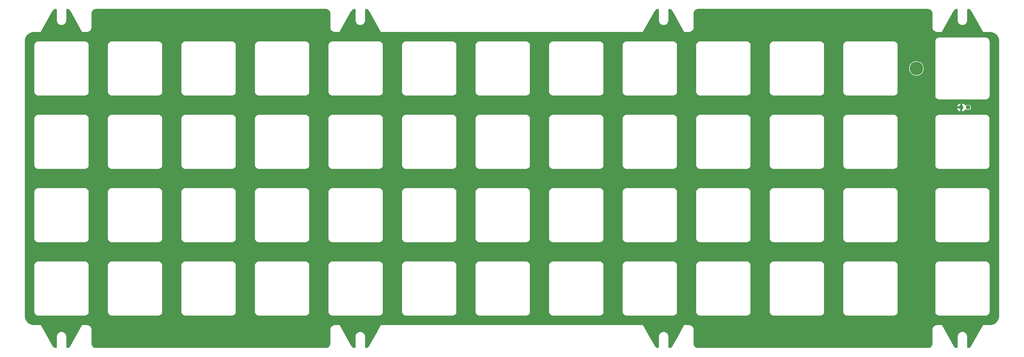
<source format=gbr>
G04 #@! TF.GenerationSoftware,KiCad,Pcbnew,(6.0.1-0)*
G04 #@! TF.CreationDate,2022-04-18T10:07:16-05:00*
G04 #@! TF.ProjectId,plate,706c6174-652e-46b6-9963-61645f706362,rev?*
G04 #@! TF.SameCoordinates,Original*
G04 #@! TF.FileFunction,Copper,L2,Bot*
G04 #@! TF.FilePolarity,Positive*
%FSLAX46Y46*%
G04 Gerber Fmt 4.6, Leading zero omitted, Abs format (unit mm)*
G04 Created by KiCad (PCBNEW (6.0.1-0)) date 2022-04-18 10:07:16*
%MOMM*%
%LPD*%
G01*
G04 APERTURE LIST*
G04 Aperture macros list*
%AMRoundRect*
0 Rectangle with rounded corners*
0 $1 Rounding radius*
0 $2 $3 $4 $5 $6 $7 $8 $9 X,Y pos of 4 corners*
0 Add a 4 corners polygon primitive as box body*
4,1,4,$2,$3,$4,$5,$6,$7,$8,$9,$2,$3,0*
0 Add four circle primitives for the rounded corners*
1,1,$1+$1,$2,$3*
1,1,$1+$1,$4,$5*
1,1,$1+$1,$6,$7*
1,1,$1+$1,$8,$9*
0 Add four rect primitives between the rounded corners*
20,1,$1+$1,$2,$3,$4,$5,0*
20,1,$1+$1,$4,$5,$6,$7,0*
20,1,$1+$1,$6,$7,$8,$9,0*
20,1,$1+$1,$8,$9,$2,$3,0*%
G04 Aperture macros list end*
G04 #@! TA.AperFunction,ComponentPad*
%ADD10C,3.500000*%
G04 #@! TD*
G04 #@! TA.AperFunction,SMDPad,CuDef*
%ADD11RoundRect,0.237500X-0.287500X-0.237500X0.287500X-0.237500X0.287500X0.237500X-0.287500X0.237500X0*%
G04 #@! TD*
G04 #@! TA.AperFunction,ViaPad*
%ADD12C,0.500000*%
G04 #@! TD*
G04 #@! TA.AperFunction,Conductor*
%ADD13C,0.250000*%
G04 #@! TD*
G04 APERTURE END LIST*
D10*
X377429670Y-50006460D03*
D11*
X389056243Y-60126781D03*
X390806243Y-60126781D03*
D12*
X387531243Y-60133041D03*
D13*
X387537503Y-60126781D02*
X387531243Y-60133041D01*
X389056243Y-60126781D02*
X387537503Y-60126781D01*
G04 #@! TA.AperFunction,Conductor*
G36*
X164925292Y-34553351D02*
G01*
X164925496Y-34553322D01*
X224428726Y-34553322D01*
X224429318Y-34553348D01*
X224434229Y-34555382D01*
X224438204Y-34553735D01*
X224439706Y-34553801D01*
X224625656Y-34570069D01*
X224647285Y-34573883D01*
X224822250Y-34620765D01*
X224842886Y-34628276D01*
X224968074Y-34686652D01*
X225007055Y-34704829D01*
X225026075Y-34715811D01*
X225174450Y-34819704D01*
X225191275Y-34833822D01*
X225319355Y-34961902D01*
X225333473Y-34978727D01*
X225437366Y-35127102D01*
X225448348Y-35146122D01*
X225524900Y-35310288D01*
X225532412Y-35330927D01*
X225579294Y-35505892D01*
X225583108Y-35527522D01*
X225599376Y-35713470D01*
X225599442Y-35714973D01*
X225597795Y-35718948D01*
X225599829Y-35723859D01*
X225599855Y-35724451D01*
X225599855Y-35740765D01*
X225599826Y-35741311D01*
X225599855Y-35741515D01*
X225599855Y-39281638D01*
X225599386Y-39286985D01*
X225597795Y-39290826D01*
X225596096Y-39290826D01*
X225611109Y-39481580D01*
X225612263Y-39486387D01*
X225612264Y-39486393D01*
X225613907Y-39493235D01*
X225655777Y-39667637D01*
X225657670Y-39672208D01*
X225657671Y-39672210D01*
X225727099Y-39839822D01*
X225729001Y-39844415D01*
X225828978Y-40007563D01*
X225953245Y-40153062D01*
X226098744Y-40277329D01*
X226261892Y-40377306D01*
X226266462Y-40379199D01*
X226266466Y-40379201D01*
X226434097Y-40448636D01*
X226438670Y-40450530D01*
X226463354Y-40456456D01*
X226619914Y-40494043D01*
X226619920Y-40494044D01*
X226624727Y-40495198D01*
X226693187Y-40500586D01*
X226798399Y-40508867D01*
X226798401Y-40508867D01*
X226815481Y-40510211D01*
X226815481Y-40508512D01*
X226820056Y-40506617D01*
X226821642Y-40506452D01*
X228004677Y-40506452D01*
X228013541Y-40507470D01*
X228018908Y-40503209D01*
X228025241Y-40500586D01*
X228028656Y-40492342D01*
X228029724Y-40490420D01*
X228030163Y-40490066D01*
X228030598Y-40489270D01*
X228032160Y-40486035D01*
X230997848Y-35147797D01*
X231002538Y-35140926D01*
X231004320Y-35139871D01*
X231004958Y-35137382D01*
X231010880Y-35128706D01*
X231176711Y-34928110D01*
X231184728Y-34919297D01*
X231373647Y-34730378D01*
X231382460Y-34722361D01*
X231551965Y-34582233D01*
X231617213Y-34554245D01*
X231632298Y-34553345D01*
X231865662Y-34553440D01*
X231871727Y-34553919D01*
X231875554Y-34555504D01*
X231878156Y-34554426D01*
X231885323Y-34554992D01*
X231912166Y-34559244D01*
X231940111Y-34563671D01*
X231977608Y-34575857D01*
X231990119Y-34582233D01*
X232018063Y-34596474D01*
X232049953Y-34619649D01*
X232082059Y-34651766D01*
X232105221Y-34683657D01*
X232125831Y-34724128D01*
X232138003Y-34761625D01*
X232146664Y-34816410D01*
X232147228Y-34823584D01*
X232146150Y-34826185D01*
X232147733Y-34830011D01*
X232148210Y-34836074D01*
X232148211Y-34847915D01*
X232148179Y-34848516D01*
X232148211Y-34848738D01*
X232148240Y-35740765D01*
X232148298Y-37491691D01*
X232147412Y-37502053D01*
X232146238Y-37504887D01*
X232143655Y-37504887D01*
X232145078Y-37521155D01*
X232145078Y-37521157D01*
X232153611Y-37618687D01*
X232162194Y-37716784D01*
X232217246Y-37922244D01*
X232219568Y-37927225D01*
X232219569Y-37927226D01*
X232304814Y-38110035D01*
X232304817Y-38110040D01*
X232307140Y-38115022D01*
X232429144Y-38289261D01*
X232579550Y-38439667D01*
X232584058Y-38442824D01*
X232584061Y-38442826D01*
X232686207Y-38514349D01*
X232753790Y-38561671D01*
X232758772Y-38563994D01*
X232758777Y-38563997D01*
X232941585Y-38649242D01*
X232946567Y-38651565D01*
X232951875Y-38652987D01*
X232951877Y-38652988D01*
X233146712Y-38705193D01*
X233152027Y-38706617D01*
X233363924Y-38725156D01*
X233575821Y-38706617D01*
X233581136Y-38705193D01*
X233775971Y-38652988D01*
X233775973Y-38652987D01*
X233781281Y-38651565D01*
X233786263Y-38649242D01*
X233969072Y-38563997D01*
X233969077Y-38563994D01*
X233974059Y-38561671D01*
X234148298Y-38439667D01*
X234298704Y-38289261D01*
X234420708Y-38115022D01*
X234423031Y-38110040D01*
X234423034Y-38110035D01*
X234508279Y-37927226D01*
X234508280Y-37927225D01*
X234510602Y-37922244D01*
X234565654Y-37716784D01*
X234584193Y-37504887D01*
X234581610Y-37504887D01*
X234580173Y-37501418D01*
X234579550Y-37495153D01*
X234579475Y-35320280D01*
X234579458Y-34836019D01*
X234579939Y-34829911D01*
X234581518Y-34826100D01*
X234580443Y-34823505D01*
X234581010Y-34816302D01*
X234589685Y-34761543D01*
X234601871Y-34724046D01*
X234622487Y-34683593D01*
X234645663Y-34651701D01*
X234677780Y-34619595D01*
X234709671Y-34596433D01*
X234750142Y-34575823D01*
X234787637Y-34563651D01*
X234842448Y-34554986D01*
X234849591Y-34554423D01*
X234852199Y-34555504D01*
X234856038Y-34553915D01*
X234862069Y-34553440D01*
X234873813Y-34553435D01*
X234874485Y-34553471D01*
X234874737Y-34553435D01*
X235095550Y-34553345D01*
X235163679Y-34573319D01*
X235175883Y-34582233D01*
X235345388Y-34722361D01*
X235354201Y-34730378D01*
X235543120Y-34919297D01*
X235551137Y-34928110D01*
X235716968Y-35128706D01*
X235722890Y-35137382D01*
X235723528Y-35139871D01*
X235725310Y-35140926D01*
X235729999Y-35147796D01*
X238699192Y-40492342D01*
X238702607Y-40500586D01*
X238708940Y-40503209D01*
X238714307Y-40507470D01*
X238723167Y-40506452D01*
X238725374Y-40506452D01*
X238725894Y-40506663D01*
X238726817Y-40506656D01*
X238730378Y-40506452D01*
X306585993Y-40506452D01*
X306594857Y-40507470D01*
X306600224Y-40503209D01*
X306606557Y-40500586D01*
X306609972Y-40492342D01*
X306611040Y-40490420D01*
X306611479Y-40490066D01*
X306611914Y-40489270D01*
X306613476Y-40486035D01*
X309579164Y-35147797D01*
X309583854Y-35140926D01*
X309585636Y-35139871D01*
X309586274Y-35137382D01*
X309592196Y-35128706D01*
X309758027Y-34928110D01*
X309766044Y-34919297D01*
X309954963Y-34730378D01*
X309963776Y-34722361D01*
X310133281Y-34582233D01*
X310198529Y-34554245D01*
X310213614Y-34553345D01*
X310446978Y-34553440D01*
X310453043Y-34553919D01*
X310456870Y-34555504D01*
X310459472Y-34554426D01*
X310466639Y-34554992D01*
X310493482Y-34559244D01*
X310521427Y-34563671D01*
X310558924Y-34575857D01*
X310571435Y-34582233D01*
X310599379Y-34596474D01*
X310631269Y-34619649D01*
X310663375Y-34651766D01*
X310686537Y-34683657D01*
X310707147Y-34724128D01*
X310719319Y-34761625D01*
X310727980Y-34816410D01*
X310728544Y-34823584D01*
X310727466Y-34826185D01*
X310729049Y-34830011D01*
X310729526Y-34836074D01*
X310729527Y-34847915D01*
X310729495Y-34848516D01*
X310729527Y-34848738D01*
X310729556Y-35740765D01*
X310729614Y-37491691D01*
X310728728Y-37502053D01*
X310727554Y-37504887D01*
X310724971Y-37504887D01*
X310726394Y-37521155D01*
X310726394Y-37521157D01*
X310734927Y-37618687D01*
X310743510Y-37716784D01*
X310798562Y-37922244D01*
X310800884Y-37927225D01*
X310800885Y-37927226D01*
X310886130Y-38110035D01*
X310886133Y-38110040D01*
X310888456Y-38115022D01*
X311010460Y-38289261D01*
X311160866Y-38439667D01*
X311165374Y-38442824D01*
X311165377Y-38442826D01*
X311267523Y-38514349D01*
X311335106Y-38561671D01*
X311340088Y-38563994D01*
X311340093Y-38563997D01*
X311522901Y-38649242D01*
X311527883Y-38651565D01*
X311533191Y-38652987D01*
X311533193Y-38652988D01*
X311728028Y-38705193D01*
X311733343Y-38706617D01*
X311945240Y-38725156D01*
X312157137Y-38706617D01*
X312162452Y-38705193D01*
X312357287Y-38652988D01*
X312357289Y-38652987D01*
X312362597Y-38651565D01*
X312367579Y-38649242D01*
X312550388Y-38563997D01*
X312550393Y-38563994D01*
X312555375Y-38561671D01*
X312729614Y-38439667D01*
X312880020Y-38289261D01*
X313002024Y-38115022D01*
X313004347Y-38110040D01*
X313004350Y-38110035D01*
X313089595Y-37927226D01*
X313089596Y-37927225D01*
X313091918Y-37922244D01*
X313146970Y-37716784D01*
X313165509Y-37504887D01*
X313162926Y-37504887D01*
X313161489Y-37501418D01*
X313160866Y-37495153D01*
X313160791Y-35320280D01*
X313160774Y-34836019D01*
X313161255Y-34829911D01*
X313162834Y-34826100D01*
X313161759Y-34823505D01*
X313162326Y-34816302D01*
X313171001Y-34761543D01*
X313183187Y-34724046D01*
X313203803Y-34683593D01*
X313226979Y-34651701D01*
X313259096Y-34619595D01*
X313290987Y-34596433D01*
X313331458Y-34575823D01*
X313368953Y-34563651D01*
X313423764Y-34554986D01*
X313430907Y-34554423D01*
X313433515Y-34555504D01*
X313437354Y-34553915D01*
X313443385Y-34553440D01*
X313455129Y-34553435D01*
X313455801Y-34553471D01*
X313456053Y-34553435D01*
X313676866Y-34553345D01*
X313744995Y-34573319D01*
X313757199Y-34582233D01*
X313926704Y-34722361D01*
X313935517Y-34730378D01*
X314124436Y-34919297D01*
X314132453Y-34928110D01*
X314298284Y-35128706D01*
X314304206Y-35137382D01*
X314304844Y-35139871D01*
X314306626Y-35140926D01*
X314311315Y-35147796D01*
X317280508Y-40492342D01*
X317283923Y-40500586D01*
X317290256Y-40503209D01*
X317295623Y-40507470D01*
X317304484Y-40506452D01*
X317306689Y-40506452D01*
X317307212Y-40506664D01*
X317308119Y-40506657D01*
X317311700Y-40506452D01*
X318051980Y-40506440D01*
X318484495Y-40506433D01*
X318489842Y-40506902D01*
X318493683Y-40508493D01*
X318493683Y-40510192D01*
X318684437Y-40495179D01*
X318689244Y-40494025D01*
X318689250Y-40494024D01*
X318806055Y-40465981D01*
X318870494Y-40450511D01*
X318875067Y-40448617D01*
X319042698Y-40379182D01*
X319042702Y-40379180D01*
X319047272Y-40377287D01*
X319210420Y-40277310D01*
X319355919Y-40153043D01*
X319480186Y-40007544D01*
X319580163Y-39844396D01*
X319653387Y-39667618D01*
X319668857Y-39603179D01*
X319696900Y-39486374D01*
X319696901Y-39486368D01*
X319698055Y-39481561D01*
X319704274Y-39402543D01*
X319711724Y-39307889D01*
X319711724Y-39307887D01*
X319713068Y-39290807D01*
X319711369Y-39290807D01*
X319709474Y-39286232D01*
X319709309Y-39284646D01*
X319709309Y-35724451D01*
X319709335Y-35723859D01*
X319711369Y-35718948D01*
X319709722Y-35714973D01*
X319709788Y-35713470D01*
X319726056Y-35527522D01*
X319729870Y-35505892D01*
X319776752Y-35330927D01*
X319784264Y-35310288D01*
X319860816Y-35146122D01*
X319871798Y-35127102D01*
X319975691Y-34978727D01*
X319989809Y-34961902D01*
X320117889Y-34833822D01*
X320134714Y-34819704D01*
X320283089Y-34715811D01*
X320302109Y-34704829D01*
X320341090Y-34686652D01*
X320466278Y-34628276D01*
X320486914Y-34620765D01*
X320661879Y-34573883D01*
X320683508Y-34570069D01*
X320869458Y-34553801D01*
X320870960Y-34553735D01*
X320874935Y-34555382D01*
X320879846Y-34553348D01*
X320880438Y-34553322D01*
X320896752Y-34553322D01*
X320897298Y-34553351D01*
X320897502Y-34553322D01*
X380400732Y-34553322D01*
X380401324Y-34553348D01*
X380406235Y-34555382D01*
X380410210Y-34553735D01*
X380411712Y-34553801D01*
X380597662Y-34570069D01*
X380619291Y-34573883D01*
X380794256Y-34620765D01*
X380814892Y-34628276D01*
X380940080Y-34686652D01*
X380979061Y-34704829D01*
X380998081Y-34715811D01*
X381146456Y-34819704D01*
X381163281Y-34833822D01*
X381291361Y-34961902D01*
X381305479Y-34978727D01*
X381409372Y-35127102D01*
X381420354Y-35146122D01*
X381496906Y-35310288D01*
X381504418Y-35330927D01*
X381551300Y-35505892D01*
X381555114Y-35527522D01*
X381571382Y-35713470D01*
X381571448Y-35714973D01*
X381569801Y-35718948D01*
X381571835Y-35723859D01*
X381571861Y-35724451D01*
X381571861Y-35740765D01*
X381571832Y-35741311D01*
X381571861Y-35741515D01*
X381571861Y-39281619D01*
X381571392Y-39286966D01*
X381569801Y-39290807D01*
X381568102Y-39290807D01*
X381569361Y-39306807D01*
X381569361Y-39306809D01*
X381576861Y-39402095D01*
X381583115Y-39481561D01*
X381584269Y-39486368D01*
X381584270Y-39486374D01*
X381612313Y-39603179D01*
X381627783Y-39667618D01*
X381701007Y-39844396D01*
X381800984Y-40007544D01*
X381925251Y-40153043D01*
X382070750Y-40277310D01*
X382233898Y-40377287D01*
X382238468Y-40379180D01*
X382238472Y-40379182D01*
X382406103Y-40448617D01*
X382410676Y-40450511D01*
X382475115Y-40465981D01*
X382591920Y-40494024D01*
X382591926Y-40494025D01*
X382596733Y-40495179D01*
X382674468Y-40501297D01*
X382770406Y-40508848D01*
X382770408Y-40508848D01*
X382787487Y-40510192D01*
X382787487Y-40508493D01*
X382792062Y-40506598D01*
X382793650Y-40506433D01*
X382878430Y-40506434D01*
X383961480Y-40506452D01*
X383976682Y-40506452D01*
X383985547Y-40507470D01*
X383990914Y-40503209D01*
X383997247Y-40500586D01*
X384000662Y-40492342D01*
X384001730Y-40490420D01*
X384002169Y-40490066D01*
X384002604Y-40489270D01*
X384004166Y-40486035D01*
X386969854Y-35147797D01*
X386974544Y-35140926D01*
X386976326Y-35139871D01*
X386976964Y-35137382D01*
X386982886Y-35128706D01*
X387148717Y-34928110D01*
X387156734Y-34919297D01*
X387345653Y-34730378D01*
X387354466Y-34722361D01*
X387523971Y-34582233D01*
X387589219Y-34554245D01*
X387604304Y-34553345D01*
X387837668Y-34553440D01*
X387843733Y-34553919D01*
X387847560Y-34555504D01*
X387850162Y-34554426D01*
X387857329Y-34554992D01*
X387884172Y-34559244D01*
X387912117Y-34563671D01*
X387949614Y-34575857D01*
X387962125Y-34582233D01*
X387990069Y-34596474D01*
X388021959Y-34619649D01*
X388054065Y-34651766D01*
X388077227Y-34683657D01*
X388097837Y-34724128D01*
X388110009Y-34761625D01*
X388118670Y-34816410D01*
X388119234Y-34823584D01*
X388118156Y-34826185D01*
X388119739Y-34830011D01*
X388120216Y-34836074D01*
X388120217Y-34847915D01*
X388120185Y-34848516D01*
X388120217Y-34848738D01*
X388120246Y-35740765D01*
X388120304Y-37491691D01*
X388119418Y-37502053D01*
X388118244Y-37504887D01*
X388115661Y-37504887D01*
X388117084Y-37521155D01*
X388117084Y-37521157D01*
X388125617Y-37618687D01*
X388134200Y-37716784D01*
X388189252Y-37922244D01*
X388191574Y-37927225D01*
X388191575Y-37927226D01*
X388276820Y-38110035D01*
X388276823Y-38110040D01*
X388279146Y-38115022D01*
X388401150Y-38289261D01*
X388551556Y-38439667D01*
X388556064Y-38442824D01*
X388556067Y-38442826D01*
X388658213Y-38514349D01*
X388725796Y-38561671D01*
X388730778Y-38563994D01*
X388730783Y-38563997D01*
X388913591Y-38649242D01*
X388918573Y-38651565D01*
X388923881Y-38652987D01*
X388923883Y-38652988D01*
X389118718Y-38705193D01*
X389124033Y-38706617D01*
X389335930Y-38725156D01*
X389547827Y-38706617D01*
X389553142Y-38705193D01*
X389747977Y-38652988D01*
X389747979Y-38652987D01*
X389753287Y-38651565D01*
X389758269Y-38649242D01*
X389941078Y-38563997D01*
X389941083Y-38563994D01*
X389946065Y-38561671D01*
X390120304Y-38439667D01*
X390270710Y-38289261D01*
X390392714Y-38115022D01*
X390395037Y-38110040D01*
X390395040Y-38110035D01*
X390480285Y-37927226D01*
X390480286Y-37927225D01*
X390482608Y-37922244D01*
X390537660Y-37716784D01*
X390556199Y-37504887D01*
X390553616Y-37504887D01*
X390552179Y-37501418D01*
X390551556Y-37495153D01*
X390551481Y-35320280D01*
X390551464Y-34836019D01*
X390551945Y-34829911D01*
X390553524Y-34826100D01*
X390552449Y-34823505D01*
X390553016Y-34816302D01*
X390561691Y-34761543D01*
X390573877Y-34724046D01*
X390594493Y-34683593D01*
X390617669Y-34651701D01*
X390649786Y-34619595D01*
X390681677Y-34596433D01*
X390722148Y-34575823D01*
X390759643Y-34563651D01*
X390814454Y-34554986D01*
X390821597Y-34554423D01*
X390824205Y-34555504D01*
X390828044Y-34553915D01*
X390834075Y-34553440D01*
X390845819Y-34553435D01*
X390846491Y-34553471D01*
X390846743Y-34553435D01*
X391067556Y-34553345D01*
X391135685Y-34573319D01*
X391147889Y-34582233D01*
X391317394Y-34722361D01*
X391326207Y-34730378D01*
X391515126Y-34919297D01*
X391523143Y-34928110D01*
X391688974Y-35128706D01*
X391694896Y-35137382D01*
X391695534Y-35139871D01*
X391697316Y-35140926D01*
X391702005Y-35147796D01*
X394671198Y-40492342D01*
X394674613Y-40500586D01*
X394680946Y-40503209D01*
X394686313Y-40507470D01*
X394695173Y-40506452D01*
X394697380Y-40506452D01*
X394697900Y-40506663D01*
X394698823Y-40506656D01*
X394702384Y-40506452D01*
X396474661Y-40506456D01*
X396474661Y-40506481D01*
X396474704Y-40506474D01*
X396479634Y-40508516D01*
X396483973Y-40506718D01*
X396541403Y-40510192D01*
X396756043Y-40523176D01*
X396771147Y-40525010D01*
X397036026Y-40573551D01*
X397050799Y-40577192D01*
X397307894Y-40657306D01*
X397322119Y-40662700D01*
X397567703Y-40773227D01*
X397581167Y-40780295D01*
X397811618Y-40919608D01*
X397824140Y-40928251D01*
X398036129Y-41094334D01*
X398047517Y-41104424D01*
X398237926Y-41294833D01*
X398248016Y-41306221D01*
X398414099Y-41518210D01*
X398422742Y-41530732D01*
X398562053Y-41761179D01*
X398569123Y-41774647D01*
X398668114Y-41994600D01*
X398679649Y-42020229D01*
X398685043Y-42034454D01*
X398755191Y-42259566D01*
X398765158Y-42291551D01*
X398768799Y-42306324D01*
X398817340Y-42571203D01*
X398819174Y-42586307D01*
X398835632Y-42858377D01*
X398833153Y-42858527D01*
X398833921Y-42862506D01*
X398833834Y-42862716D01*
X398834072Y-42863292D01*
X398834921Y-42867689D01*
X398835894Y-42867689D01*
X398835894Y-42884503D01*
X398835864Y-42885067D01*
X398835894Y-42885278D01*
X398835894Y-114295171D01*
X398835869Y-114295171D01*
X398835876Y-114295214D01*
X398833834Y-114300144D01*
X398835632Y-114304483D01*
X398834825Y-114317825D01*
X398819174Y-114576553D01*
X398817340Y-114591657D01*
X398768799Y-114856536D01*
X398765158Y-114871309D01*
X398685044Y-115128404D01*
X398679650Y-115142629D01*
X398679644Y-115142643D01*
X398569125Y-115388208D01*
X398562055Y-115401677D01*
X398422742Y-115632128D01*
X398414100Y-115644649D01*
X398249943Y-115854179D01*
X398248016Y-115856639D01*
X398237926Y-115868027D01*
X398047517Y-116058436D01*
X398036129Y-116068526D01*
X397824140Y-116234609D01*
X397811619Y-116243251D01*
X397581167Y-116382565D01*
X397567703Y-116389633D01*
X397467593Y-116434688D01*
X397322121Y-116500159D01*
X397307894Y-116505554D01*
X397050799Y-116585668D01*
X397036026Y-116589309D01*
X396771147Y-116637850D01*
X396756043Y-116639684D01*
X396483973Y-116656142D01*
X396483823Y-116653665D01*
X396479847Y-116654432D01*
X396479634Y-116654344D01*
X396479050Y-116654586D01*
X396474391Y-116655485D01*
X396474391Y-116656516D01*
X396458613Y-116656516D01*
X396458572Y-116656499D01*
X396457288Y-116656430D01*
X396456691Y-116656516D01*
X394695173Y-116656516D01*
X394686313Y-116655498D01*
X394680946Y-116659759D01*
X394674613Y-116662382D01*
X394671198Y-116670626D01*
X394670130Y-116672548D01*
X394669691Y-116672902D01*
X394669256Y-116673698D01*
X394667694Y-116676933D01*
X391702006Y-122015171D01*
X391697316Y-122022042D01*
X391695534Y-122023097D01*
X391694896Y-122025586D01*
X391688974Y-122034261D01*
X391677073Y-122048658D01*
X391523143Y-122234858D01*
X391515126Y-122243671D01*
X391326207Y-122432590D01*
X391317394Y-122440607D01*
X391147889Y-122580735D01*
X391082641Y-122608723D01*
X391067556Y-122609623D01*
X390834192Y-122609528D01*
X390828127Y-122609049D01*
X390824300Y-122607464D01*
X390821698Y-122608542D01*
X390814531Y-122607976D01*
X390770619Y-122601020D01*
X390759743Y-122599297D01*
X390722246Y-122587111D01*
X390681919Y-122566559D01*
X390681791Y-122566494D01*
X390649901Y-122543319D01*
X390617795Y-122511202D01*
X390594633Y-122479311D01*
X390574023Y-122438840D01*
X390561851Y-122401343D01*
X390553190Y-122346558D01*
X390552626Y-122339384D01*
X390553704Y-122336783D01*
X390552121Y-122332957D01*
X390551644Y-122326894D01*
X390551643Y-122315053D01*
X390551675Y-122314452D01*
X390551643Y-122314227D01*
X390551641Y-122234877D01*
X390551556Y-119671274D01*
X390552442Y-119660915D01*
X390553616Y-119658081D01*
X390556199Y-119658081D01*
X390554621Y-119640037D01*
X390546243Y-119544281D01*
X390537660Y-119446184D01*
X390482608Y-119240724D01*
X390405463Y-119075287D01*
X390395040Y-119052934D01*
X390395037Y-119052929D01*
X390392714Y-119047947D01*
X390389557Y-119043438D01*
X390273869Y-118878218D01*
X390273867Y-118878215D01*
X390270710Y-118873707D01*
X390120304Y-118723301D01*
X389946065Y-118601297D01*
X389941083Y-118598974D01*
X389941078Y-118598971D01*
X389758269Y-118513726D01*
X389758268Y-118513725D01*
X389753287Y-118511403D01*
X389747979Y-118509981D01*
X389747977Y-118509980D01*
X389553142Y-118457775D01*
X389553141Y-118457775D01*
X389547827Y-118456351D01*
X389335930Y-118437812D01*
X389124033Y-118456351D01*
X389118719Y-118457775D01*
X389118718Y-118457775D01*
X388923883Y-118509980D01*
X388923881Y-118509981D01*
X388918573Y-118511403D01*
X388913593Y-118513725D01*
X388913591Y-118513726D01*
X388730783Y-118598971D01*
X388730778Y-118598974D01*
X388725796Y-118601297D01*
X388721289Y-118604453D01*
X388721287Y-118604454D01*
X388556067Y-118720142D01*
X388556064Y-118720144D01*
X388551556Y-118723301D01*
X388401150Y-118873707D01*
X388397993Y-118878215D01*
X388397991Y-118878218D01*
X388282303Y-119043438D01*
X388279146Y-119047947D01*
X388276823Y-119052929D01*
X388276820Y-119052934D01*
X388266397Y-119075287D01*
X388189252Y-119240724D01*
X388134200Y-119446184D01*
X388115661Y-119658081D01*
X388118244Y-119658081D01*
X388119681Y-119661550D01*
X388120304Y-119667815D01*
X388120396Y-122315072D01*
X388120396Y-122326947D01*
X388119915Y-122333057D01*
X388118336Y-122336868D01*
X388119411Y-122339463D01*
X388118844Y-122346666D01*
X388110169Y-122401425D01*
X388097983Y-122438922D01*
X388087434Y-122459620D01*
X388077394Y-122479323D01*
X388077367Y-122479375D01*
X388054191Y-122511267D01*
X388022074Y-122543373D01*
X387990183Y-122566535D01*
X387949712Y-122587145D01*
X387912217Y-122599317D01*
X387857407Y-122607982D01*
X387850263Y-122608545D01*
X387847655Y-122607464D01*
X387843816Y-122609053D01*
X387837785Y-122609528D01*
X387826041Y-122609533D01*
X387825369Y-122609497D01*
X387825117Y-122609533D01*
X387604304Y-122609623D01*
X387536175Y-122589649D01*
X387523971Y-122580735D01*
X387354466Y-122440607D01*
X387345653Y-122432590D01*
X387156734Y-122243671D01*
X387148717Y-122234858D01*
X386994787Y-122048658D01*
X386982886Y-122034261D01*
X386976964Y-122025586D01*
X386976326Y-122023097D01*
X386974544Y-122022042D01*
X386969854Y-122015171D01*
X384008045Y-116683915D01*
X384008044Y-116683914D01*
X384000662Y-116670626D01*
X383997248Y-116662383D01*
X383990914Y-116659759D01*
X383985547Y-116655498D01*
X383976687Y-116656516D01*
X383974480Y-116656516D01*
X383973960Y-116656305D01*
X383973027Y-116656312D01*
X383969471Y-116656515D01*
X382796673Y-116656433D01*
X382791331Y-116655964D01*
X382787487Y-116654372D01*
X382787487Y-116652673D01*
X382771487Y-116653932D01*
X382771486Y-116653932D01*
X382697211Y-116659778D01*
X382596733Y-116667686D01*
X382591926Y-116668840D01*
X382591920Y-116668841D01*
X382490350Y-116693226D01*
X382410676Y-116712354D01*
X382406105Y-116714247D01*
X382406103Y-116714248D01*
X382238472Y-116783683D01*
X382238468Y-116783685D01*
X382233898Y-116785578D01*
X382070750Y-116885555D01*
X381925251Y-117009822D01*
X381800984Y-117155321D01*
X381701007Y-117318469D01*
X381627783Y-117495247D01*
X381583115Y-117681304D01*
X381568102Y-117872058D01*
X381569801Y-117872058D01*
X381571696Y-117876633D01*
X381571861Y-117878219D01*
X381571861Y-121438517D01*
X381571835Y-121439109D01*
X381569801Y-121444020D01*
X381571448Y-121447995D01*
X381571382Y-121449498D01*
X381555114Y-121635446D01*
X381551300Y-121657076D01*
X381504418Y-121832041D01*
X381496906Y-121852680D01*
X381420354Y-122016846D01*
X381409372Y-122035866D01*
X381305479Y-122184241D01*
X381291361Y-122201066D01*
X381163281Y-122329146D01*
X381146456Y-122343264D01*
X380998081Y-122447157D01*
X380979061Y-122458139D01*
X380814892Y-122534692D01*
X380794257Y-122542203D01*
X380737656Y-122557369D01*
X380619291Y-122589085D01*
X380597662Y-122592899D01*
X380414136Y-122608955D01*
X380411713Y-122609167D01*
X380410210Y-122609233D01*
X380406235Y-122607586D01*
X380401324Y-122609620D01*
X380400732Y-122609646D01*
X380384418Y-122609646D01*
X380383872Y-122609617D01*
X380383668Y-122609646D01*
X320880438Y-122609646D01*
X320879846Y-122609620D01*
X320874935Y-122607586D01*
X320870960Y-122609233D01*
X320869457Y-122609167D01*
X320867034Y-122608955D01*
X320683508Y-122592899D01*
X320661879Y-122589085D01*
X320543514Y-122557369D01*
X320486913Y-122542203D01*
X320466278Y-122534692D01*
X320302109Y-122458139D01*
X320283089Y-122447157D01*
X320134714Y-122343264D01*
X320117889Y-122329146D01*
X319989809Y-122201066D01*
X319975691Y-122184241D01*
X319871798Y-122035866D01*
X319860816Y-122016846D01*
X319784264Y-121852680D01*
X319776752Y-121832041D01*
X319729870Y-121657076D01*
X319726056Y-121635446D01*
X319709788Y-121449498D01*
X319709722Y-121447995D01*
X319711369Y-121444020D01*
X319709335Y-121439109D01*
X319709309Y-121438517D01*
X319709309Y-121422203D01*
X319709338Y-121421654D01*
X319709309Y-121421453D01*
X319709309Y-117881246D01*
X319709778Y-117875899D01*
X319711369Y-117872058D01*
X319713068Y-117872058D01*
X319698055Y-117681304D01*
X319653387Y-117495247D01*
X319580163Y-117318469D01*
X319480186Y-117155321D01*
X319355919Y-117009822D01*
X319210420Y-116885555D01*
X319047272Y-116785578D01*
X319042702Y-116783685D01*
X319042698Y-116783683D01*
X318875067Y-116714248D01*
X318875065Y-116714247D01*
X318870494Y-116712354D01*
X318790820Y-116693226D01*
X318689250Y-116668841D01*
X318689244Y-116668840D01*
X318684437Y-116667686D01*
X318493683Y-116652673D01*
X318493683Y-116654372D01*
X318489104Y-116656269D01*
X318487526Y-116656433D01*
X317319708Y-116656514D01*
X317319703Y-116656515D01*
X317304479Y-116656516D01*
X317295623Y-116655498D01*
X317290256Y-116659759D01*
X317283922Y-116662383D01*
X317280508Y-116670626D01*
X317279438Y-116672551D01*
X317278997Y-116672907D01*
X317278567Y-116673696D01*
X317277004Y-116676933D01*
X315613469Y-119671296D01*
X314311316Y-122015171D01*
X314306626Y-122022042D01*
X314304844Y-122023097D01*
X314304206Y-122025586D01*
X314298284Y-122034261D01*
X314286383Y-122048658D01*
X314132453Y-122234858D01*
X314124436Y-122243671D01*
X313935517Y-122432590D01*
X313926704Y-122440607D01*
X313757199Y-122580735D01*
X313691951Y-122608723D01*
X313676866Y-122609623D01*
X313443502Y-122609528D01*
X313437437Y-122609049D01*
X313433610Y-122607464D01*
X313431008Y-122608542D01*
X313423841Y-122607976D01*
X313379929Y-122601020D01*
X313369053Y-122599297D01*
X313331556Y-122587111D01*
X313291229Y-122566559D01*
X313291101Y-122566494D01*
X313259211Y-122543319D01*
X313227105Y-122511202D01*
X313203943Y-122479311D01*
X313183333Y-122438840D01*
X313171161Y-122401343D01*
X313162500Y-122346558D01*
X313161936Y-122339384D01*
X313163014Y-122336783D01*
X313161431Y-122332957D01*
X313160954Y-122326894D01*
X313160953Y-122315053D01*
X313160985Y-122314452D01*
X313160953Y-122314227D01*
X313160951Y-122234877D01*
X313160866Y-119671274D01*
X313161752Y-119660915D01*
X313162926Y-119658081D01*
X313165509Y-119658081D01*
X313163931Y-119640037D01*
X313155553Y-119544281D01*
X313146970Y-119446184D01*
X313091918Y-119240724D01*
X313014773Y-119075287D01*
X313004350Y-119052934D01*
X313004347Y-119052929D01*
X313002024Y-119047947D01*
X312998867Y-119043438D01*
X312883179Y-118878218D01*
X312883177Y-118878215D01*
X312880020Y-118873707D01*
X312729614Y-118723301D01*
X312555375Y-118601297D01*
X312550393Y-118598974D01*
X312550388Y-118598971D01*
X312367579Y-118513726D01*
X312367578Y-118513725D01*
X312362597Y-118511403D01*
X312357289Y-118509981D01*
X312357287Y-118509980D01*
X312162452Y-118457775D01*
X312162451Y-118457775D01*
X312157137Y-118456351D01*
X311945240Y-118437812D01*
X311733343Y-118456351D01*
X311728029Y-118457775D01*
X311728028Y-118457775D01*
X311533193Y-118509980D01*
X311533191Y-118509981D01*
X311527883Y-118511403D01*
X311522903Y-118513725D01*
X311522901Y-118513726D01*
X311340093Y-118598971D01*
X311340088Y-118598974D01*
X311335106Y-118601297D01*
X311330599Y-118604453D01*
X311330597Y-118604454D01*
X311165377Y-118720142D01*
X311165374Y-118720144D01*
X311160866Y-118723301D01*
X311010460Y-118873707D01*
X311007303Y-118878215D01*
X311007301Y-118878218D01*
X310891613Y-119043438D01*
X310888456Y-119047947D01*
X310886133Y-119052929D01*
X310886130Y-119052934D01*
X310875707Y-119075287D01*
X310798562Y-119240724D01*
X310743510Y-119446184D01*
X310724971Y-119658081D01*
X310727554Y-119658081D01*
X310728991Y-119661550D01*
X310729614Y-119667815D01*
X310729706Y-122315072D01*
X310729706Y-122326947D01*
X310729225Y-122333057D01*
X310727646Y-122336868D01*
X310728721Y-122339463D01*
X310728154Y-122346666D01*
X310719479Y-122401425D01*
X310707293Y-122438922D01*
X310696744Y-122459620D01*
X310686704Y-122479323D01*
X310686677Y-122479375D01*
X310663501Y-122511267D01*
X310631384Y-122543373D01*
X310599493Y-122566535D01*
X310559022Y-122587145D01*
X310521527Y-122599317D01*
X310466717Y-122607982D01*
X310459573Y-122608545D01*
X310456965Y-122607464D01*
X310453126Y-122609053D01*
X310447095Y-122609528D01*
X310435351Y-122609533D01*
X310434679Y-122609497D01*
X310434427Y-122609533D01*
X310213614Y-122609623D01*
X310145485Y-122589649D01*
X310133281Y-122580735D01*
X309963776Y-122440607D01*
X309954963Y-122432590D01*
X309766044Y-122243671D01*
X309758027Y-122234858D01*
X309604097Y-122048658D01*
X309592196Y-122034261D01*
X309586274Y-122025586D01*
X309585636Y-122023097D01*
X309583854Y-122022042D01*
X309579164Y-122015171D01*
X308277011Y-119671296D01*
X306609972Y-116670626D01*
X306606557Y-116662382D01*
X306600224Y-116659759D01*
X306594857Y-116655498D01*
X306585993Y-116656516D01*
X306583790Y-116656516D01*
X306583268Y-116656304D01*
X306582364Y-116656311D01*
X306578783Y-116656516D01*
X284764066Y-116656522D01*
X238723167Y-116656535D01*
X238714307Y-116655517D01*
X238708940Y-116659778D01*
X238702607Y-116662401D01*
X238699192Y-116670645D01*
X238698124Y-116672567D01*
X238697685Y-116672921D01*
X238697250Y-116673717D01*
X238695688Y-116676952D01*
X237624843Y-118604473D01*
X235730011Y-122015171D01*
X235730000Y-122015190D01*
X235725310Y-122022061D01*
X235723528Y-122023116D01*
X235722890Y-122025605D01*
X235716968Y-122034281D01*
X235551137Y-122234877D01*
X235543120Y-122243690D01*
X235354201Y-122432609D01*
X235345388Y-122440626D01*
X235175883Y-122580754D01*
X235110635Y-122608742D01*
X235095550Y-122609642D01*
X234862186Y-122609547D01*
X234856121Y-122609068D01*
X234852294Y-122607483D01*
X234849692Y-122608561D01*
X234842525Y-122607995D01*
X234798493Y-122601020D01*
X234787737Y-122599316D01*
X234750240Y-122587130D01*
X234729542Y-122576581D01*
X234709785Y-122566513D01*
X234677895Y-122543338D01*
X234645789Y-122511221D01*
X234622627Y-122479330D01*
X234602017Y-122438859D01*
X234589845Y-122401362D01*
X234581184Y-122346577D01*
X234580620Y-122339403D01*
X234581698Y-122336802D01*
X234580115Y-122332976D01*
X234579638Y-122326913D01*
X234579637Y-122315072D01*
X234579669Y-122314471D01*
X234579637Y-122314246D01*
X234579635Y-122234877D01*
X234579550Y-119671293D01*
X234580436Y-119660934D01*
X234581610Y-119658100D01*
X234584193Y-119658100D01*
X234582759Y-119641699D01*
X234566482Y-119455672D01*
X234565654Y-119446203D01*
X234510602Y-119240743D01*
X234508218Y-119235630D01*
X234423034Y-119052953D01*
X234423031Y-119052948D01*
X234420708Y-119047966D01*
X234417551Y-119043457D01*
X234301863Y-118878237D01*
X234301861Y-118878234D01*
X234298704Y-118873726D01*
X234148298Y-118723320D01*
X234143760Y-118720142D01*
X234071564Y-118669590D01*
X233974059Y-118601316D01*
X233969077Y-118598993D01*
X233969072Y-118598990D01*
X233786263Y-118513745D01*
X233786262Y-118513744D01*
X233781281Y-118511422D01*
X233775973Y-118510000D01*
X233775971Y-118509999D01*
X233581136Y-118457794D01*
X233581135Y-118457794D01*
X233575821Y-118456370D01*
X233363924Y-118437831D01*
X233152027Y-118456370D01*
X233146713Y-118457794D01*
X233146712Y-118457794D01*
X232951877Y-118509999D01*
X232951875Y-118510000D01*
X232946567Y-118511422D01*
X232941587Y-118513744D01*
X232941585Y-118513745D01*
X232758777Y-118598990D01*
X232758772Y-118598993D01*
X232753790Y-118601316D01*
X232749283Y-118604472D01*
X232749281Y-118604473D01*
X232584061Y-118720161D01*
X232584058Y-118720163D01*
X232579550Y-118723320D01*
X232429144Y-118873726D01*
X232425987Y-118878234D01*
X232425985Y-118878237D01*
X232310297Y-119043457D01*
X232307140Y-119047966D01*
X232304817Y-119052948D01*
X232304814Y-119052953D01*
X232219630Y-119235630D01*
X232217246Y-119240743D01*
X232162194Y-119446203D01*
X232143655Y-119658100D01*
X232146238Y-119658100D01*
X232147675Y-119661569D01*
X232148298Y-119667834D01*
X232148390Y-122315072D01*
X232148390Y-122326966D01*
X232147909Y-122333076D01*
X232146330Y-122336887D01*
X232147405Y-122339482D01*
X232146838Y-122346685D01*
X232138163Y-122401444D01*
X232125977Y-122438941D01*
X232116193Y-122458139D01*
X232105371Y-122479375D01*
X232105361Y-122479394D01*
X232082185Y-122511286D01*
X232050068Y-122543392D01*
X232018177Y-122566554D01*
X231977706Y-122587164D01*
X231940211Y-122599336D01*
X231885401Y-122608001D01*
X231878257Y-122608564D01*
X231875649Y-122607483D01*
X231871810Y-122609072D01*
X231865779Y-122609547D01*
X231854035Y-122609552D01*
X231853363Y-122609516D01*
X231853111Y-122609552D01*
X231632298Y-122609642D01*
X231564169Y-122589668D01*
X231551965Y-122580754D01*
X231382460Y-122440626D01*
X231373647Y-122432609D01*
X231184728Y-122243690D01*
X231176711Y-122234877D01*
X231010880Y-122034281D01*
X231004958Y-122025605D01*
X231004320Y-122023116D01*
X231002538Y-122022061D01*
X230997848Y-122015190D01*
X228028657Y-116670647D01*
X228025243Y-116662403D01*
X228018909Y-116659778D01*
X228013541Y-116655517D01*
X228004682Y-116656534D01*
X228002469Y-116656534D01*
X228001947Y-116656322D01*
X228001042Y-116656329D01*
X227997467Y-116656533D01*
X226824665Y-116656433D01*
X226819325Y-116655964D01*
X226815481Y-116654372D01*
X226815481Y-116652673D01*
X226799481Y-116653932D01*
X226799480Y-116653932D01*
X226725205Y-116659778D01*
X226624727Y-116667686D01*
X226619920Y-116668840D01*
X226619914Y-116668841D01*
X226518344Y-116693226D01*
X226438670Y-116712354D01*
X226434099Y-116714247D01*
X226434097Y-116714248D01*
X226266466Y-116783683D01*
X226266462Y-116783685D01*
X226261892Y-116785578D01*
X226098744Y-116885555D01*
X225953245Y-117009822D01*
X225828978Y-117155321D01*
X225729001Y-117318469D01*
X225655777Y-117495247D01*
X225611109Y-117681304D01*
X225596096Y-117872058D01*
X225597795Y-117872058D01*
X225599690Y-117876633D01*
X225599855Y-117878219D01*
X225599855Y-121438517D01*
X225599829Y-121439109D01*
X225597795Y-121444020D01*
X225599442Y-121447995D01*
X225599376Y-121449498D01*
X225583108Y-121635446D01*
X225579294Y-121657076D01*
X225532412Y-121832041D01*
X225524900Y-121852680D01*
X225448348Y-122016846D01*
X225437366Y-122035866D01*
X225333473Y-122184241D01*
X225319355Y-122201066D01*
X225191275Y-122329146D01*
X225174450Y-122343264D01*
X225026075Y-122447157D01*
X225007055Y-122458139D01*
X224842886Y-122534692D01*
X224822251Y-122542203D01*
X224765650Y-122557369D01*
X224647285Y-122589085D01*
X224625656Y-122592899D01*
X224442130Y-122608955D01*
X224439707Y-122609167D01*
X224438204Y-122609233D01*
X224434229Y-122607586D01*
X224429318Y-122609620D01*
X224428726Y-122609646D01*
X224412412Y-122609646D01*
X224411866Y-122609617D01*
X224411662Y-122609646D01*
X164908432Y-122609646D01*
X164907840Y-122609620D01*
X164902929Y-122607586D01*
X164898954Y-122609233D01*
X164897451Y-122609167D01*
X164895028Y-122608955D01*
X164711502Y-122592899D01*
X164689873Y-122589085D01*
X164571508Y-122557369D01*
X164514907Y-122542203D01*
X164494272Y-122534692D01*
X164330103Y-122458139D01*
X164311083Y-122447157D01*
X164162708Y-122343264D01*
X164145883Y-122329146D01*
X164017803Y-122201066D01*
X164003685Y-122184241D01*
X163899792Y-122035866D01*
X163888810Y-122016846D01*
X163812258Y-121852680D01*
X163804746Y-121832041D01*
X163757864Y-121657076D01*
X163754050Y-121635446D01*
X163737782Y-121449498D01*
X163737716Y-121447995D01*
X163739363Y-121444020D01*
X163737329Y-121439109D01*
X163737303Y-121438517D01*
X163737303Y-121422203D01*
X163737332Y-121421654D01*
X163737303Y-121421453D01*
X163737303Y-117881246D01*
X163737772Y-117875899D01*
X163739363Y-117872058D01*
X163741062Y-117872058D01*
X163726049Y-117681304D01*
X163681381Y-117495247D01*
X163608157Y-117318469D01*
X163508180Y-117155321D01*
X163383913Y-117009822D01*
X163238414Y-116885555D01*
X163075266Y-116785578D01*
X163070696Y-116783685D01*
X163070692Y-116783683D01*
X162903061Y-116714248D01*
X162903059Y-116714247D01*
X162898488Y-116712354D01*
X162818814Y-116693226D01*
X162717244Y-116668841D01*
X162717238Y-116668840D01*
X162712431Y-116667686D01*
X162611953Y-116659778D01*
X162538758Y-116654017D01*
X162538756Y-116654017D01*
X162521677Y-116652673D01*
X162521677Y-116654372D01*
X162517104Y-116656267D01*
X162515513Y-116656432D01*
X162430517Y-116656430D01*
X161347671Y-116656404D01*
X161332485Y-116656404D01*
X161323616Y-116655386D01*
X161318247Y-116659648D01*
X161311917Y-116662270D01*
X161308503Y-116670511D01*
X161307432Y-116672439D01*
X161306993Y-116672793D01*
X161306567Y-116673573D01*
X161305008Y-116676803D01*
X159883610Y-119235630D01*
X158339674Y-122015051D01*
X158334978Y-122021931D01*
X158333198Y-122022985D01*
X158332560Y-122025474D01*
X158326643Y-122034144D01*
X158160797Y-122234758D01*
X158152790Y-122243559D01*
X157963871Y-122432478D01*
X157955058Y-122440495D01*
X157785553Y-122580623D01*
X157720305Y-122608611D01*
X157705220Y-122609511D01*
X157471856Y-122609416D01*
X157465791Y-122608937D01*
X157461964Y-122607352D01*
X157459362Y-122608430D01*
X157452195Y-122607864D01*
X157408990Y-122601020D01*
X157397407Y-122599185D01*
X157359910Y-122586999D01*
X157339212Y-122576450D01*
X157319455Y-122566382D01*
X157287565Y-122543207D01*
X157255459Y-122511090D01*
X157232297Y-122479199D01*
X157211687Y-122438728D01*
X157199515Y-122401231D01*
X157190854Y-122346446D01*
X157190290Y-122339272D01*
X157191368Y-122336671D01*
X157189785Y-122332845D01*
X157189308Y-122326782D01*
X157189307Y-122314941D01*
X157189339Y-122314340D01*
X157189307Y-122314115D01*
X157189305Y-122234877D01*
X157189220Y-119671162D01*
X157190106Y-119660803D01*
X157191280Y-119657969D01*
X157193863Y-119657969D01*
X157192295Y-119640037D01*
X157183907Y-119544169D01*
X157175324Y-119446072D01*
X157120272Y-119240612D01*
X157117949Y-119235630D01*
X157032704Y-119052822D01*
X157032701Y-119052817D01*
X157030378Y-119047835D01*
X156933060Y-118908850D01*
X156911533Y-118878106D01*
X156911531Y-118878103D01*
X156908374Y-118873595D01*
X156757968Y-118723189D01*
X156583729Y-118601185D01*
X156578747Y-118598862D01*
X156578742Y-118598859D01*
X156395933Y-118513614D01*
X156395932Y-118513613D01*
X156390951Y-118511291D01*
X156385643Y-118509869D01*
X156385641Y-118509868D01*
X156190806Y-118457663D01*
X156190805Y-118457663D01*
X156185491Y-118456239D01*
X155973594Y-118437700D01*
X155761697Y-118456239D01*
X155756383Y-118457663D01*
X155756382Y-118457663D01*
X155561547Y-118509868D01*
X155561545Y-118509869D01*
X155556237Y-118511291D01*
X155551257Y-118513613D01*
X155551255Y-118513614D01*
X155368447Y-118598859D01*
X155368442Y-118598862D01*
X155363460Y-118601185D01*
X155358953Y-118604341D01*
X155358951Y-118604342D01*
X155193731Y-118720030D01*
X155193728Y-118720032D01*
X155189220Y-118723189D01*
X155038814Y-118873595D01*
X155035657Y-118878103D01*
X155035655Y-118878106D01*
X155014128Y-118908850D01*
X154916810Y-119047835D01*
X154914487Y-119052817D01*
X154914484Y-119052822D01*
X154829239Y-119235630D01*
X154826916Y-119240612D01*
X154771864Y-119446072D01*
X154753325Y-119657969D01*
X154755908Y-119657969D01*
X154757345Y-119661438D01*
X154757968Y-119667703D01*
X154758060Y-122315072D01*
X154758060Y-122326835D01*
X154757579Y-122332945D01*
X154756000Y-122336756D01*
X154757075Y-122339351D01*
X154756508Y-122346554D01*
X154747833Y-122401313D01*
X154735647Y-122438810D01*
X154715031Y-122479263D01*
X154691855Y-122511155D01*
X154659738Y-122543261D01*
X154627847Y-122566423D01*
X154587376Y-122587033D01*
X154549881Y-122599205D01*
X154495071Y-122607870D01*
X154487927Y-122608433D01*
X154485319Y-122607352D01*
X154481480Y-122608941D01*
X154475449Y-122609416D01*
X154463705Y-122609421D01*
X154463033Y-122609385D01*
X154462781Y-122609421D01*
X154241968Y-122609511D01*
X154173839Y-122589537D01*
X154161635Y-122580623D01*
X153992130Y-122440495D01*
X153983317Y-122432478D01*
X153794398Y-122243559D01*
X153786391Y-122234758D01*
X153620544Y-122034143D01*
X153614628Y-122025477D01*
X153613990Y-122022985D01*
X153612207Y-122021929D01*
X153607517Y-122015059D01*
X150645349Y-116683801D01*
X150645348Y-116683799D01*
X150637966Y-116670514D01*
X150634551Y-116662270D01*
X150628218Y-116659647D01*
X150622849Y-116655385D01*
X150613984Y-116656404D01*
X150611784Y-116656404D01*
X150611261Y-116656192D01*
X150610340Y-116656199D01*
X150606764Y-116656404D01*
X148834786Y-116656404D01*
X148834786Y-116656385D01*
X148834753Y-116656390D01*
X148829842Y-116654356D01*
X148825503Y-116656154D01*
X148668779Y-116646674D01*
X148553433Y-116639696D01*
X148538329Y-116637862D01*
X148273450Y-116589321D01*
X148258677Y-116585680D01*
X148001582Y-116505566D01*
X147987355Y-116500171D01*
X147741773Y-116389645D01*
X147728309Y-116382577D01*
X147497857Y-116243263D01*
X147485336Y-116234621D01*
X147273347Y-116068538D01*
X147261959Y-116058448D01*
X147071550Y-115868039D01*
X147061460Y-115856651D01*
X146895377Y-115644662D01*
X146886734Y-115632140D01*
X146747423Y-115401693D01*
X146740351Y-115388220D01*
X146629827Y-115142643D01*
X146624432Y-115128416D01*
X146544318Y-114871321D01*
X146540677Y-114856548D01*
X146492136Y-114591669D01*
X146490302Y-114576565D01*
X146473844Y-114304495D01*
X146476323Y-114304345D01*
X146475555Y-114300366D01*
X146475642Y-114300156D01*
X146475404Y-114299580D01*
X146474555Y-114295183D01*
X146473582Y-114295183D01*
X146473582Y-114278369D01*
X146473612Y-114277802D01*
X146473582Y-114277594D01*
X146473582Y-113156700D01*
X148943615Y-113156700D01*
X148959246Y-113335369D01*
X149005666Y-113508610D01*
X149007989Y-113513591D01*
X149007989Y-113513592D01*
X149079137Y-113666171D01*
X149079140Y-113666176D01*
X149081463Y-113671158D01*
X149138901Y-113753188D01*
X149160069Y-113783418D01*
X149184335Y-113818074D01*
X149311156Y-113944895D01*
X149315664Y-113948052D01*
X149315667Y-113948054D01*
X149320380Y-113951354D01*
X149458072Y-114047767D01*
X149463054Y-114050090D01*
X149463059Y-114050093D01*
X149606303Y-114116888D01*
X149620620Y-114123564D01*
X149625928Y-114124986D01*
X149625930Y-114124987D01*
X149678891Y-114139178D01*
X149793861Y-114169984D01*
X149899231Y-114179202D01*
X149954845Y-114184068D01*
X149954846Y-114184068D01*
X149972530Y-114185615D01*
X149972530Y-114183760D01*
X149977142Y-114181850D01*
X149978645Y-114181700D01*
X161963563Y-114181700D01*
X161968596Y-114182130D01*
X161972530Y-114183760D01*
X161972530Y-114185615D01*
X161988798Y-114184192D01*
X161988799Y-114184192D01*
X162063803Y-114177630D01*
X162151199Y-114169984D01*
X162266169Y-114139178D01*
X162319130Y-114124987D01*
X162319132Y-114124986D01*
X162324440Y-114123564D01*
X162338757Y-114116888D01*
X162482001Y-114050093D01*
X162482006Y-114050090D01*
X162486988Y-114047767D01*
X162624680Y-113951354D01*
X162629393Y-113948054D01*
X162629396Y-113948052D01*
X162633904Y-113944895D01*
X162760725Y-113818074D01*
X162784992Y-113783418D01*
X162806159Y-113753188D01*
X162863597Y-113671158D01*
X162865920Y-113666176D01*
X162865923Y-113666171D01*
X162937071Y-113513592D01*
X162937071Y-113513591D01*
X162939394Y-113508610D01*
X162985814Y-113335369D01*
X163001445Y-113156700D01*
X167993695Y-113156700D01*
X168009326Y-113335369D01*
X168055746Y-113508610D01*
X168058069Y-113513591D01*
X168058069Y-113513592D01*
X168129217Y-113666171D01*
X168129220Y-113666176D01*
X168131543Y-113671158D01*
X168188981Y-113753188D01*
X168210149Y-113783418D01*
X168234415Y-113818074D01*
X168361236Y-113944895D01*
X168365744Y-113948052D01*
X168365747Y-113948054D01*
X168370460Y-113951354D01*
X168508152Y-114047767D01*
X168513134Y-114050090D01*
X168513139Y-114050093D01*
X168656383Y-114116888D01*
X168670700Y-114123564D01*
X168676008Y-114124986D01*
X168676010Y-114124987D01*
X168728971Y-114139178D01*
X168843941Y-114169984D01*
X168949311Y-114179202D01*
X169004925Y-114184068D01*
X169004926Y-114184068D01*
X169022610Y-114185615D01*
X169022610Y-114183760D01*
X169027222Y-114181850D01*
X169028725Y-114181700D01*
X181013643Y-114181700D01*
X181018676Y-114182130D01*
X181022610Y-114183760D01*
X181022610Y-114185615D01*
X181038878Y-114184192D01*
X181038879Y-114184192D01*
X181113883Y-114177630D01*
X181201279Y-114169984D01*
X181316249Y-114139178D01*
X181369210Y-114124987D01*
X181369212Y-114124986D01*
X181374520Y-114123564D01*
X181388837Y-114116888D01*
X181532081Y-114050093D01*
X181532086Y-114050090D01*
X181537068Y-114047767D01*
X181674760Y-113951354D01*
X181679473Y-113948054D01*
X181679476Y-113948052D01*
X181683984Y-113944895D01*
X181810805Y-113818074D01*
X181835072Y-113783418D01*
X181856239Y-113753188D01*
X181913677Y-113671158D01*
X181916000Y-113666176D01*
X181916003Y-113666171D01*
X181987151Y-113513592D01*
X181987151Y-113513591D01*
X181989474Y-113508610D01*
X182035894Y-113335369D01*
X182051525Y-113156700D01*
X187043775Y-113156700D01*
X187059406Y-113335369D01*
X187105826Y-113508610D01*
X187108149Y-113513591D01*
X187108149Y-113513592D01*
X187179297Y-113666171D01*
X187179300Y-113666176D01*
X187181623Y-113671158D01*
X187239061Y-113753188D01*
X187260229Y-113783418D01*
X187284495Y-113818074D01*
X187411316Y-113944895D01*
X187415824Y-113948052D01*
X187415827Y-113948054D01*
X187420540Y-113951354D01*
X187558232Y-114047767D01*
X187563214Y-114050090D01*
X187563219Y-114050093D01*
X187706463Y-114116888D01*
X187720780Y-114123564D01*
X187726088Y-114124986D01*
X187726090Y-114124987D01*
X187779051Y-114139178D01*
X187894021Y-114169984D01*
X187999391Y-114179202D01*
X188055005Y-114184068D01*
X188055006Y-114184068D01*
X188072690Y-114185615D01*
X188072690Y-114183760D01*
X188077302Y-114181850D01*
X188078805Y-114181700D01*
X200063723Y-114181700D01*
X200068756Y-114182130D01*
X200072690Y-114183760D01*
X200072690Y-114185615D01*
X200088958Y-114184192D01*
X200088959Y-114184192D01*
X200163963Y-114177630D01*
X200251359Y-114169984D01*
X200366329Y-114139178D01*
X200419290Y-114124987D01*
X200419292Y-114124986D01*
X200424600Y-114123564D01*
X200438917Y-114116888D01*
X200582161Y-114050093D01*
X200582166Y-114050090D01*
X200587148Y-114047767D01*
X200724840Y-113951354D01*
X200729553Y-113948054D01*
X200729556Y-113948052D01*
X200734064Y-113944895D01*
X200860885Y-113818074D01*
X200885152Y-113783418D01*
X200906319Y-113753188D01*
X200963757Y-113671158D01*
X200966080Y-113666176D01*
X200966083Y-113666171D01*
X201037231Y-113513592D01*
X201037231Y-113513591D01*
X201039554Y-113508610D01*
X201085974Y-113335369D01*
X201101605Y-113156700D01*
X206093855Y-113156700D01*
X206109486Y-113335369D01*
X206155906Y-113508610D01*
X206158229Y-113513591D01*
X206158229Y-113513592D01*
X206229377Y-113666171D01*
X206229380Y-113666176D01*
X206231703Y-113671158D01*
X206289141Y-113753188D01*
X206310309Y-113783418D01*
X206334575Y-113818074D01*
X206461396Y-113944895D01*
X206465904Y-113948052D01*
X206465907Y-113948054D01*
X206470620Y-113951354D01*
X206608312Y-114047767D01*
X206613294Y-114050090D01*
X206613299Y-114050093D01*
X206756543Y-114116888D01*
X206770860Y-114123564D01*
X206776168Y-114124986D01*
X206776170Y-114124987D01*
X206829131Y-114139178D01*
X206944101Y-114169984D01*
X207049471Y-114179202D01*
X207105085Y-114184068D01*
X207105086Y-114184068D01*
X207122770Y-114185615D01*
X207122770Y-114183760D01*
X207127382Y-114181850D01*
X207128885Y-114181700D01*
X219113803Y-114181700D01*
X219118836Y-114182130D01*
X219122770Y-114183760D01*
X219122770Y-114185615D01*
X219139038Y-114184192D01*
X219139039Y-114184192D01*
X219214043Y-114177630D01*
X219301439Y-114169984D01*
X219416409Y-114139178D01*
X219469370Y-114124987D01*
X219469372Y-114124986D01*
X219474680Y-114123564D01*
X219488997Y-114116888D01*
X219632241Y-114050093D01*
X219632246Y-114050090D01*
X219637228Y-114047767D01*
X219774920Y-113951354D01*
X219779633Y-113948054D01*
X219779636Y-113948052D01*
X219784144Y-113944895D01*
X219910965Y-113818074D01*
X219935232Y-113783418D01*
X219956399Y-113753188D01*
X220013837Y-113671158D01*
X220016160Y-113666176D01*
X220016163Y-113666171D01*
X220087311Y-113513592D01*
X220087311Y-113513591D01*
X220089634Y-113508610D01*
X220136054Y-113335369D01*
X220151685Y-113156700D01*
X225143935Y-113156700D01*
X225159566Y-113335369D01*
X225205986Y-113508610D01*
X225208309Y-113513591D01*
X225208309Y-113513592D01*
X225279457Y-113666171D01*
X225279460Y-113666176D01*
X225281783Y-113671158D01*
X225339221Y-113753188D01*
X225360389Y-113783418D01*
X225384655Y-113818074D01*
X225511476Y-113944895D01*
X225515984Y-113948052D01*
X225515987Y-113948054D01*
X225520700Y-113951354D01*
X225658392Y-114047767D01*
X225663374Y-114050090D01*
X225663379Y-114050093D01*
X225806623Y-114116888D01*
X225820940Y-114123564D01*
X225826248Y-114124986D01*
X225826250Y-114124987D01*
X225879211Y-114139178D01*
X225994181Y-114169984D01*
X226099551Y-114179202D01*
X226155165Y-114184068D01*
X226155166Y-114184068D01*
X226172850Y-114185615D01*
X226172850Y-114183760D01*
X226177462Y-114181850D01*
X226178965Y-114181700D01*
X238163883Y-114181700D01*
X238168916Y-114182130D01*
X238172850Y-114183760D01*
X238172850Y-114185615D01*
X238189118Y-114184192D01*
X238189119Y-114184192D01*
X238264123Y-114177630D01*
X238351519Y-114169984D01*
X238466489Y-114139178D01*
X238519450Y-114124987D01*
X238519452Y-114124986D01*
X238524760Y-114123564D01*
X238539077Y-114116888D01*
X238682321Y-114050093D01*
X238682326Y-114050090D01*
X238687308Y-114047767D01*
X238825000Y-113951354D01*
X238829713Y-113948054D01*
X238829716Y-113948052D01*
X238834224Y-113944895D01*
X238961045Y-113818074D01*
X238985312Y-113783418D01*
X239006479Y-113753188D01*
X239063917Y-113671158D01*
X239066240Y-113666176D01*
X239066243Y-113666171D01*
X239137391Y-113513592D01*
X239137391Y-113513591D01*
X239139714Y-113508610D01*
X239186134Y-113335369D01*
X239201765Y-113156700D01*
X244194015Y-113156700D01*
X244209646Y-113335369D01*
X244256066Y-113508610D01*
X244258389Y-113513591D01*
X244258389Y-113513592D01*
X244329537Y-113666171D01*
X244329540Y-113666176D01*
X244331863Y-113671158D01*
X244389301Y-113753188D01*
X244410469Y-113783418D01*
X244434735Y-113818074D01*
X244561556Y-113944895D01*
X244566064Y-113948052D01*
X244566067Y-113948054D01*
X244570780Y-113951354D01*
X244708472Y-114047767D01*
X244713454Y-114050090D01*
X244713459Y-114050093D01*
X244856703Y-114116888D01*
X244871020Y-114123564D01*
X244876328Y-114124986D01*
X244876330Y-114124987D01*
X244929291Y-114139178D01*
X245044261Y-114169984D01*
X245149631Y-114179202D01*
X245205245Y-114184068D01*
X245205246Y-114184068D01*
X245222930Y-114185615D01*
X245222930Y-114183760D01*
X245227542Y-114181850D01*
X245229045Y-114181700D01*
X257213963Y-114181700D01*
X257218996Y-114182130D01*
X257222930Y-114183760D01*
X257222930Y-114185615D01*
X257239198Y-114184192D01*
X257239199Y-114184192D01*
X257314203Y-114177630D01*
X257401599Y-114169984D01*
X257516569Y-114139178D01*
X257569530Y-114124987D01*
X257569532Y-114124986D01*
X257574840Y-114123564D01*
X257589157Y-114116888D01*
X257732401Y-114050093D01*
X257732406Y-114050090D01*
X257737388Y-114047767D01*
X257875080Y-113951354D01*
X257879793Y-113948054D01*
X257879796Y-113948052D01*
X257884304Y-113944895D01*
X258011125Y-113818074D01*
X258035392Y-113783418D01*
X258056559Y-113753188D01*
X258113997Y-113671158D01*
X258116320Y-113666176D01*
X258116323Y-113666171D01*
X258187471Y-113513592D01*
X258187471Y-113513591D01*
X258189794Y-113508610D01*
X258236214Y-113335369D01*
X258251845Y-113156700D01*
X263244095Y-113156700D01*
X263259726Y-113335369D01*
X263306146Y-113508610D01*
X263308469Y-113513591D01*
X263308469Y-113513592D01*
X263379617Y-113666171D01*
X263379620Y-113666176D01*
X263381943Y-113671158D01*
X263439381Y-113753188D01*
X263460549Y-113783418D01*
X263484815Y-113818074D01*
X263611636Y-113944895D01*
X263616144Y-113948052D01*
X263616147Y-113948054D01*
X263620860Y-113951354D01*
X263758552Y-114047767D01*
X263763534Y-114050090D01*
X263763539Y-114050093D01*
X263906783Y-114116888D01*
X263921100Y-114123564D01*
X263926408Y-114124986D01*
X263926410Y-114124987D01*
X263979371Y-114139178D01*
X264094341Y-114169984D01*
X264199711Y-114179202D01*
X264255325Y-114184068D01*
X264255326Y-114184068D01*
X264273010Y-114185615D01*
X264273010Y-114183760D01*
X264277622Y-114181850D01*
X264279125Y-114181700D01*
X276264043Y-114181700D01*
X276269076Y-114182130D01*
X276273010Y-114183760D01*
X276273010Y-114185615D01*
X276289278Y-114184192D01*
X276289279Y-114184192D01*
X276364283Y-114177630D01*
X276451679Y-114169984D01*
X276566649Y-114139178D01*
X276619610Y-114124987D01*
X276619612Y-114124986D01*
X276624920Y-114123564D01*
X276639237Y-114116888D01*
X276782481Y-114050093D01*
X276782486Y-114050090D01*
X276787468Y-114047767D01*
X276925160Y-113951354D01*
X276929873Y-113948054D01*
X276929876Y-113948052D01*
X276934384Y-113944895D01*
X277061205Y-113818074D01*
X277085472Y-113783418D01*
X277106639Y-113753188D01*
X277164077Y-113671158D01*
X277166400Y-113666176D01*
X277166403Y-113666171D01*
X277237551Y-113513592D01*
X277237551Y-113513591D01*
X277239874Y-113508610D01*
X277286294Y-113335369D01*
X277301925Y-113156700D01*
X282294175Y-113156700D01*
X282309806Y-113335369D01*
X282356226Y-113508610D01*
X282358549Y-113513591D01*
X282358549Y-113513592D01*
X282429697Y-113666171D01*
X282429700Y-113666176D01*
X282432023Y-113671158D01*
X282489461Y-113753188D01*
X282510629Y-113783418D01*
X282534895Y-113818074D01*
X282661716Y-113944895D01*
X282666224Y-113948052D01*
X282666227Y-113948054D01*
X282670940Y-113951354D01*
X282808632Y-114047767D01*
X282813614Y-114050090D01*
X282813619Y-114050093D01*
X282956863Y-114116888D01*
X282971180Y-114123564D01*
X282976488Y-114124986D01*
X282976490Y-114124987D01*
X283029451Y-114139178D01*
X283144421Y-114169984D01*
X283249791Y-114179202D01*
X283305405Y-114184068D01*
X283305406Y-114184068D01*
X283323090Y-114185615D01*
X283323090Y-114183760D01*
X283327702Y-114181850D01*
X283329205Y-114181700D01*
X295314123Y-114181700D01*
X295319156Y-114182130D01*
X295323090Y-114183760D01*
X295323090Y-114185615D01*
X295339358Y-114184192D01*
X295339359Y-114184192D01*
X295414363Y-114177630D01*
X295501759Y-114169984D01*
X295616729Y-114139178D01*
X295669690Y-114124987D01*
X295669692Y-114124986D01*
X295675000Y-114123564D01*
X295689317Y-114116888D01*
X295832561Y-114050093D01*
X295832566Y-114050090D01*
X295837548Y-114047767D01*
X295975240Y-113951354D01*
X295979953Y-113948054D01*
X295979956Y-113948052D01*
X295984464Y-113944895D01*
X296111285Y-113818074D01*
X296135552Y-113783418D01*
X296156719Y-113753188D01*
X296214157Y-113671158D01*
X296216480Y-113666176D01*
X296216483Y-113666171D01*
X296287631Y-113513592D01*
X296287631Y-113513591D01*
X296289954Y-113508610D01*
X296336374Y-113335369D01*
X296352005Y-113156700D01*
X301344255Y-113156700D01*
X301359886Y-113335369D01*
X301406306Y-113508610D01*
X301408629Y-113513591D01*
X301408629Y-113513592D01*
X301479777Y-113666171D01*
X301479780Y-113666176D01*
X301482103Y-113671158D01*
X301539541Y-113753188D01*
X301560709Y-113783418D01*
X301584975Y-113818074D01*
X301711796Y-113944895D01*
X301716304Y-113948052D01*
X301716307Y-113948054D01*
X301721020Y-113951354D01*
X301858712Y-114047767D01*
X301863694Y-114050090D01*
X301863699Y-114050093D01*
X302006943Y-114116888D01*
X302021260Y-114123564D01*
X302026568Y-114124986D01*
X302026570Y-114124987D01*
X302079531Y-114139178D01*
X302194501Y-114169984D01*
X302299871Y-114179202D01*
X302355485Y-114184068D01*
X302355486Y-114184068D01*
X302373170Y-114185615D01*
X302373170Y-114183760D01*
X302377782Y-114181850D01*
X302379285Y-114181700D01*
X314364203Y-114181700D01*
X314369236Y-114182130D01*
X314373170Y-114183760D01*
X314373170Y-114185615D01*
X314389438Y-114184192D01*
X314389439Y-114184192D01*
X314464443Y-114177630D01*
X314551839Y-114169984D01*
X314666809Y-114139178D01*
X314719770Y-114124987D01*
X314719772Y-114124986D01*
X314725080Y-114123564D01*
X314739397Y-114116888D01*
X314882641Y-114050093D01*
X314882646Y-114050090D01*
X314887628Y-114047767D01*
X315025320Y-113951354D01*
X315030033Y-113948054D01*
X315030036Y-113948052D01*
X315034544Y-113944895D01*
X315161365Y-113818074D01*
X315185632Y-113783418D01*
X315206799Y-113753188D01*
X315264237Y-113671158D01*
X315266560Y-113666176D01*
X315266563Y-113666171D01*
X315337711Y-113513592D01*
X315337711Y-113513591D01*
X315340034Y-113508610D01*
X315386454Y-113335369D01*
X315402085Y-113156700D01*
X320394335Y-113156700D01*
X320409966Y-113335369D01*
X320456386Y-113508610D01*
X320458709Y-113513591D01*
X320458709Y-113513592D01*
X320529857Y-113666171D01*
X320529860Y-113666176D01*
X320532183Y-113671158D01*
X320589621Y-113753188D01*
X320610789Y-113783418D01*
X320635055Y-113818074D01*
X320761876Y-113944895D01*
X320766384Y-113948052D01*
X320766387Y-113948054D01*
X320771100Y-113951354D01*
X320908792Y-114047767D01*
X320913774Y-114050090D01*
X320913779Y-114050093D01*
X321057023Y-114116888D01*
X321071340Y-114123564D01*
X321076648Y-114124986D01*
X321076650Y-114124987D01*
X321129611Y-114139178D01*
X321244581Y-114169984D01*
X321349951Y-114179202D01*
X321405565Y-114184068D01*
X321405566Y-114184068D01*
X321423250Y-114185615D01*
X321423250Y-114183760D01*
X321427862Y-114181850D01*
X321429365Y-114181700D01*
X333414283Y-114181700D01*
X333419316Y-114182130D01*
X333423250Y-114183760D01*
X333423250Y-114185615D01*
X333439518Y-114184192D01*
X333439519Y-114184192D01*
X333514523Y-114177630D01*
X333601919Y-114169984D01*
X333716889Y-114139178D01*
X333769850Y-114124987D01*
X333769852Y-114124986D01*
X333775160Y-114123564D01*
X333789477Y-114116888D01*
X333932721Y-114050093D01*
X333932726Y-114050090D01*
X333937708Y-114047767D01*
X334075400Y-113951354D01*
X334080113Y-113948054D01*
X334080116Y-113948052D01*
X334084624Y-113944895D01*
X334211445Y-113818074D01*
X334235712Y-113783418D01*
X334256879Y-113753188D01*
X334314317Y-113671158D01*
X334316640Y-113666176D01*
X334316643Y-113666171D01*
X334387791Y-113513592D01*
X334387791Y-113513591D01*
X334390114Y-113508610D01*
X334436534Y-113335369D01*
X334451876Y-113160000D01*
X339444415Y-113160000D01*
X339460046Y-113338669D01*
X339506466Y-113511910D01*
X339508789Y-113516891D01*
X339508789Y-113516892D01*
X339579937Y-113669471D01*
X339579940Y-113669476D01*
X339582263Y-113674458D01*
X339585420Y-113678966D01*
X339679666Y-113813563D01*
X339685135Y-113821374D01*
X339811956Y-113948195D01*
X339816464Y-113951352D01*
X339816467Y-113951354D01*
X339876842Y-113993629D01*
X339958872Y-114051067D01*
X339963854Y-114053390D01*
X339963859Y-114053393D01*
X340100026Y-114116888D01*
X340121420Y-114126864D01*
X340126728Y-114128286D01*
X340126730Y-114128287D01*
X340179691Y-114142478D01*
X340294661Y-114173284D01*
X340400031Y-114182502D01*
X340455645Y-114187368D01*
X340455646Y-114187368D01*
X340473330Y-114188915D01*
X340473330Y-114187060D01*
X340477942Y-114185150D01*
X340479445Y-114185000D01*
X352464363Y-114185000D01*
X352469396Y-114185430D01*
X352473330Y-114187060D01*
X352473330Y-114188915D01*
X352489598Y-114187492D01*
X352489599Y-114187492D01*
X352564603Y-114180930D01*
X352651999Y-114173284D01*
X352766969Y-114142478D01*
X352819930Y-114128287D01*
X352819932Y-114128286D01*
X352825240Y-114126864D01*
X352846634Y-114116888D01*
X352982801Y-114053393D01*
X352982806Y-114053390D01*
X352987788Y-114051067D01*
X353069818Y-113993629D01*
X353130193Y-113951354D01*
X353130196Y-113951352D01*
X353134704Y-113948195D01*
X353261525Y-113821374D01*
X353266995Y-113813563D01*
X353361240Y-113678966D01*
X353364397Y-113674458D01*
X353366720Y-113669476D01*
X353366723Y-113669471D01*
X353437871Y-113516892D01*
X353437871Y-113516891D01*
X353440194Y-113511910D01*
X353486614Y-113338669D01*
X353502245Y-113160000D01*
X353500390Y-113160000D01*
X353499023Y-113156700D01*
X358494495Y-113156700D01*
X358510126Y-113335369D01*
X358556546Y-113508610D01*
X358558869Y-113513591D01*
X358558869Y-113513592D01*
X358630017Y-113666171D01*
X358630020Y-113666176D01*
X358632343Y-113671158D01*
X358689781Y-113753188D01*
X358710949Y-113783418D01*
X358735215Y-113818074D01*
X358862036Y-113944895D01*
X358866544Y-113948052D01*
X358866547Y-113948054D01*
X358871260Y-113951354D01*
X359008952Y-114047767D01*
X359013934Y-114050090D01*
X359013939Y-114050093D01*
X359157183Y-114116888D01*
X359171500Y-114123564D01*
X359176808Y-114124986D01*
X359176810Y-114124987D01*
X359229771Y-114139178D01*
X359344741Y-114169984D01*
X359450111Y-114179202D01*
X359505725Y-114184068D01*
X359505726Y-114184068D01*
X359523410Y-114185615D01*
X359523410Y-114183760D01*
X359528022Y-114181850D01*
X359529525Y-114181700D01*
X371514443Y-114181700D01*
X371519476Y-114182130D01*
X371523410Y-114183760D01*
X371523410Y-114185615D01*
X371539678Y-114184192D01*
X371539679Y-114184192D01*
X371614683Y-114177630D01*
X371702079Y-114169984D01*
X371817049Y-114139178D01*
X371870010Y-114124987D01*
X371870012Y-114124986D01*
X371875320Y-114123564D01*
X371889637Y-114116888D01*
X372032881Y-114050093D01*
X372032886Y-114050090D01*
X372037868Y-114047767D01*
X372175560Y-113951354D01*
X372180273Y-113948054D01*
X372180276Y-113948052D01*
X372184784Y-113944895D01*
X372311605Y-113818074D01*
X372335872Y-113783418D01*
X372357039Y-113753188D01*
X372414477Y-113671158D01*
X372416800Y-113666176D01*
X372416803Y-113666171D01*
X372487951Y-113513592D01*
X372487951Y-113513591D01*
X372490274Y-113508610D01*
X372536694Y-113335369D01*
X372552325Y-113156700D01*
X382307095Y-113156700D01*
X382322726Y-113335369D01*
X382369146Y-113508610D01*
X382371469Y-113513591D01*
X382371469Y-113513592D01*
X382442617Y-113666171D01*
X382442620Y-113666176D01*
X382444943Y-113671158D01*
X382502381Y-113753188D01*
X382523549Y-113783418D01*
X382547815Y-113818074D01*
X382674636Y-113944895D01*
X382679144Y-113948052D01*
X382679147Y-113948054D01*
X382683860Y-113951354D01*
X382821552Y-114047767D01*
X382826534Y-114050090D01*
X382826539Y-114050093D01*
X382969783Y-114116888D01*
X382984100Y-114123564D01*
X382989408Y-114124986D01*
X382989410Y-114124987D01*
X383042371Y-114139178D01*
X383157341Y-114169984D01*
X383262711Y-114179202D01*
X383318325Y-114184068D01*
X383318326Y-114184068D01*
X383336010Y-114185615D01*
X383336010Y-114183760D01*
X383340622Y-114181850D01*
X383342125Y-114181700D01*
X395327043Y-114181700D01*
X395332076Y-114182130D01*
X395336010Y-114183760D01*
X395336010Y-114185615D01*
X395352278Y-114184192D01*
X395352279Y-114184192D01*
X395427283Y-114177630D01*
X395514679Y-114169984D01*
X395629649Y-114139178D01*
X395682610Y-114124987D01*
X395682612Y-114124986D01*
X395687920Y-114123564D01*
X395702237Y-114116888D01*
X395845481Y-114050093D01*
X395845486Y-114050090D01*
X395850468Y-114047767D01*
X395988160Y-113951354D01*
X395992873Y-113948054D01*
X395992876Y-113948052D01*
X395997384Y-113944895D01*
X396124205Y-113818074D01*
X396148472Y-113783418D01*
X396169639Y-113753188D01*
X396227077Y-113671158D01*
X396229400Y-113666176D01*
X396229403Y-113666171D01*
X396300551Y-113513592D01*
X396300551Y-113513591D01*
X396302874Y-113508610D01*
X396349294Y-113335369D01*
X396364925Y-113156700D01*
X396363070Y-113156700D01*
X396361160Y-113152088D01*
X396361010Y-113150585D01*
X396361010Y-101165667D01*
X396361440Y-101160634D01*
X396363070Y-101156700D01*
X396364925Y-101156700D01*
X396349294Y-100978031D01*
X396302874Y-100804790D01*
X396300551Y-100799808D01*
X396229403Y-100647229D01*
X396229400Y-100647224D01*
X396227077Y-100642242D01*
X396150782Y-100533282D01*
X396127364Y-100499837D01*
X396127362Y-100499834D01*
X396124205Y-100495326D01*
X395997384Y-100368505D01*
X395992876Y-100365348D01*
X395992873Y-100365346D01*
X395917151Y-100312325D01*
X395850468Y-100265633D01*
X395845486Y-100263310D01*
X395845481Y-100263307D01*
X395692902Y-100192159D01*
X395692901Y-100192159D01*
X395687920Y-100189836D01*
X395682612Y-100188414D01*
X395682610Y-100188413D01*
X395629649Y-100174222D01*
X395514679Y-100143416D01*
X395409309Y-100134198D01*
X395353695Y-100129332D01*
X395353694Y-100129332D01*
X395336010Y-100127785D01*
X395336010Y-100129640D01*
X395331398Y-100131550D01*
X395329895Y-100131700D01*
X383344977Y-100131700D01*
X383339944Y-100131270D01*
X383336010Y-100129640D01*
X383336010Y-100127785D01*
X383319742Y-100129208D01*
X383319741Y-100129208D01*
X383253539Y-100135000D01*
X383157341Y-100143416D01*
X383042371Y-100174222D01*
X382989410Y-100188413D01*
X382989408Y-100188414D01*
X382984100Y-100189836D01*
X382979119Y-100192159D01*
X382979118Y-100192159D01*
X382826539Y-100263307D01*
X382826534Y-100263310D01*
X382821552Y-100265633D01*
X382754869Y-100312325D01*
X382679147Y-100365346D01*
X382679144Y-100365348D01*
X382674636Y-100368505D01*
X382547815Y-100495326D01*
X382544658Y-100499834D01*
X382544656Y-100499837D01*
X382521238Y-100533282D01*
X382444943Y-100642242D01*
X382442620Y-100647224D01*
X382442617Y-100647229D01*
X382371469Y-100799808D01*
X382369146Y-100804790D01*
X382322726Y-100978031D01*
X382307095Y-101156700D01*
X382308950Y-101156700D01*
X382310860Y-101161312D01*
X382311010Y-101162815D01*
X382311010Y-113147733D01*
X382310580Y-113152766D01*
X382308950Y-113156700D01*
X382307095Y-113156700D01*
X372552325Y-113156700D01*
X372550470Y-113156700D01*
X372548560Y-113152088D01*
X372548410Y-113150585D01*
X372548410Y-101165667D01*
X372548840Y-101160634D01*
X372550470Y-101156700D01*
X372552325Y-101156700D01*
X372536694Y-100978031D01*
X372490274Y-100804790D01*
X372487951Y-100799808D01*
X372416803Y-100647229D01*
X372416800Y-100647224D01*
X372414477Y-100642242D01*
X372338182Y-100533282D01*
X372314764Y-100499837D01*
X372314762Y-100499834D01*
X372311605Y-100495326D01*
X372184784Y-100368505D01*
X372180276Y-100365348D01*
X372180273Y-100365346D01*
X372104551Y-100312325D01*
X372037868Y-100265633D01*
X372032886Y-100263310D01*
X372032881Y-100263307D01*
X371880302Y-100192159D01*
X371880301Y-100192159D01*
X371875320Y-100189836D01*
X371870012Y-100188414D01*
X371870010Y-100188413D01*
X371817049Y-100174222D01*
X371702079Y-100143416D01*
X371596709Y-100134198D01*
X371541095Y-100129332D01*
X371541094Y-100129332D01*
X371523410Y-100127785D01*
X371523410Y-100129640D01*
X371518798Y-100131550D01*
X371517295Y-100131700D01*
X359532377Y-100131700D01*
X359527344Y-100131270D01*
X359523410Y-100129640D01*
X359523410Y-100127785D01*
X359507142Y-100129208D01*
X359507141Y-100129208D01*
X359440939Y-100135000D01*
X359344741Y-100143416D01*
X359229771Y-100174222D01*
X359176810Y-100188413D01*
X359176808Y-100188414D01*
X359171500Y-100189836D01*
X359166519Y-100192159D01*
X359166518Y-100192159D01*
X359013939Y-100263307D01*
X359013934Y-100263310D01*
X359008952Y-100265633D01*
X358942269Y-100312325D01*
X358866547Y-100365346D01*
X358866544Y-100365348D01*
X358862036Y-100368505D01*
X358735215Y-100495326D01*
X358732058Y-100499834D01*
X358732056Y-100499837D01*
X358708638Y-100533282D01*
X358632343Y-100642242D01*
X358630020Y-100647224D01*
X358630017Y-100647229D01*
X358558869Y-100799808D01*
X358556546Y-100804790D01*
X358510126Y-100978031D01*
X358494495Y-101156700D01*
X358496350Y-101156700D01*
X358498260Y-101161312D01*
X358498410Y-101162815D01*
X358498410Y-113147733D01*
X358497980Y-113152766D01*
X358496350Y-113156700D01*
X358494495Y-113156700D01*
X353499023Y-113156700D01*
X353498480Y-113155388D01*
X353498330Y-113153885D01*
X353498330Y-101168967D01*
X353498760Y-101163934D01*
X353500390Y-101160000D01*
X353502245Y-101160000D01*
X353486614Y-100981331D01*
X353440194Y-100808090D01*
X353375429Y-100669200D01*
X353366723Y-100650529D01*
X353366720Y-100650524D01*
X353364397Y-100645542D01*
X353306959Y-100563512D01*
X353264684Y-100503137D01*
X353264682Y-100503134D01*
X353261525Y-100498626D01*
X353134704Y-100371805D01*
X353130196Y-100368648D01*
X353130193Y-100368646D01*
X353049758Y-100312325D01*
X352987788Y-100268933D01*
X352982806Y-100266610D01*
X352982801Y-100266607D01*
X352830222Y-100195459D01*
X352830221Y-100195459D01*
X352825240Y-100193136D01*
X352819932Y-100191714D01*
X352819930Y-100191713D01*
X352766969Y-100177522D01*
X352651999Y-100146716D01*
X352546629Y-100137498D01*
X352491015Y-100132632D01*
X352491014Y-100132632D01*
X352473330Y-100131085D01*
X352473330Y-100132940D01*
X352468718Y-100134850D01*
X352467215Y-100135000D01*
X340482297Y-100135000D01*
X340477264Y-100134570D01*
X340473330Y-100132940D01*
X340473330Y-100131085D01*
X340457062Y-100132508D01*
X340457061Y-100132508D01*
X340382057Y-100139070D01*
X340294661Y-100146716D01*
X340179691Y-100177522D01*
X340126730Y-100191713D01*
X340126728Y-100191714D01*
X340121420Y-100193136D01*
X340116439Y-100195459D01*
X340116438Y-100195459D01*
X339963859Y-100266607D01*
X339963854Y-100266610D01*
X339958872Y-100268933D01*
X339896902Y-100312325D01*
X339816467Y-100368646D01*
X339816464Y-100368648D01*
X339811956Y-100371805D01*
X339685135Y-100498626D01*
X339681978Y-100503134D01*
X339681976Y-100503137D01*
X339639701Y-100563512D01*
X339582263Y-100645542D01*
X339579940Y-100650524D01*
X339579937Y-100650529D01*
X339571231Y-100669200D01*
X339506466Y-100808090D01*
X339460046Y-100981331D01*
X339444415Y-101160000D01*
X339446270Y-101160000D01*
X339448180Y-101164612D01*
X339448330Y-101166115D01*
X339448330Y-113151033D01*
X339447900Y-113156066D01*
X339446270Y-113160000D01*
X339444415Y-113160000D01*
X334451876Y-113160000D01*
X334452165Y-113156700D01*
X334450310Y-113156700D01*
X334448400Y-113152088D01*
X334448250Y-113150585D01*
X334448250Y-101165667D01*
X334448680Y-101160634D01*
X334450310Y-101156700D01*
X334452165Y-101156700D01*
X334436534Y-100978031D01*
X334390114Y-100804790D01*
X334387791Y-100799808D01*
X334316643Y-100647229D01*
X334316640Y-100647224D01*
X334314317Y-100642242D01*
X334238022Y-100533282D01*
X334214604Y-100499837D01*
X334214602Y-100499834D01*
X334211445Y-100495326D01*
X334084624Y-100368505D01*
X334080116Y-100365348D01*
X334080113Y-100365346D01*
X334004391Y-100312325D01*
X333937708Y-100265633D01*
X333932726Y-100263310D01*
X333932721Y-100263307D01*
X333780142Y-100192159D01*
X333780141Y-100192159D01*
X333775160Y-100189836D01*
X333769852Y-100188414D01*
X333769850Y-100188413D01*
X333716889Y-100174222D01*
X333601919Y-100143416D01*
X333496549Y-100134198D01*
X333440935Y-100129332D01*
X333440934Y-100129332D01*
X333423250Y-100127785D01*
X333423250Y-100129640D01*
X333418638Y-100131550D01*
X333417135Y-100131700D01*
X321432217Y-100131700D01*
X321427184Y-100131270D01*
X321423250Y-100129640D01*
X321423250Y-100127785D01*
X321406982Y-100129208D01*
X321406981Y-100129208D01*
X321340779Y-100135000D01*
X321244581Y-100143416D01*
X321129611Y-100174222D01*
X321076650Y-100188413D01*
X321076648Y-100188414D01*
X321071340Y-100189836D01*
X321066359Y-100192159D01*
X321066358Y-100192159D01*
X320913779Y-100263307D01*
X320913774Y-100263310D01*
X320908792Y-100265633D01*
X320842109Y-100312325D01*
X320766387Y-100365346D01*
X320766384Y-100365348D01*
X320761876Y-100368505D01*
X320635055Y-100495326D01*
X320631898Y-100499834D01*
X320631896Y-100499837D01*
X320608478Y-100533282D01*
X320532183Y-100642242D01*
X320529860Y-100647224D01*
X320529857Y-100647229D01*
X320458709Y-100799808D01*
X320456386Y-100804790D01*
X320409966Y-100978031D01*
X320394335Y-101156700D01*
X320396190Y-101156700D01*
X320398100Y-101161312D01*
X320398250Y-101162815D01*
X320398250Y-113147733D01*
X320397820Y-113152766D01*
X320396190Y-113156700D01*
X320394335Y-113156700D01*
X315402085Y-113156700D01*
X315400230Y-113156700D01*
X315398320Y-113152088D01*
X315398170Y-113150585D01*
X315398170Y-101165667D01*
X315398600Y-101160634D01*
X315400230Y-101156700D01*
X315402085Y-101156700D01*
X315386454Y-100978031D01*
X315340034Y-100804790D01*
X315337711Y-100799808D01*
X315266563Y-100647229D01*
X315266560Y-100647224D01*
X315264237Y-100642242D01*
X315187942Y-100533282D01*
X315164524Y-100499837D01*
X315164522Y-100499834D01*
X315161365Y-100495326D01*
X315034544Y-100368505D01*
X315030036Y-100365348D01*
X315030033Y-100365346D01*
X314954311Y-100312325D01*
X314887628Y-100265633D01*
X314882646Y-100263310D01*
X314882641Y-100263307D01*
X314730062Y-100192159D01*
X314730061Y-100192159D01*
X314725080Y-100189836D01*
X314719772Y-100188414D01*
X314719770Y-100188413D01*
X314666809Y-100174222D01*
X314551839Y-100143416D01*
X314446469Y-100134198D01*
X314390855Y-100129332D01*
X314390854Y-100129332D01*
X314373170Y-100127785D01*
X314373170Y-100129640D01*
X314368558Y-100131550D01*
X314367055Y-100131700D01*
X302382137Y-100131700D01*
X302377104Y-100131270D01*
X302373170Y-100129640D01*
X302373170Y-100127785D01*
X302356902Y-100129208D01*
X302356901Y-100129208D01*
X302290699Y-100135000D01*
X302194501Y-100143416D01*
X302079531Y-100174222D01*
X302026570Y-100188413D01*
X302026568Y-100188414D01*
X302021260Y-100189836D01*
X302016279Y-100192159D01*
X302016278Y-100192159D01*
X301863699Y-100263307D01*
X301863694Y-100263310D01*
X301858712Y-100265633D01*
X301792029Y-100312325D01*
X301716307Y-100365346D01*
X301716304Y-100365348D01*
X301711796Y-100368505D01*
X301584975Y-100495326D01*
X301581818Y-100499834D01*
X301581816Y-100499837D01*
X301558398Y-100533282D01*
X301482103Y-100642242D01*
X301479780Y-100647224D01*
X301479777Y-100647229D01*
X301408629Y-100799808D01*
X301406306Y-100804790D01*
X301359886Y-100978031D01*
X301344255Y-101156700D01*
X301346110Y-101156700D01*
X301348020Y-101161312D01*
X301348170Y-101162815D01*
X301348170Y-113147733D01*
X301347740Y-113152766D01*
X301346110Y-113156700D01*
X301344255Y-113156700D01*
X296352005Y-113156700D01*
X296350150Y-113156700D01*
X296348240Y-113152088D01*
X296348090Y-113150585D01*
X296348090Y-101165667D01*
X296348520Y-101160634D01*
X296350150Y-101156700D01*
X296352005Y-101156700D01*
X296336374Y-100978031D01*
X296289954Y-100804790D01*
X296287631Y-100799808D01*
X296216483Y-100647229D01*
X296216480Y-100647224D01*
X296214157Y-100642242D01*
X296137862Y-100533282D01*
X296114444Y-100499837D01*
X296114442Y-100499834D01*
X296111285Y-100495326D01*
X295984464Y-100368505D01*
X295979956Y-100365348D01*
X295979953Y-100365346D01*
X295904231Y-100312325D01*
X295837548Y-100265633D01*
X295832566Y-100263310D01*
X295832561Y-100263307D01*
X295679982Y-100192159D01*
X295679981Y-100192159D01*
X295675000Y-100189836D01*
X295669692Y-100188414D01*
X295669690Y-100188413D01*
X295616729Y-100174222D01*
X295501759Y-100143416D01*
X295396389Y-100134198D01*
X295340775Y-100129332D01*
X295340774Y-100129332D01*
X295323090Y-100127785D01*
X295323090Y-100129640D01*
X295318478Y-100131550D01*
X295316975Y-100131700D01*
X283332057Y-100131700D01*
X283327024Y-100131270D01*
X283323090Y-100129640D01*
X283323090Y-100127785D01*
X283306822Y-100129208D01*
X283306821Y-100129208D01*
X283240619Y-100135000D01*
X283144421Y-100143416D01*
X283029451Y-100174222D01*
X282976490Y-100188413D01*
X282976488Y-100188414D01*
X282971180Y-100189836D01*
X282966199Y-100192159D01*
X282966198Y-100192159D01*
X282813619Y-100263307D01*
X282813614Y-100263310D01*
X282808632Y-100265633D01*
X282741949Y-100312325D01*
X282666227Y-100365346D01*
X282666224Y-100365348D01*
X282661716Y-100368505D01*
X282534895Y-100495326D01*
X282531738Y-100499834D01*
X282531736Y-100499837D01*
X282508318Y-100533282D01*
X282432023Y-100642242D01*
X282429700Y-100647224D01*
X282429697Y-100647229D01*
X282358549Y-100799808D01*
X282356226Y-100804790D01*
X282309806Y-100978031D01*
X282294175Y-101156700D01*
X282296030Y-101156700D01*
X282297940Y-101161312D01*
X282298090Y-101162815D01*
X282298090Y-113147733D01*
X282297660Y-113152766D01*
X282296030Y-113156700D01*
X282294175Y-113156700D01*
X277301925Y-113156700D01*
X277300070Y-113156700D01*
X277298160Y-113152088D01*
X277298010Y-113150585D01*
X277298010Y-101165667D01*
X277298440Y-101160634D01*
X277300070Y-101156700D01*
X277301925Y-101156700D01*
X277286294Y-100978031D01*
X277239874Y-100804790D01*
X277237551Y-100799808D01*
X277166403Y-100647229D01*
X277166400Y-100647224D01*
X277164077Y-100642242D01*
X277087782Y-100533282D01*
X277064364Y-100499837D01*
X277064362Y-100499834D01*
X277061205Y-100495326D01*
X276934384Y-100368505D01*
X276929876Y-100365348D01*
X276929873Y-100365346D01*
X276854151Y-100312325D01*
X276787468Y-100265633D01*
X276782486Y-100263310D01*
X276782481Y-100263307D01*
X276629902Y-100192159D01*
X276629901Y-100192159D01*
X276624920Y-100189836D01*
X276619612Y-100188414D01*
X276619610Y-100188413D01*
X276566649Y-100174222D01*
X276451679Y-100143416D01*
X276346309Y-100134198D01*
X276290695Y-100129332D01*
X276290694Y-100129332D01*
X276273010Y-100127785D01*
X276273010Y-100129640D01*
X276268398Y-100131550D01*
X276266895Y-100131700D01*
X264281977Y-100131700D01*
X264276944Y-100131270D01*
X264273010Y-100129640D01*
X264273010Y-100127785D01*
X264256742Y-100129208D01*
X264256741Y-100129208D01*
X264190539Y-100135000D01*
X264094341Y-100143416D01*
X263979371Y-100174222D01*
X263926410Y-100188413D01*
X263926408Y-100188414D01*
X263921100Y-100189836D01*
X263916119Y-100192159D01*
X263916118Y-100192159D01*
X263763539Y-100263307D01*
X263763534Y-100263310D01*
X263758552Y-100265633D01*
X263691869Y-100312325D01*
X263616147Y-100365346D01*
X263616144Y-100365348D01*
X263611636Y-100368505D01*
X263484815Y-100495326D01*
X263481658Y-100499834D01*
X263481656Y-100499837D01*
X263458238Y-100533282D01*
X263381943Y-100642242D01*
X263379620Y-100647224D01*
X263379617Y-100647229D01*
X263308469Y-100799808D01*
X263306146Y-100804790D01*
X263259726Y-100978031D01*
X263244095Y-101156700D01*
X263245950Y-101156700D01*
X263247860Y-101161312D01*
X263248010Y-101162815D01*
X263248010Y-113147733D01*
X263247580Y-113152766D01*
X263245950Y-113156700D01*
X263244095Y-113156700D01*
X258251845Y-113156700D01*
X258249990Y-113156700D01*
X258248080Y-113152088D01*
X258247930Y-113150585D01*
X258247930Y-101165667D01*
X258248360Y-101160634D01*
X258249990Y-101156700D01*
X258251845Y-101156700D01*
X258236214Y-100978031D01*
X258189794Y-100804790D01*
X258187471Y-100799808D01*
X258116323Y-100647229D01*
X258116320Y-100647224D01*
X258113997Y-100642242D01*
X258037702Y-100533282D01*
X258014284Y-100499837D01*
X258014282Y-100499834D01*
X258011125Y-100495326D01*
X257884304Y-100368505D01*
X257879796Y-100365348D01*
X257879793Y-100365346D01*
X257804071Y-100312325D01*
X257737388Y-100265633D01*
X257732406Y-100263310D01*
X257732401Y-100263307D01*
X257579822Y-100192159D01*
X257579821Y-100192159D01*
X257574840Y-100189836D01*
X257569532Y-100188414D01*
X257569530Y-100188413D01*
X257516569Y-100174222D01*
X257401599Y-100143416D01*
X257296229Y-100134198D01*
X257240615Y-100129332D01*
X257240614Y-100129332D01*
X257222930Y-100127785D01*
X257222930Y-100129640D01*
X257218318Y-100131550D01*
X257216815Y-100131700D01*
X245231897Y-100131700D01*
X245226864Y-100131270D01*
X245222930Y-100129640D01*
X245222930Y-100127785D01*
X245206662Y-100129208D01*
X245206661Y-100129208D01*
X245140459Y-100135000D01*
X245044261Y-100143416D01*
X244929291Y-100174222D01*
X244876330Y-100188413D01*
X244876328Y-100188414D01*
X244871020Y-100189836D01*
X244866039Y-100192159D01*
X244866038Y-100192159D01*
X244713459Y-100263307D01*
X244713454Y-100263310D01*
X244708472Y-100265633D01*
X244641789Y-100312325D01*
X244566067Y-100365346D01*
X244566064Y-100365348D01*
X244561556Y-100368505D01*
X244434735Y-100495326D01*
X244431578Y-100499834D01*
X244431576Y-100499837D01*
X244408158Y-100533282D01*
X244331863Y-100642242D01*
X244329540Y-100647224D01*
X244329537Y-100647229D01*
X244258389Y-100799808D01*
X244256066Y-100804790D01*
X244209646Y-100978031D01*
X244194015Y-101156700D01*
X244195870Y-101156700D01*
X244197780Y-101161312D01*
X244197930Y-101162815D01*
X244197930Y-113147733D01*
X244197500Y-113152766D01*
X244195870Y-113156700D01*
X244194015Y-113156700D01*
X239201765Y-113156700D01*
X239199910Y-113156700D01*
X239198000Y-113152088D01*
X239197850Y-113150585D01*
X239197850Y-101165667D01*
X239198280Y-101160634D01*
X239199910Y-101156700D01*
X239201765Y-101156700D01*
X239186134Y-100978031D01*
X239139714Y-100804790D01*
X239137391Y-100799808D01*
X239066243Y-100647229D01*
X239066240Y-100647224D01*
X239063917Y-100642242D01*
X238987622Y-100533282D01*
X238964204Y-100499837D01*
X238964202Y-100499834D01*
X238961045Y-100495326D01*
X238834224Y-100368505D01*
X238829716Y-100365348D01*
X238829713Y-100365346D01*
X238753991Y-100312325D01*
X238687308Y-100265633D01*
X238682326Y-100263310D01*
X238682321Y-100263307D01*
X238529742Y-100192159D01*
X238529741Y-100192159D01*
X238524760Y-100189836D01*
X238519452Y-100188414D01*
X238519450Y-100188413D01*
X238466489Y-100174222D01*
X238351519Y-100143416D01*
X238246149Y-100134198D01*
X238190535Y-100129332D01*
X238190534Y-100129332D01*
X238172850Y-100127785D01*
X238172850Y-100129640D01*
X238168238Y-100131550D01*
X238166735Y-100131700D01*
X226181817Y-100131700D01*
X226176784Y-100131270D01*
X226172850Y-100129640D01*
X226172850Y-100127785D01*
X226156582Y-100129208D01*
X226156581Y-100129208D01*
X226090379Y-100135000D01*
X225994181Y-100143416D01*
X225879211Y-100174222D01*
X225826250Y-100188413D01*
X225826248Y-100188414D01*
X225820940Y-100189836D01*
X225815959Y-100192159D01*
X225815958Y-100192159D01*
X225663379Y-100263307D01*
X225663374Y-100263310D01*
X225658392Y-100265633D01*
X225591709Y-100312325D01*
X225515987Y-100365346D01*
X225515984Y-100365348D01*
X225511476Y-100368505D01*
X225384655Y-100495326D01*
X225381498Y-100499834D01*
X225381496Y-100499837D01*
X225358078Y-100533282D01*
X225281783Y-100642242D01*
X225279460Y-100647224D01*
X225279457Y-100647229D01*
X225208309Y-100799808D01*
X225205986Y-100804790D01*
X225159566Y-100978031D01*
X225143935Y-101156700D01*
X225145790Y-101156700D01*
X225147700Y-101161312D01*
X225147850Y-101162815D01*
X225147850Y-113147733D01*
X225147420Y-113152766D01*
X225145790Y-113156700D01*
X225143935Y-113156700D01*
X220151685Y-113156700D01*
X220149830Y-113156700D01*
X220147920Y-113152088D01*
X220147770Y-113150585D01*
X220147770Y-101165667D01*
X220148200Y-101160634D01*
X220149830Y-101156700D01*
X220151685Y-101156700D01*
X220136054Y-100978031D01*
X220089634Y-100804790D01*
X220087311Y-100799808D01*
X220016163Y-100647229D01*
X220016160Y-100647224D01*
X220013837Y-100642242D01*
X219937542Y-100533282D01*
X219914124Y-100499837D01*
X219914122Y-100499834D01*
X219910965Y-100495326D01*
X219784144Y-100368505D01*
X219779636Y-100365348D01*
X219779633Y-100365346D01*
X219703911Y-100312325D01*
X219637228Y-100265633D01*
X219632246Y-100263310D01*
X219632241Y-100263307D01*
X219479662Y-100192159D01*
X219479661Y-100192159D01*
X219474680Y-100189836D01*
X219469372Y-100188414D01*
X219469370Y-100188413D01*
X219416409Y-100174222D01*
X219301439Y-100143416D01*
X219196069Y-100134198D01*
X219140455Y-100129332D01*
X219140454Y-100129332D01*
X219122770Y-100127785D01*
X219122770Y-100129640D01*
X219118158Y-100131550D01*
X219116655Y-100131700D01*
X207131737Y-100131700D01*
X207126704Y-100131270D01*
X207122770Y-100129640D01*
X207122770Y-100127785D01*
X207106502Y-100129208D01*
X207106501Y-100129208D01*
X207040299Y-100135000D01*
X206944101Y-100143416D01*
X206829131Y-100174222D01*
X206776170Y-100188413D01*
X206776168Y-100188414D01*
X206770860Y-100189836D01*
X206765879Y-100192159D01*
X206765878Y-100192159D01*
X206613299Y-100263307D01*
X206613294Y-100263310D01*
X206608312Y-100265633D01*
X206541629Y-100312325D01*
X206465907Y-100365346D01*
X206465904Y-100365348D01*
X206461396Y-100368505D01*
X206334575Y-100495326D01*
X206331418Y-100499834D01*
X206331416Y-100499837D01*
X206307998Y-100533282D01*
X206231703Y-100642242D01*
X206229380Y-100647224D01*
X206229377Y-100647229D01*
X206158229Y-100799808D01*
X206155906Y-100804790D01*
X206109486Y-100978031D01*
X206093855Y-101156700D01*
X206095710Y-101156700D01*
X206097620Y-101161312D01*
X206097770Y-101162815D01*
X206097770Y-113147733D01*
X206097340Y-113152766D01*
X206095710Y-113156700D01*
X206093855Y-113156700D01*
X201101605Y-113156700D01*
X201099750Y-113156700D01*
X201097840Y-113152088D01*
X201097690Y-113150585D01*
X201097690Y-101165667D01*
X201098120Y-101160634D01*
X201099750Y-101156700D01*
X201101605Y-101156700D01*
X201085974Y-100978031D01*
X201039554Y-100804790D01*
X201037231Y-100799808D01*
X200966083Y-100647229D01*
X200966080Y-100647224D01*
X200963757Y-100642242D01*
X200887462Y-100533282D01*
X200864044Y-100499837D01*
X200864042Y-100499834D01*
X200860885Y-100495326D01*
X200734064Y-100368505D01*
X200729556Y-100365348D01*
X200729553Y-100365346D01*
X200653831Y-100312325D01*
X200587148Y-100265633D01*
X200582166Y-100263310D01*
X200582161Y-100263307D01*
X200429582Y-100192159D01*
X200429581Y-100192159D01*
X200424600Y-100189836D01*
X200419292Y-100188414D01*
X200419290Y-100188413D01*
X200366329Y-100174222D01*
X200251359Y-100143416D01*
X200145989Y-100134198D01*
X200090375Y-100129332D01*
X200090374Y-100129332D01*
X200072690Y-100127785D01*
X200072690Y-100129640D01*
X200068078Y-100131550D01*
X200066575Y-100131700D01*
X188081657Y-100131700D01*
X188076624Y-100131270D01*
X188072690Y-100129640D01*
X188072690Y-100127785D01*
X188056422Y-100129208D01*
X188056421Y-100129208D01*
X187990219Y-100135000D01*
X187894021Y-100143416D01*
X187779051Y-100174222D01*
X187726090Y-100188413D01*
X187726088Y-100188414D01*
X187720780Y-100189836D01*
X187715799Y-100192159D01*
X187715798Y-100192159D01*
X187563219Y-100263307D01*
X187563214Y-100263310D01*
X187558232Y-100265633D01*
X187491549Y-100312325D01*
X187415827Y-100365346D01*
X187415824Y-100365348D01*
X187411316Y-100368505D01*
X187284495Y-100495326D01*
X187281338Y-100499834D01*
X187281336Y-100499837D01*
X187257918Y-100533282D01*
X187181623Y-100642242D01*
X187179300Y-100647224D01*
X187179297Y-100647229D01*
X187108149Y-100799808D01*
X187105826Y-100804790D01*
X187059406Y-100978031D01*
X187043775Y-101156700D01*
X187045630Y-101156700D01*
X187047540Y-101161312D01*
X187047690Y-101162815D01*
X187047690Y-113147733D01*
X187047260Y-113152766D01*
X187045630Y-113156700D01*
X187043775Y-113156700D01*
X182051525Y-113156700D01*
X182049670Y-113156700D01*
X182047760Y-113152088D01*
X182047610Y-113150585D01*
X182047610Y-101165667D01*
X182048040Y-101160634D01*
X182049670Y-101156700D01*
X182051525Y-101156700D01*
X182035894Y-100978031D01*
X181989474Y-100804790D01*
X181987151Y-100799808D01*
X181916003Y-100647229D01*
X181916000Y-100647224D01*
X181913677Y-100642242D01*
X181837382Y-100533282D01*
X181813964Y-100499837D01*
X181813962Y-100499834D01*
X181810805Y-100495326D01*
X181683984Y-100368505D01*
X181679476Y-100365348D01*
X181679473Y-100365346D01*
X181603751Y-100312325D01*
X181537068Y-100265633D01*
X181532086Y-100263310D01*
X181532081Y-100263307D01*
X181379502Y-100192159D01*
X181379501Y-100192159D01*
X181374520Y-100189836D01*
X181369212Y-100188414D01*
X181369210Y-100188413D01*
X181316249Y-100174222D01*
X181201279Y-100143416D01*
X181095909Y-100134198D01*
X181040295Y-100129332D01*
X181040294Y-100129332D01*
X181022610Y-100127785D01*
X181022610Y-100129640D01*
X181017998Y-100131550D01*
X181016495Y-100131700D01*
X169031577Y-100131700D01*
X169026544Y-100131270D01*
X169022610Y-100129640D01*
X169022610Y-100127785D01*
X169006342Y-100129208D01*
X169006341Y-100129208D01*
X168940139Y-100135000D01*
X168843941Y-100143416D01*
X168728971Y-100174222D01*
X168676010Y-100188413D01*
X168676008Y-100188414D01*
X168670700Y-100189836D01*
X168665719Y-100192159D01*
X168665718Y-100192159D01*
X168513139Y-100263307D01*
X168513134Y-100263310D01*
X168508152Y-100265633D01*
X168441469Y-100312325D01*
X168365747Y-100365346D01*
X168365744Y-100365348D01*
X168361236Y-100368505D01*
X168234415Y-100495326D01*
X168231258Y-100499834D01*
X168231256Y-100499837D01*
X168207838Y-100533282D01*
X168131543Y-100642242D01*
X168129220Y-100647224D01*
X168129217Y-100647229D01*
X168058069Y-100799808D01*
X168055746Y-100804790D01*
X168009326Y-100978031D01*
X167993695Y-101156700D01*
X167995550Y-101156700D01*
X167997460Y-101161312D01*
X167997610Y-101162815D01*
X167997610Y-113147733D01*
X167997180Y-113152766D01*
X167995550Y-113156700D01*
X167993695Y-113156700D01*
X163001445Y-113156700D01*
X162999590Y-113156700D01*
X162997680Y-113152088D01*
X162997530Y-113150585D01*
X162997530Y-101165667D01*
X162997960Y-101160634D01*
X162999590Y-101156700D01*
X163001445Y-101156700D01*
X162985814Y-100978031D01*
X162939394Y-100804790D01*
X162937071Y-100799808D01*
X162865923Y-100647229D01*
X162865920Y-100647224D01*
X162863597Y-100642242D01*
X162787302Y-100533282D01*
X162763884Y-100499837D01*
X162763882Y-100499834D01*
X162760725Y-100495326D01*
X162633904Y-100368505D01*
X162629396Y-100365348D01*
X162629393Y-100365346D01*
X162553671Y-100312325D01*
X162486988Y-100265633D01*
X162482006Y-100263310D01*
X162482001Y-100263307D01*
X162329422Y-100192159D01*
X162329421Y-100192159D01*
X162324440Y-100189836D01*
X162319132Y-100188414D01*
X162319130Y-100188413D01*
X162266169Y-100174222D01*
X162151199Y-100143416D01*
X162045829Y-100134198D01*
X161990215Y-100129332D01*
X161990214Y-100129332D01*
X161972530Y-100127785D01*
X161972530Y-100129640D01*
X161967918Y-100131550D01*
X161966415Y-100131700D01*
X149981497Y-100131700D01*
X149976464Y-100131270D01*
X149972530Y-100129640D01*
X149972530Y-100127785D01*
X149956262Y-100129208D01*
X149956261Y-100129208D01*
X149890059Y-100135000D01*
X149793861Y-100143416D01*
X149678891Y-100174222D01*
X149625930Y-100188413D01*
X149625928Y-100188414D01*
X149620620Y-100189836D01*
X149615639Y-100192159D01*
X149615638Y-100192159D01*
X149463059Y-100263307D01*
X149463054Y-100263310D01*
X149458072Y-100265633D01*
X149391389Y-100312325D01*
X149315667Y-100365346D01*
X149315664Y-100365348D01*
X149311156Y-100368505D01*
X149184335Y-100495326D01*
X149181178Y-100499834D01*
X149181176Y-100499837D01*
X149157758Y-100533282D01*
X149081463Y-100642242D01*
X149079140Y-100647224D01*
X149079137Y-100647229D01*
X149007989Y-100799808D01*
X149005666Y-100804790D01*
X148959246Y-100978031D01*
X148943615Y-101156700D01*
X148945470Y-101156700D01*
X148947380Y-101161312D01*
X148947530Y-101162815D01*
X148947530Y-113147733D01*
X148947100Y-113152766D01*
X148945470Y-113156700D01*
X148943615Y-113156700D01*
X146473582Y-113156700D01*
X146473582Y-94106620D01*
X148943615Y-94106620D01*
X148959246Y-94285289D01*
X148960670Y-94290602D01*
X149000674Y-94439898D01*
X149005666Y-94458530D01*
X149007989Y-94463511D01*
X149007989Y-94463512D01*
X149079137Y-94616091D01*
X149079140Y-94616096D01*
X149081463Y-94621078D01*
X149084620Y-94625586D01*
X149160069Y-94733338D01*
X149184335Y-94767994D01*
X149311156Y-94894815D01*
X149315664Y-94897972D01*
X149315667Y-94897974D01*
X149376042Y-94940249D01*
X149458072Y-94997687D01*
X149463054Y-95000010D01*
X149463059Y-95000013D01*
X149615638Y-95071161D01*
X149620620Y-95073484D01*
X149625928Y-95074906D01*
X149625930Y-95074907D01*
X149678891Y-95089098D01*
X149793861Y-95119904D01*
X149899231Y-95129122D01*
X149954845Y-95133988D01*
X149954846Y-95133988D01*
X149972530Y-95135535D01*
X149972530Y-95133680D01*
X149977142Y-95131770D01*
X149978645Y-95131620D01*
X161963563Y-95131620D01*
X161968596Y-95132050D01*
X161972530Y-95133680D01*
X161972530Y-95135535D01*
X161988798Y-95134112D01*
X161988799Y-95134112D01*
X162063803Y-95127550D01*
X162151199Y-95119904D01*
X162266169Y-95089098D01*
X162319130Y-95074907D01*
X162319132Y-95074906D01*
X162324440Y-95073484D01*
X162329422Y-95071161D01*
X162482001Y-95000013D01*
X162482006Y-95000010D01*
X162486988Y-94997687D01*
X162569018Y-94940249D01*
X162629393Y-94897974D01*
X162629396Y-94897972D01*
X162633904Y-94894815D01*
X162760725Y-94767994D01*
X162784992Y-94733338D01*
X162860440Y-94625586D01*
X162863597Y-94621078D01*
X162865920Y-94616096D01*
X162865923Y-94616091D01*
X162937071Y-94463512D01*
X162937071Y-94463511D01*
X162939394Y-94458530D01*
X162944387Y-94439898D01*
X162984390Y-94290602D01*
X162985814Y-94285289D01*
X163001445Y-94106620D01*
X167993695Y-94106620D01*
X168009326Y-94285289D01*
X168010750Y-94290602D01*
X168050754Y-94439898D01*
X168055746Y-94458530D01*
X168058069Y-94463511D01*
X168058069Y-94463512D01*
X168129217Y-94616091D01*
X168129220Y-94616096D01*
X168131543Y-94621078D01*
X168134700Y-94625586D01*
X168210149Y-94733338D01*
X168234415Y-94767994D01*
X168361236Y-94894815D01*
X168365744Y-94897972D01*
X168365747Y-94897974D01*
X168426122Y-94940249D01*
X168508152Y-94997687D01*
X168513134Y-95000010D01*
X168513139Y-95000013D01*
X168665718Y-95071161D01*
X168670700Y-95073484D01*
X168676008Y-95074906D01*
X168676010Y-95074907D01*
X168728971Y-95089098D01*
X168843941Y-95119904D01*
X168949311Y-95129122D01*
X169004925Y-95133988D01*
X169004926Y-95133988D01*
X169022610Y-95135535D01*
X169022610Y-95133680D01*
X169027222Y-95131770D01*
X169028725Y-95131620D01*
X181013643Y-95131620D01*
X181018676Y-95132050D01*
X181022610Y-95133680D01*
X181022610Y-95135535D01*
X181038878Y-95134112D01*
X181038879Y-95134112D01*
X181113883Y-95127550D01*
X181201279Y-95119904D01*
X181316249Y-95089098D01*
X181369210Y-95074907D01*
X181369212Y-95074906D01*
X181374520Y-95073484D01*
X181379502Y-95071161D01*
X181532081Y-95000013D01*
X181532086Y-95000010D01*
X181537068Y-94997687D01*
X181619098Y-94940249D01*
X181679473Y-94897974D01*
X181679476Y-94897972D01*
X181683984Y-94894815D01*
X181810805Y-94767994D01*
X181835072Y-94733338D01*
X181910520Y-94625586D01*
X181913677Y-94621078D01*
X181916000Y-94616096D01*
X181916003Y-94616091D01*
X181987151Y-94463512D01*
X181987151Y-94463511D01*
X181989474Y-94458530D01*
X181994467Y-94439898D01*
X182034470Y-94290602D01*
X182035894Y-94285289D01*
X182051525Y-94106620D01*
X187043775Y-94106620D01*
X187059406Y-94285289D01*
X187060830Y-94290602D01*
X187100834Y-94439898D01*
X187105826Y-94458530D01*
X187108149Y-94463511D01*
X187108149Y-94463512D01*
X187179297Y-94616091D01*
X187179300Y-94616096D01*
X187181623Y-94621078D01*
X187184780Y-94625586D01*
X187260229Y-94733338D01*
X187284495Y-94767994D01*
X187411316Y-94894815D01*
X187415824Y-94897972D01*
X187415827Y-94897974D01*
X187476202Y-94940249D01*
X187558232Y-94997687D01*
X187563214Y-95000010D01*
X187563219Y-95000013D01*
X187715798Y-95071161D01*
X187720780Y-95073484D01*
X187726088Y-95074906D01*
X187726090Y-95074907D01*
X187779051Y-95089098D01*
X187894021Y-95119904D01*
X187999391Y-95129122D01*
X188055005Y-95133988D01*
X188055006Y-95133988D01*
X188072690Y-95135535D01*
X188072690Y-95133680D01*
X188077302Y-95131770D01*
X188078805Y-95131620D01*
X200063723Y-95131620D01*
X200068756Y-95132050D01*
X200072690Y-95133680D01*
X200072690Y-95135535D01*
X200088958Y-95134112D01*
X200088959Y-95134112D01*
X200163963Y-95127550D01*
X200251359Y-95119904D01*
X200366329Y-95089098D01*
X200419290Y-95074907D01*
X200419292Y-95074906D01*
X200424600Y-95073484D01*
X200429582Y-95071161D01*
X200582161Y-95000013D01*
X200582166Y-95000010D01*
X200587148Y-94997687D01*
X200669178Y-94940249D01*
X200729553Y-94897974D01*
X200729556Y-94897972D01*
X200734064Y-94894815D01*
X200860885Y-94767994D01*
X200885152Y-94733338D01*
X200960600Y-94625586D01*
X200963757Y-94621078D01*
X200966080Y-94616096D01*
X200966083Y-94616091D01*
X201037231Y-94463512D01*
X201037231Y-94463511D01*
X201039554Y-94458530D01*
X201044547Y-94439898D01*
X201084550Y-94290602D01*
X201085974Y-94285289D01*
X201101605Y-94106620D01*
X206093855Y-94106620D01*
X206109486Y-94285289D01*
X206110910Y-94290602D01*
X206150914Y-94439898D01*
X206155906Y-94458530D01*
X206158229Y-94463511D01*
X206158229Y-94463512D01*
X206229377Y-94616091D01*
X206229380Y-94616096D01*
X206231703Y-94621078D01*
X206234860Y-94625586D01*
X206310309Y-94733338D01*
X206334575Y-94767994D01*
X206461396Y-94894815D01*
X206465904Y-94897972D01*
X206465907Y-94897974D01*
X206526282Y-94940249D01*
X206608312Y-94997687D01*
X206613294Y-95000010D01*
X206613299Y-95000013D01*
X206765878Y-95071161D01*
X206770860Y-95073484D01*
X206776168Y-95074906D01*
X206776170Y-95074907D01*
X206829131Y-95089098D01*
X206944101Y-95119904D01*
X207049471Y-95129122D01*
X207105085Y-95133988D01*
X207105086Y-95133988D01*
X207122770Y-95135535D01*
X207122770Y-95133680D01*
X207127382Y-95131770D01*
X207128885Y-95131620D01*
X219113803Y-95131620D01*
X219118836Y-95132050D01*
X219122770Y-95133680D01*
X219122770Y-95135535D01*
X219139038Y-95134112D01*
X219139039Y-95134112D01*
X219214043Y-95127550D01*
X219301439Y-95119904D01*
X219416409Y-95089098D01*
X219469370Y-95074907D01*
X219469372Y-95074906D01*
X219474680Y-95073484D01*
X219479662Y-95071161D01*
X219632241Y-95000013D01*
X219632246Y-95000010D01*
X219637228Y-94997687D01*
X219719258Y-94940249D01*
X219779633Y-94897974D01*
X219779636Y-94897972D01*
X219784144Y-94894815D01*
X219910965Y-94767994D01*
X219935232Y-94733338D01*
X220010680Y-94625586D01*
X220013837Y-94621078D01*
X220016160Y-94616096D01*
X220016163Y-94616091D01*
X220087311Y-94463512D01*
X220087311Y-94463511D01*
X220089634Y-94458530D01*
X220094627Y-94439898D01*
X220134630Y-94290602D01*
X220136054Y-94285289D01*
X220151685Y-94106620D01*
X225143935Y-94106620D01*
X225159566Y-94285289D01*
X225160990Y-94290602D01*
X225200994Y-94439898D01*
X225205986Y-94458530D01*
X225208309Y-94463511D01*
X225208309Y-94463512D01*
X225279457Y-94616091D01*
X225279460Y-94616096D01*
X225281783Y-94621078D01*
X225284940Y-94625586D01*
X225360389Y-94733338D01*
X225384655Y-94767994D01*
X225511476Y-94894815D01*
X225515984Y-94897972D01*
X225515987Y-94897974D01*
X225576362Y-94940249D01*
X225658392Y-94997687D01*
X225663374Y-95000010D01*
X225663379Y-95000013D01*
X225815958Y-95071161D01*
X225820940Y-95073484D01*
X225826248Y-95074906D01*
X225826250Y-95074907D01*
X225879211Y-95089098D01*
X225994181Y-95119904D01*
X226099551Y-95129122D01*
X226155165Y-95133988D01*
X226155166Y-95133988D01*
X226172850Y-95135535D01*
X226172850Y-95133680D01*
X226177462Y-95131770D01*
X226178965Y-95131620D01*
X238163883Y-95131620D01*
X238168916Y-95132050D01*
X238172850Y-95133680D01*
X238172850Y-95135535D01*
X238189118Y-95134112D01*
X238189119Y-95134112D01*
X238264123Y-95127550D01*
X238351519Y-95119904D01*
X238466489Y-95089098D01*
X238519450Y-95074907D01*
X238519452Y-95074906D01*
X238524760Y-95073484D01*
X238529742Y-95071161D01*
X238682321Y-95000013D01*
X238682326Y-95000010D01*
X238687308Y-94997687D01*
X238769338Y-94940249D01*
X238829713Y-94897974D01*
X238829716Y-94897972D01*
X238834224Y-94894815D01*
X238961045Y-94767994D01*
X238985312Y-94733338D01*
X239060760Y-94625586D01*
X239063917Y-94621078D01*
X239066240Y-94616096D01*
X239066243Y-94616091D01*
X239137391Y-94463512D01*
X239137391Y-94463511D01*
X239139714Y-94458530D01*
X239144707Y-94439898D01*
X239184710Y-94290602D01*
X239186134Y-94285289D01*
X239201765Y-94106620D01*
X244194015Y-94106620D01*
X244209646Y-94285289D01*
X244211070Y-94290602D01*
X244251074Y-94439898D01*
X244256066Y-94458530D01*
X244258389Y-94463511D01*
X244258389Y-94463512D01*
X244329537Y-94616091D01*
X244329540Y-94616096D01*
X244331863Y-94621078D01*
X244335020Y-94625586D01*
X244410469Y-94733338D01*
X244434735Y-94767994D01*
X244561556Y-94894815D01*
X244566064Y-94897972D01*
X244566067Y-94897974D01*
X244626442Y-94940249D01*
X244708472Y-94997687D01*
X244713454Y-95000010D01*
X244713459Y-95000013D01*
X244866038Y-95071161D01*
X244871020Y-95073484D01*
X244876328Y-95074906D01*
X244876330Y-95074907D01*
X244929291Y-95089098D01*
X245044261Y-95119904D01*
X245149631Y-95129122D01*
X245205245Y-95133988D01*
X245205246Y-95133988D01*
X245222930Y-95135535D01*
X245222930Y-95133680D01*
X245227542Y-95131770D01*
X245229045Y-95131620D01*
X257213963Y-95131620D01*
X257218996Y-95132050D01*
X257222930Y-95133680D01*
X257222930Y-95135535D01*
X257239198Y-95134112D01*
X257239199Y-95134112D01*
X257314203Y-95127550D01*
X257401599Y-95119904D01*
X257516569Y-95089098D01*
X257569530Y-95074907D01*
X257569532Y-95074906D01*
X257574840Y-95073484D01*
X257579822Y-95071161D01*
X257732401Y-95000013D01*
X257732406Y-95000010D01*
X257737388Y-94997687D01*
X257819418Y-94940249D01*
X257879793Y-94897974D01*
X257879796Y-94897972D01*
X257884304Y-94894815D01*
X258011125Y-94767994D01*
X258035392Y-94733338D01*
X258110840Y-94625586D01*
X258113997Y-94621078D01*
X258116320Y-94616096D01*
X258116323Y-94616091D01*
X258187471Y-94463512D01*
X258187471Y-94463511D01*
X258189794Y-94458530D01*
X258194787Y-94439898D01*
X258234790Y-94290602D01*
X258236214Y-94285289D01*
X258251845Y-94106620D01*
X263244095Y-94106620D01*
X263259726Y-94285289D01*
X263261150Y-94290602D01*
X263301154Y-94439898D01*
X263306146Y-94458530D01*
X263308469Y-94463511D01*
X263308469Y-94463512D01*
X263379617Y-94616091D01*
X263379620Y-94616096D01*
X263381943Y-94621078D01*
X263385100Y-94625586D01*
X263460549Y-94733338D01*
X263484815Y-94767994D01*
X263611636Y-94894815D01*
X263616144Y-94897972D01*
X263616147Y-94897974D01*
X263676522Y-94940249D01*
X263758552Y-94997687D01*
X263763534Y-95000010D01*
X263763539Y-95000013D01*
X263916118Y-95071161D01*
X263921100Y-95073484D01*
X263926408Y-95074906D01*
X263926410Y-95074907D01*
X263979371Y-95089098D01*
X264094341Y-95119904D01*
X264199711Y-95129122D01*
X264255325Y-95133988D01*
X264255326Y-95133988D01*
X264273010Y-95135535D01*
X264273010Y-95133680D01*
X264277622Y-95131770D01*
X264279125Y-95131620D01*
X276264043Y-95131620D01*
X276269076Y-95132050D01*
X276273010Y-95133680D01*
X276273010Y-95135535D01*
X276289278Y-95134112D01*
X276289279Y-95134112D01*
X276364283Y-95127550D01*
X276451679Y-95119904D01*
X276566649Y-95089098D01*
X276619610Y-95074907D01*
X276619612Y-95074906D01*
X276624920Y-95073484D01*
X276629902Y-95071161D01*
X276782481Y-95000013D01*
X276782486Y-95000010D01*
X276787468Y-94997687D01*
X276869498Y-94940249D01*
X276929873Y-94897974D01*
X276929876Y-94897972D01*
X276934384Y-94894815D01*
X277061205Y-94767994D01*
X277085472Y-94733338D01*
X277160920Y-94625586D01*
X277164077Y-94621078D01*
X277166400Y-94616096D01*
X277166403Y-94616091D01*
X277237551Y-94463512D01*
X277237551Y-94463511D01*
X277239874Y-94458530D01*
X277244867Y-94439898D01*
X277284870Y-94290602D01*
X277286294Y-94285289D01*
X277301925Y-94106620D01*
X282294175Y-94106620D01*
X282309806Y-94285289D01*
X282311230Y-94290602D01*
X282351234Y-94439898D01*
X282356226Y-94458530D01*
X282358549Y-94463511D01*
X282358549Y-94463512D01*
X282429697Y-94616091D01*
X282429700Y-94616096D01*
X282432023Y-94621078D01*
X282435180Y-94625586D01*
X282510629Y-94733338D01*
X282534895Y-94767994D01*
X282661716Y-94894815D01*
X282666224Y-94897972D01*
X282666227Y-94897974D01*
X282726602Y-94940249D01*
X282808632Y-94997687D01*
X282813614Y-95000010D01*
X282813619Y-95000013D01*
X282966198Y-95071161D01*
X282971180Y-95073484D01*
X282976488Y-95074906D01*
X282976490Y-95074907D01*
X283029451Y-95089098D01*
X283144421Y-95119904D01*
X283249791Y-95129122D01*
X283305405Y-95133988D01*
X283305406Y-95133988D01*
X283323090Y-95135535D01*
X283323090Y-95133680D01*
X283327702Y-95131770D01*
X283329205Y-95131620D01*
X295314123Y-95131620D01*
X295319156Y-95132050D01*
X295323090Y-95133680D01*
X295323090Y-95135535D01*
X295339358Y-95134112D01*
X295339359Y-95134112D01*
X295414363Y-95127550D01*
X295501759Y-95119904D01*
X295616729Y-95089098D01*
X295669690Y-95074907D01*
X295669692Y-95074906D01*
X295675000Y-95073484D01*
X295679982Y-95071161D01*
X295832561Y-95000013D01*
X295832566Y-95000010D01*
X295837548Y-94997687D01*
X295919578Y-94940249D01*
X295979953Y-94897974D01*
X295979956Y-94897972D01*
X295984464Y-94894815D01*
X296111285Y-94767994D01*
X296135552Y-94733338D01*
X296211000Y-94625586D01*
X296214157Y-94621078D01*
X296216480Y-94616096D01*
X296216483Y-94616091D01*
X296287631Y-94463512D01*
X296287631Y-94463511D01*
X296289954Y-94458530D01*
X296294947Y-94439898D01*
X296334950Y-94290602D01*
X296336374Y-94285289D01*
X296352005Y-94106620D01*
X301344255Y-94106620D01*
X301359886Y-94285289D01*
X301361310Y-94290602D01*
X301401314Y-94439898D01*
X301406306Y-94458530D01*
X301408629Y-94463511D01*
X301408629Y-94463512D01*
X301479777Y-94616091D01*
X301479780Y-94616096D01*
X301482103Y-94621078D01*
X301485260Y-94625586D01*
X301560709Y-94733338D01*
X301584975Y-94767994D01*
X301711796Y-94894815D01*
X301716304Y-94897972D01*
X301716307Y-94897974D01*
X301776682Y-94940249D01*
X301858712Y-94997687D01*
X301863694Y-95000010D01*
X301863699Y-95000013D01*
X302016278Y-95071161D01*
X302021260Y-95073484D01*
X302026568Y-95074906D01*
X302026570Y-95074907D01*
X302079531Y-95089098D01*
X302194501Y-95119904D01*
X302299871Y-95129122D01*
X302355485Y-95133988D01*
X302355486Y-95133988D01*
X302373170Y-95135535D01*
X302373170Y-95133680D01*
X302377782Y-95131770D01*
X302379285Y-95131620D01*
X314364203Y-95131620D01*
X314369236Y-95132050D01*
X314373170Y-95133680D01*
X314373170Y-95135535D01*
X314389438Y-95134112D01*
X314389439Y-95134112D01*
X314464443Y-95127550D01*
X314551839Y-95119904D01*
X314666809Y-95089098D01*
X314719770Y-95074907D01*
X314719772Y-95074906D01*
X314725080Y-95073484D01*
X314730062Y-95071161D01*
X314882641Y-95000013D01*
X314882646Y-95000010D01*
X314887628Y-94997687D01*
X314969658Y-94940249D01*
X315030033Y-94897974D01*
X315030036Y-94897972D01*
X315034544Y-94894815D01*
X315161365Y-94767994D01*
X315185632Y-94733338D01*
X315261080Y-94625586D01*
X315264237Y-94621078D01*
X315266560Y-94616096D01*
X315266563Y-94616091D01*
X315337711Y-94463512D01*
X315337711Y-94463511D01*
X315340034Y-94458530D01*
X315345027Y-94439898D01*
X315385030Y-94290602D01*
X315386454Y-94285289D01*
X315402085Y-94106620D01*
X320394335Y-94106620D01*
X320409966Y-94285289D01*
X320411390Y-94290602D01*
X320451394Y-94439898D01*
X320456386Y-94458530D01*
X320458709Y-94463511D01*
X320458709Y-94463512D01*
X320529857Y-94616091D01*
X320529860Y-94616096D01*
X320532183Y-94621078D01*
X320535340Y-94625586D01*
X320610789Y-94733338D01*
X320635055Y-94767994D01*
X320761876Y-94894815D01*
X320766384Y-94897972D01*
X320766387Y-94897974D01*
X320826762Y-94940249D01*
X320908792Y-94997687D01*
X320913774Y-95000010D01*
X320913779Y-95000013D01*
X321066358Y-95071161D01*
X321071340Y-95073484D01*
X321076648Y-95074906D01*
X321076650Y-95074907D01*
X321129611Y-95089098D01*
X321244581Y-95119904D01*
X321349951Y-95129122D01*
X321405565Y-95133988D01*
X321405566Y-95133988D01*
X321423250Y-95135535D01*
X321423250Y-95133680D01*
X321427862Y-95131770D01*
X321429365Y-95131620D01*
X333414283Y-95131620D01*
X333419316Y-95132050D01*
X333423250Y-95133680D01*
X333423250Y-95135535D01*
X333439518Y-95134112D01*
X333439519Y-95134112D01*
X333514523Y-95127550D01*
X333601919Y-95119904D01*
X333716889Y-95089098D01*
X333769850Y-95074907D01*
X333769852Y-95074906D01*
X333775160Y-95073484D01*
X333780142Y-95071161D01*
X333932721Y-95000013D01*
X333932726Y-95000010D01*
X333937708Y-94997687D01*
X334019738Y-94940249D01*
X334080113Y-94897974D01*
X334080116Y-94897972D01*
X334084624Y-94894815D01*
X334211445Y-94767994D01*
X334235712Y-94733338D01*
X334311160Y-94625586D01*
X334314317Y-94621078D01*
X334316640Y-94616096D01*
X334316643Y-94616091D01*
X334387791Y-94463512D01*
X334387791Y-94463511D01*
X334390114Y-94458530D01*
X334395107Y-94439898D01*
X334435110Y-94290602D01*
X334436534Y-94285289D01*
X334452165Y-94106620D01*
X339444415Y-94106620D01*
X339460046Y-94285289D01*
X339461470Y-94290602D01*
X339501474Y-94439898D01*
X339506466Y-94458530D01*
X339508789Y-94463511D01*
X339508789Y-94463512D01*
X339579937Y-94616091D01*
X339579940Y-94616096D01*
X339582263Y-94621078D01*
X339585420Y-94625586D01*
X339660869Y-94733338D01*
X339685135Y-94767994D01*
X339811956Y-94894815D01*
X339816464Y-94897972D01*
X339816467Y-94897974D01*
X339876842Y-94940249D01*
X339958872Y-94997687D01*
X339963854Y-95000010D01*
X339963859Y-95000013D01*
X340116438Y-95071161D01*
X340121420Y-95073484D01*
X340126728Y-95074906D01*
X340126730Y-95074907D01*
X340179691Y-95089098D01*
X340294661Y-95119904D01*
X340400031Y-95129122D01*
X340455645Y-95133988D01*
X340455646Y-95133988D01*
X340473330Y-95135535D01*
X340473330Y-95133680D01*
X340477942Y-95131770D01*
X340479445Y-95131620D01*
X352464363Y-95131620D01*
X352469396Y-95132050D01*
X352473330Y-95133680D01*
X352473330Y-95135535D01*
X352489598Y-95134112D01*
X352489599Y-95134112D01*
X352564603Y-95127550D01*
X352651999Y-95119904D01*
X352766969Y-95089098D01*
X352819930Y-95074907D01*
X352819932Y-95074906D01*
X352825240Y-95073484D01*
X352830222Y-95071161D01*
X352982801Y-95000013D01*
X352982806Y-95000010D01*
X352987788Y-94997687D01*
X353069818Y-94940249D01*
X353130193Y-94897974D01*
X353130196Y-94897972D01*
X353134704Y-94894815D01*
X353261525Y-94767994D01*
X353285792Y-94733338D01*
X353361240Y-94625586D01*
X353364397Y-94621078D01*
X353366720Y-94616096D01*
X353366723Y-94616091D01*
X353437871Y-94463512D01*
X353437871Y-94463511D01*
X353440194Y-94458530D01*
X353445187Y-94439898D01*
X353485190Y-94290602D01*
X353486614Y-94285289D01*
X353502245Y-94106620D01*
X358494495Y-94106620D01*
X358510126Y-94285289D01*
X358511550Y-94290602D01*
X358551554Y-94439898D01*
X358556546Y-94458530D01*
X358558869Y-94463511D01*
X358558869Y-94463512D01*
X358630017Y-94616091D01*
X358630020Y-94616096D01*
X358632343Y-94621078D01*
X358635500Y-94625586D01*
X358710949Y-94733338D01*
X358735215Y-94767994D01*
X358862036Y-94894815D01*
X358866544Y-94897972D01*
X358866547Y-94897974D01*
X358926922Y-94940249D01*
X359008952Y-94997687D01*
X359013934Y-95000010D01*
X359013939Y-95000013D01*
X359166518Y-95071161D01*
X359171500Y-95073484D01*
X359176808Y-95074906D01*
X359176810Y-95074907D01*
X359229771Y-95089098D01*
X359344741Y-95119904D01*
X359450111Y-95129122D01*
X359505725Y-95133988D01*
X359505726Y-95133988D01*
X359523410Y-95135535D01*
X359523410Y-95133680D01*
X359528022Y-95131770D01*
X359529525Y-95131620D01*
X371514443Y-95131620D01*
X371519476Y-95132050D01*
X371523410Y-95133680D01*
X371523410Y-95135535D01*
X371539678Y-95134112D01*
X371539679Y-95134112D01*
X371614683Y-95127550D01*
X371702079Y-95119904D01*
X371817049Y-95089098D01*
X371870010Y-95074907D01*
X371870012Y-95074906D01*
X371875320Y-95073484D01*
X371880302Y-95071161D01*
X372032881Y-95000013D01*
X372032886Y-95000010D01*
X372037868Y-94997687D01*
X372119898Y-94940249D01*
X372180273Y-94897974D01*
X372180276Y-94897972D01*
X372184784Y-94894815D01*
X372311605Y-94767994D01*
X372335872Y-94733338D01*
X372411320Y-94625586D01*
X372414477Y-94621078D01*
X372416800Y-94616096D01*
X372416803Y-94616091D01*
X372487951Y-94463512D01*
X372487951Y-94463511D01*
X372490274Y-94458530D01*
X372495267Y-94439898D01*
X372535270Y-94290602D01*
X372536694Y-94285289D01*
X372552325Y-94106620D01*
X372550470Y-94106620D01*
X372550390Y-94106428D01*
X382306975Y-94106428D01*
X382322606Y-94285097D01*
X382369026Y-94458338D01*
X382371349Y-94463319D01*
X382371349Y-94463320D01*
X382442497Y-94615899D01*
X382442500Y-94615904D01*
X382444823Y-94620886D01*
X382447980Y-94625394D01*
X382523429Y-94733146D01*
X382547695Y-94767802D01*
X382674516Y-94894623D01*
X382679024Y-94897780D01*
X382679027Y-94897782D01*
X382739402Y-94940057D01*
X382821432Y-94997495D01*
X382826414Y-94999818D01*
X382826419Y-94999821D01*
X382969663Y-95066616D01*
X382983980Y-95073292D01*
X382989288Y-95074714D01*
X382989290Y-95074715D01*
X383015060Y-95081620D01*
X383157221Y-95119712D01*
X383262591Y-95128930D01*
X383318205Y-95133796D01*
X383318206Y-95133796D01*
X383335890Y-95135343D01*
X383335890Y-95133488D01*
X383340502Y-95131578D01*
X383342005Y-95131428D01*
X395326923Y-95131428D01*
X395331956Y-95131858D01*
X395335890Y-95133488D01*
X395335890Y-95135343D01*
X395352158Y-95133920D01*
X395352159Y-95133920D01*
X395427163Y-95127358D01*
X395514559Y-95119712D01*
X395656720Y-95081620D01*
X395682490Y-95074715D01*
X395682492Y-95074714D01*
X395687800Y-95073292D01*
X395702117Y-95066616D01*
X395845361Y-94999821D01*
X395845366Y-94999818D01*
X395850348Y-94997495D01*
X395932378Y-94940057D01*
X395992753Y-94897782D01*
X395992756Y-94897780D01*
X395997264Y-94894623D01*
X396124085Y-94767802D01*
X396148352Y-94733146D01*
X396223800Y-94625394D01*
X396226957Y-94620886D01*
X396229280Y-94615904D01*
X396229283Y-94615899D01*
X396300431Y-94463320D01*
X396300431Y-94463319D01*
X396302754Y-94458338D01*
X396349174Y-94285097D01*
X396364805Y-94106428D01*
X396362950Y-94106428D01*
X396361040Y-94101816D01*
X396360890Y-94100313D01*
X396360890Y-82115395D01*
X396361320Y-82110362D01*
X396362950Y-82106428D01*
X396364805Y-82106428D01*
X396349174Y-81927759D01*
X396318368Y-81812789D01*
X396304177Y-81759828D01*
X396304176Y-81759826D01*
X396302754Y-81754518D01*
X396300431Y-81749536D01*
X396229283Y-81596957D01*
X396229280Y-81596952D01*
X396226957Y-81591970D01*
X396148486Y-81479902D01*
X396127244Y-81449565D01*
X396127242Y-81449562D01*
X396124085Y-81445054D01*
X395997264Y-81318233D01*
X395992756Y-81315076D01*
X395992753Y-81315074D01*
X395917031Y-81262053D01*
X395850348Y-81215361D01*
X395845366Y-81213038D01*
X395845361Y-81213035D01*
X395692782Y-81141887D01*
X395692781Y-81141887D01*
X395687800Y-81139564D01*
X395682492Y-81138142D01*
X395682490Y-81138141D01*
X395629529Y-81123950D01*
X395514559Y-81093144D01*
X395409189Y-81083926D01*
X395353575Y-81079060D01*
X395353574Y-81079060D01*
X395335890Y-81077513D01*
X395335890Y-81079368D01*
X395331278Y-81081278D01*
X395329775Y-81081428D01*
X383344857Y-81081428D01*
X383339824Y-81080998D01*
X383335890Y-81079368D01*
X383335890Y-81077513D01*
X383319622Y-81078936D01*
X383319621Y-81078936D01*
X383244617Y-81085498D01*
X383157221Y-81093144D01*
X383042251Y-81123950D01*
X382989290Y-81138141D01*
X382989288Y-81138142D01*
X382983980Y-81139564D01*
X382978999Y-81141887D01*
X382978998Y-81141887D01*
X382826419Y-81213035D01*
X382826414Y-81213038D01*
X382821432Y-81215361D01*
X382754749Y-81262053D01*
X382679027Y-81315074D01*
X382679024Y-81315076D01*
X382674516Y-81318233D01*
X382547695Y-81445054D01*
X382544538Y-81449562D01*
X382544536Y-81449565D01*
X382523294Y-81479902D01*
X382444823Y-81591970D01*
X382442500Y-81596952D01*
X382442497Y-81596957D01*
X382371349Y-81749536D01*
X382369026Y-81754518D01*
X382367604Y-81759826D01*
X382367603Y-81759828D01*
X382353412Y-81812789D01*
X382322606Y-81927759D01*
X382306975Y-82106428D01*
X382308830Y-82106428D01*
X382310740Y-82111040D01*
X382310890Y-82112543D01*
X382310890Y-94097461D01*
X382310460Y-94102494D01*
X382308830Y-94106428D01*
X382306975Y-94106428D01*
X372550390Y-94106428D01*
X372548560Y-94102008D01*
X372548410Y-94100505D01*
X372548410Y-82115587D01*
X372548840Y-82110554D01*
X372550470Y-82106620D01*
X372552325Y-82106620D01*
X372536694Y-81927951D01*
X372490274Y-81754710D01*
X372427048Y-81619120D01*
X372416803Y-81597149D01*
X372416800Y-81597144D01*
X372414477Y-81592162D01*
X372357039Y-81510132D01*
X372314764Y-81449757D01*
X372314762Y-81449754D01*
X372311605Y-81445246D01*
X372184784Y-81318425D01*
X372180276Y-81315268D01*
X372180273Y-81315266D01*
X372104277Y-81262053D01*
X372037868Y-81215553D01*
X372032886Y-81213230D01*
X372032881Y-81213227D01*
X371880302Y-81142079D01*
X371880301Y-81142079D01*
X371875320Y-81139756D01*
X371870012Y-81138334D01*
X371870010Y-81138333D01*
X371817049Y-81124142D01*
X371702079Y-81093336D01*
X371596709Y-81084118D01*
X371541095Y-81079252D01*
X371541094Y-81079252D01*
X371523410Y-81077705D01*
X371523410Y-81079560D01*
X371518798Y-81081470D01*
X371517295Y-81081620D01*
X359532377Y-81081620D01*
X359527344Y-81081190D01*
X359523410Y-81079560D01*
X359523410Y-81077705D01*
X359507142Y-81079128D01*
X359507141Y-81079128D01*
X359432137Y-81085690D01*
X359344741Y-81093336D01*
X359229771Y-81124142D01*
X359176810Y-81138333D01*
X359176808Y-81138334D01*
X359171500Y-81139756D01*
X359166519Y-81142079D01*
X359166518Y-81142079D01*
X359013939Y-81213227D01*
X359013934Y-81213230D01*
X359008952Y-81215553D01*
X358942543Y-81262053D01*
X358866547Y-81315266D01*
X358866544Y-81315268D01*
X358862036Y-81318425D01*
X358735215Y-81445246D01*
X358732058Y-81449754D01*
X358732056Y-81449757D01*
X358689781Y-81510132D01*
X358632343Y-81592162D01*
X358630020Y-81597144D01*
X358630017Y-81597149D01*
X358619772Y-81619120D01*
X358556546Y-81754710D01*
X358510126Y-81927951D01*
X358494495Y-82106620D01*
X358496350Y-82106620D01*
X358498260Y-82111232D01*
X358498410Y-82112735D01*
X358498410Y-94097653D01*
X358497980Y-94102686D01*
X358496350Y-94106620D01*
X358494495Y-94106620D01*
X353502245Y-94106620D01*
X353500390Y-94106620D01*
X353498480Y-94102008D01*
X353498330Y-94100505D01*
X353498330Y-82115587D01*
X353498760Y-82110554D01*
X353500390Y-82106620D01*
X353502245Y-82106620D01*
X353486614Y-81927951D01*
X353440194Y-81754710D01*
X353376968Y-81619120D01*
X353366723Y-81597149D01*
X353366720Y-81597144D01*
X353364397Y-81592162D01*
X353306959Y-81510132D01*
X353264684Y-81449757D01*
X353264682Y-81449754D01*
X353261525Y-81445246D01*
X353134704Y-81318425D01*
X353130196Y-81315268D01*
X353130193Y-81315266D01*
X353054197Y-81262053D01*
X352987788Y-81215553D01*
X352982806Y-81213230D01*
X352982801Y-81213227D01*
X352830222Y-81142079D01*
X352830221Y-81142079D01*
X352825240Y-81139756D01*
X352819932Y-81138334D01*
X352819930Y-81138333D01*
X352766969Y-81124142D01*
X352651999Y-81093336D01*
X352546629Y-81084118D01*
X352491015Y-81079252D01*
X352491014Y-81079252D01*
X352473330Y-81077705D01*
X352473330Y-81079560D01*
X352468718Y-81081470D01*
X352467215Y-81081620D01*
X340482297Y-81081620D01*
X340477264Y-81081190D01*
X340473330Y-81079560D01*
X340473330Y-81077705D01*
X340457062Y-81079128D01*
X340457061Y-81079128D01*
X340382057Y-81085690D01*
X340294661Y-81093336D01*
X340179691Y-81124142D01*
X340126730Y-81138333D01*
X340126728Y-81138334D01*
X340121420Y-81139756D01*
X340116439Y-81142079D01*
X340116438Y-81142079D01*
X339963859Y-81213227D01*
X339963854Y-81213230D01*
X339958872Y-81215553D01*
X339892463Y-81262053D01*
X339816467Y-81315266D01*
X339816464Y-81315268D01*
X339811956Y-81318425D01*
X339685135Y-81445246D01*
X339681978Y-81449754D01*
X339681976Y-81449757D01*
X339639701Y-81510132D01*
X339582263Y-81592162D01*
X339579940Y-81597144D01*
X339579937Y-81597149D01*
X339569692Y-81619120D01*
X339506466Y-81754710D01*
X339460046Y-81927951D01*
X339444415Y-82106620D01*
X339446270Y-82106620D01*
X339448180Y-82111232D01*
X339448330Y-82112735D01*
X339448330Y-94097653D01*
X339447900Y-94102686D01*
X339446270Y-94106620D01*
X339444415Y-94106620D01*
X334452165Y-94106620D01*
X334450310Y-94106620D01*
X334448400Y-94102008D01*
X334448250Y-94100505D01*
X334448250Y-82115587D01*
X334448680Y-82110554D01*
X334450310Y-82106620D01*
X334452165Y-82106620D01*
X334436534Y-81927951D01*
X334390114Y-81754710D01*
X334326888Y-81619120D01*
X334316643Y-81597149D01*
X334316640Y-81597144D01*
X334314317Y-81592162D01*
X334256879Y-81510132D01*
X334214604Y-81449757D01*
X334214602Y-81449754D01*
X334211445Y-81445246D01*
X334084624Y-81318425D01*
X334080116Y-81315268D01*
X334080113Y-81315266D01*
X334004117Y-81262053D01*
X333937708Y-81215553D01*
X333932726Y-81213230D01*
X333932721Y-81213227D01*
X333780142Y-81142079D01*
X333780141Y-81142079D01*
X333775160Y-81139756D01*
X333769852Y-81138334D01*
X333769850Y-81138333D01*
X333716889Y-81124142D01*
X333601919Y-81093336D01*
X333496549Y-81084118D01*
X333440935Y-81079252D01*
X333440934Y-81079252D01*
X333423250Y-81077705D01*
X333423250Y-81079560D01*
X333418638Y-81081470D01*
X333417135Y-81081620D01*
X321432217Y-81081620D01*
X321427184Y-81081190D01*
X321423250Y-81079560D01*
X321423250Y-81077705D01*
X321406982Y-81079128D01*
X321406981Y-81079128D01*
X321331977Y-81085690D01*
X321244581Y-81093336D01*
X321129611Y-81124142D01*
X321076650Y-81138333D01*
X321076648Y-81138334D01*
X321071340Y-81139756D01*
X321066359Y-81142079D01*
X321066358Y-81142079D01*
X320913779Y-81213227D01*
X320913774Y-81213230D01*
X320908792Y-81215553D01*
X320842383Y-81262053D01*
X320766387Y-81315266D01*
X320766384Y-81315268D01*
X320761876Y-81318425D01*
X320635055Y-81445246D01*
X320631898Y-81449754D01*
X320631896Y-81449757D01*
X320589621Y-81510132D01*
X320532183Y-81592162D01*
X320529860Y-81597144D01*
X320529857Y-81597149D01*
X320519612Y-81619120D01*
X320456386Y-81754710D01*
X320409966Y-81927951D01*
X320394335Y-82106620D01*
X320396190Y-82106620D01*
X320398100Y-82111232D01*
X320398250Y-82112735D01*
X320398250Y-94097653D01*
X320397820Y-94102686D01*
X320396190Y-94106620D01*
X320394335Y-94106620D01*
X315402085Y-94106620D01*
X315400230Y-94106620D01*
X315398320Y-94102008D01*
X315398170Y-94100505D01*
X315398170Y-82115587D01*
X315398600Y-82110554D01*
X315400230Y-82106620D01*
X315402085Y-82106620D01*
X315386454Y-81927951D01*
X315340034Y-81754710D01*
X315276808Y-81619120D01*
X315266563Y-81597149D01*
X315266560Y-81597144D01*
X315264237Y-81592162D01*
X315206799Y-81510132D01*
X315164524Y-81449757D01*
X315164522Y-81449754D01*
X315161365Y-81445246D01*
X315034544Y-81318425D01*
X315030036Y-81315268D01*
X315030033Y-81315266D01*
X314954037Y-81262053D01*
X314887628Y-81215553D01*
X314882646Y-81213230D01*
X314882641Y-81213227D01*
X314730062Y-81142079D01*
X314730061Y-81142079D01*
X314725080Y-81139756D01*
X314719772Y-81138334D01*
X314719770Y-81138333D01*
X314666809Y-81124142D01*
X314551839Y-81093336D01*
X314446469Y-81084118D01*
X314390855Y-81079252D01*
X314390854Y-81079252D01*
X314373170Y-81077705D01*
X314373170Y-81079560D01*
X314368558Y-81081470D01*
X314367055Y-81081620D01*
X302382137Y-81081620D01*
X302377104Y-81081190D01*
X302373170Y-81079560D01*
X302373170Y-81077705D01*
X302356902Y-81079128D01*
X302356901Y-81079128D01*
X302281897Y-81085690D01*
X302194501Y-81093336D01*
X302079531Y-81124142D01*
X302026570Y-81138333D01*
X302026568Y-81138334D01*
X302021260Y-81139756D01*
X302016279Y-81142079D01*
X302016278Y-81142079D01*
X301863699Y-81213227D01*
X301863694Y-81213230D01*
X301858712Y-81215553D01*
X301792303Y-81262053D01*
X301716307Y-81315266D01*
X301716304Y-81315268D01*
X301711796Y-81318425D01*
X301584975Y-81445246D01*
X301581818Y-81449754D01*
X301581816Y-81449757D01*
X301539541Y-81510132D01*
X301482103Y-81592162D01*
X301479780Y-81597144D01*
X301479777Y-81597149D01*
X301469532Y-81619120D01*
X301406306Y-81754710D01*
X301359886Y-81927951D01*
X301344255Y-82106620D01*
X301346110Y-82106620D01*
X301348020Y-82111232D01*
X301348170Y-82112735D01*
X301348170Y-94097653D01*
X301347740Y-94102686D01*
X301346110Y-94106620D01*
X301344255Y-94106620D01*
X296352005Y-94106620D01*
X296350150Y-94106620D01*
X296348240Y-94102008D01*
X296348090Y-94100505D01*
X296348090Y-82115587D01*
X296348520Y-82110554D01*
X296350150Y-82106620D01*
X296352005Y-82106620D01*
X296336374Y-81927951D01*
X296289954Y-81754710D01*
X296226728Y-81619120D01*
X296216483Y-81597149D01*
X296216480Y-81597144D01*
X296214157Y-81592162D01*
X296156719Y-81510132D01*
X296114444Y-81449757D01*
X296114442Y-81449754D01*
X296111285Y-81445246D01*
X295984464Y-81318425D01*
X295979956Y-81315268D01*
X295979953Y-81315266D01*
X295903957Y-81262053D01*
X295837548Y-81215553D01*
X295832566Y-81213230D01*
X295832561Y-81213227D01*
X295679982Y-81142079D01*
X295679981Y-81142079D01*
X295675000Y-81139756D01*
X295669692Y-81138334D01*
X295669690Y-81138333D01*
X295616729Y-81124142D01*
X295501759Y-81093336D01*
X295396389Y-81084118D01*
X295340775Y-81079252D01*
X295340774Y-81079252D01*
X295323090Y-81077705D01*
X295323090Y-81079560D01*
X295318478Y-81081470D01*
X295316975Y-81081620D01*
X283332057Y-81081620D01*
X283327024Y-81081190D01*
X283323090Y-81079560D01*
X283323090Y-81077705D01*
X283306822Y-81079128D01*
X283306821Y-81079128D01*
X283231817Y-81085690D01*
X283144421Y-81093336D01*
X283029451Y-81124142D01*
X282976490Y-81138333D01*
X282976488Y-81138334D01*
X282971180Y-81139756D01*
X282966199Y-81142079D01*
X282966198Y-81142079D01*
X282813619Y-81213227D01*
X282813614Y-81213230D01*
X282808632Y-81215553D01*
X282742223Y-81262053D01*
X282666227Y-81315266D01*
X282666224Y-81315268D01*
X282661716Y-81318425D01*
X282534895Y-81445246D01*
X282531738Y-81449754D01*
X282531736Y-81449757D01*
X282489461Y-81510132D01*
X282432023Y-81592162D01*
X282429700Y-81597144D01*
X282429697Y-81597149D01*
X282419452Y-81619120D01*
X282356226Y-81754710D01*
X282309806Y-81927951D01*
X282294175Y-82106620D01*
X282296030Y-82106620D01*
X282297940Y-82111232D01*
X282298090Y-82112735D01*
X282298090Y-94097653D01*
X282297660Y-94102686D01*
X282296030Y-94106620D01*
X282294175Y-94106620D01*
X277301925Y-94106620D01*
X277300070Y-94106620D01*
X277298160Y-94102008D01*
X277298010Y-94100505D01*
X277298010Y-82115587D01*
X277298440Y-82110554D01*
X277300070Y-82106620D01*
X277301925Y-82106620D01*
X277286294Y-81927951D01*
X277239874Y-81754710D01*
X277176648Y-81619120D01*
X277166403Y-81597149D01*
X277166400Y-81597144D01*
X277164077Y-81592162D01*
X277106639Y-81510132D01*
X277064364Y-81449757D01*
X277064362Y-81449754D01*
X277061205Y-81445246D01*
X276934384Y-81318425D01*
X276929876Y-81315268D01*
X276929873Y-81315266D01*
X276853877Y-81262053D01*
X276787468Y-81215553D01*
X276782486Y-81213230D01*
X276782481Y-81213227D01*
X276629902Y-81142079D01*
X276629901Y-81142079D01*
X276624920Y-81139756D01*
X276619612Y-81138334D01*
X276619610Y-81138333D01*
X276566649Y-81124142D01*
X276451679Y-81093336D01*
X276346309Y-81084118D01*
X276290695Y-81079252D01*
X276290694Y-81079252D01*
X276273010Y-81077705D01*
X276273010Y-81079560D01*
X276268398Y-81081470D01*
X276266895Y-81081620D01*
X264281977Y-81081620D01*
X264276944Y-81081190D01*
X264273010Y-81079560D01*
X264273010Y-81077705D01*
X264256742Y-81079128D01*
X264256741Y-81079128D01*
X264181737Y-81085690D01*
X264094341Y-81093336D01*
X263979371Y-81124142D01*
X263926410Y-81138333D01*
X263926408Y-81138334D01*
X263921100Y-81139756D01*
X263916119Y-81142079D01*
X263916118Y-81142079D01*
X263763539Y-81213227D01*
X263763534Y-81213230D01*
X263758552Y-81215553D01*
X263692143Y-81262053D01*
X263616147Y-81315266D01*
X263616144Y-81315268D01*
X263611636Y-81318425D01*
X263484815Y-81445246D01*
X263481658Y-81449754D01*
X263481656Y-81449757D01*
X263439381Y-81510132D01*
X263381943Y-81592162D01*
X263379620Y-81597144D01*
X263379617Y-81597149D01*
X263369372Y-81619120D01*
X263306146Y-81754710D01*
X263259726Y-81927951D01*
X263244095Y-82106620D01*
X263245950Y-82106620D01*
X263247860Y-82111232D01*
X263248010Y-82112735D01*
X263248010Y-94097653D01*
X263247580Y-94102686D01*
X263245950Y-94106620D01*
X263244095Y-94106620D01*
X258251845Y-94106620D01*
X258249990Y-94106620D01*
X258248080Y-94102008D01*
X258247930Y-94100505D01*
X258247930Y-82115587D01*
X258248360Y-82110554D01*
X258249990Y-82106620D01*
X258251845Y-82106620D01*
X258236214Y-81927951D01*
X258189794Y-81754710D01*
X258126568Y-81619120D01*
X258116323Y-81597149D01*
X258116320Y-81597144D01*
X258113997Y-81592162D01*
X258056559Y-81510132D01*
X258014284Y-81449757D01*
X258014282Y-81449754D01*
X258011125Y-81445246D01*
X257884304Y-81318425D01*
X257879796Y-81315268D01*
X257879793Y-81315266D01*
X257803797Y-81262053D01*
X257737388Y-81215553D01*
X257732406Y-81213230D01*
X257732401Y-81213227D01*
X257579822Y-81142079D01*
X257579821Y-81142079D01*
X257574840Y-81139756D01*
X257569532Y-81138334D01*
X257569530Y-81138333D01*
X257516569Y-81124142D01*
X257401599Y-81093336D01*
X257296229Y-81084118D01*
X257240615Y-81079252D01*
X257240614Y-81079252D01*
X257222930Y-81077705D01*
X257222930Y-81079560D01*
X257218318Y-81081470D01*
X257216815Y-81081620D01*
X245231897Y-81081620D01*
X245226864Y-81081190D01*
X245222930Y-81079560D01*
X245222930Y-81077705D01*
X245206662Y-81079128D01*
X245206661Y-81079128D01*
X245131657Y-81085690D01*
X245044261Y-81093336D01*
X244929291Y-81124142D01*
X244876330Y-81138333D01*
X244876328Y-81138334D01*
X244871020Y-81139756D01*
X244866039Y-81142079D01*
X244866038Y-81142079D01*
X244713459Y-81213227D01*
X244713454Y-81213230D01*
X244708472Y-81215553D01*
X244642063Y-81262053D01*
X244566067Y-81315266D01*
X244566064Y-81315268D01*
X244561556Y-81318425D01*
X244434735Y-81445246D01*
X244431578Y-81449754D01*
X244431576Y-81449757D01*
X244389301Y-81510132D01*
X244331863Y-81592162D01*
X244329540Y-81597144D01*
X244329537Y-81597149D01*
X244319292Y-81619120D01*
X244256066Y-81754710D01*
X244209646Y-81927951D01*
X244194015Y-82106620D01*
X244195870Y-82106620D01*
X244197780Y-82111232D01*
X244197930Y-82112735D01*
X244197930Y-94097653D01*
X244197500Y-94102686D01*
X244195870Y-94106620D01*
X244194015Y-94106620D01*
X239201765Y-94106620D01*
X239199910Y-94106620D01*
X239198000Y-94102008D01*
X239197850Y-94100505D01*
X239197850Y-82115587D01*
X239198280Y-82110554D01*
X239199910Y-82106620D01*
X239201765Y-82106620D01*
X239186134Y-81927951D01*
X239139714Y-81754710D01*
X239076488Y-81619120D01*
X239066243Y-81597149D01*
X239066240Y-81597144D01*
X239063917Y-81592162D01*
X239006479Y-81510132D01*
X238964204Y-81449757D01*
X238964202Y-81449754D01*
X238961045Y-81445246D01*
X238834224Y-81318425D01*
X238829716Y-81315268D01*
X238829713Y-81315266D01*
X238753717Y-81262053D01*
X238687308Y-81215553D01*
X238682326Y-81213230D01*
X238682321Y-81213227D01*
X238529742Y-81142079D01*
X238529741Y-81142079D01*
X238524760Y-81139756D01*
X238519452Y-81138334D01*
X238519450Y-81138333D01*
X238466489Y-81124142D01*
X238351519Y-81093336D01*
X238246149Y-81084118D01*
X238190535Y-81079252D01*
X238190534Y-81079252D01*
X238172850Y-81077705D01*
X238172850Y-81079560D01*
X238168238Y-81081470D01*
X238166735Y-81081620D01*
X226181817Y-81081620D01*
X226176784Y-81081190D01*
X226172850Y-81079560D01*
X226172850Y-81077705D01*
X226156582Y-81079128D01*
X226156581Y-81079128D01*
X226081577Y-81085690D01*
X225994181Y-81093336D01*
X225879211Y-81124142D01*
X225826250Y-81138333D01*
X225826248Y-81138334D01*
X225820940Y-81139756D01*
X225815959Y-81142079D01*
X225815958Y-81142079D01*
X225663379Y-81213227D01*
X225663374Y-81213230D01*
X225658392Y-81215553D01*
X225591983Y-81262053D01*
X225515987Y-81315266D01*
X225515984Y-81315268D01*
X225511476Y-81318425D01*
X225384655Y-81445246D01*
X225381498Y-81449754D01*
X225381496Y-81449757D01*
X225339221Y-81510132D01*
X225281783Y-81592162D01*
X225279460Y-81597144D01*
X225279457Y-81597149D01*
X225269212Y-81619120D01*
X225205986Y-81754710D01*
X225159566Y-81927951D01*
X225143935Y-82106620D01*
X225145790Y-82106620D01*
X225147700Y-82111232D01*
X225147850Y-82112735D01*
X225147850Y-94097653D01*
X225147420Y-94102686D01*
X225145790Y-94106620D01*
X225143935Y-94106620D01*
X220151685Y-94106620D01*
X220149830Y-94106620D01*
X220147920Y-94102008D01*
X220147770Y-94100505D01*
X220147770Y-82115587D01*
X220148200Y-82110554D01*
X220149830Y-82106620D01*
X220151685Y-82106620D01*
X220136054Y-81927951D01*
X220089634Y-81754710D01*
X220026408Y-81619120D01*
X220016163Y-81597149D01*
X220016160Y-81597144D01*
X220013837Y-81592162D01*
X219956399Y-81510132D01*
X219914124Y-81449757D01*
X219914122Y-81449754D01*
X219910965Y-81445246D01*
X219784144Y-81318425D01*
X219779636Y-81315268D01*
X219779633Y-81315266D01*
X219703637Y-81262053D01*
X219637228Y-81215553D01*
X219632246Y-81213230D01*
X219632241Y-81213227D01*
X219479662Y-81142079D01*
X219479661Y-81142079D01*
X219474680Y-81139756D01*
X219469372Y-81138334D01*
X219469370Y-81138333D01*
X219416409Y-81124142D01*
X219301439Y-81093336D01*
X219196069Y-81084118D01*
X219140455Y-81079252D01*
X219140454Y-81079252D01*
X219122770Y-81077705D01*
X219122770Y-81079560D01*
X219118158Y-81081470D01*
X219116655Y-81081620D01*
X207131737Y-81081620D01*
X207126704Y-81081190D01*
X207122770Y-81079560D01*
X207122770Y-81077705D01*
X207106502Y-81079128D01*
X207106501Y-81079128D01*
X207031497Y-81085690D01*
X206944101Y-81093336D01*
X206829131Y-81124142D01*
X206776170Y-81138333D01*
X206776168Y-81138334D01*
X206770860Y-81139756D01*
X206765879Y-81142079D01*
X206765878Y-81142079D01*
X206613299Y-81213227D01*
X206613294Y-81213230D01*
X206608312Y-81215553D01*
X206541903Y-81262053D01*
X206465907Y-81315266D01*
X206465904Y-81315268D01*
X206461396Y-81318425D01*
X206334575Y-81445246D01*
X206331418Y-81449754D01*
X206331416Y-81449757D01*
X206289141Y-81510132D01*
X206231703Y-81592162D01*
X206229380Y-81597144D01*
X206229377Y-81597149D01*
X206219132Y-81619120D01*
X206155906Y-81754710D01*
X206109486Y-81927951D01*
X206093855Y-82106620D01*
X206095710Y-82106620D01*
X206097620Y-82111232D01*
X206097770Y-82112735D01*
X206097770Y-94097653D01*
X206097340Y-94102686D01*
X206095710Y-94106620D01*
X206093855Y-94106620D01*
X201101605Y-94106620D01*
X201099750Y-94106620D01*
X201097840Y-94102008D01*
X201097690Y-94100505D01*
X201097690Y-82115587D01*
X201098120Y-82110554D01*
X201099750Y-82106620D01*
X201101605Y-82106620D01*
X201085974Y-81927951D01*
X201039554Y-81754710D01*
X200976328Y-81619120D01*
X200966083Y-81597149D01*
X200966080Y-81597144D01*
X200963757Y-81592162D01*
X200906319Y-81510132D01*
X200864044Y-81449757D01*
X200864042Y-81449754D01*
X200860885Y-81445246D01*
X200734064Y-81318425D01*
X200729556Y-81315268D01*
X200729553Y-81315266D01*
X200653557Y-81262053D01*
X200587148Y-81215553D01*
X200582166Y-81213230D01*
X200582161Y-81213227D01*
X200429582Y-81142079D01*
X200429581Y-81142079D01*
X200424600Y-81139756D01*
X200419292Y-81138334D01*
X200419290Y-81138333D01*
X200366329Y-81124142D01*
X200251359Y-81093336D01*
X200145989Y-81084118D01*
X200090375Y-81079252D01*
X200090374Y-81079252D01*
X200072690Y-81077705D01*
X200072690Y-81079560D01*
X200068078Y-81081470D01*
X200066575Y-81081620D01*
X188081657Y-81081620D01*
X188076624Y-81081190D01*
X188072690Y-81079560D01*
X188072690Y-81077705D01*
X188056422Y-81079128D01*
X188056421Y-81079128D01*
X187981417Y-81085690D01*
X187894021Y-81093336D01*
X187779051Y-81124142D01*
X187726090Y-81138333D01*
X187726088Y-81138334D01*
X187720780Y-81139756D01*
X187715799Y-81142079D01*
X187715798Y-81142079D01*
X187563219Y-81213227D01*
X187563214Y-81213230D01*
X187558232Y-81215553D01*
X187491823Y-81262053D01*
X187415827Y-81315266D01*
X187415824Y-81315268D01*
X187411316Y-81318425D01*
X187284495Y-81445246D01*
X187281338Y-81449754D01*
X187281336Y-81449757D01*
X187239061Y-81510132D01*
X187181623Y-81592162D01*
X187179300Y-81597144D01*
X187179297Y-81597149D01*
X187169052Y-81619120D01*
X187105826Y-81754710D01*
X187059406Y-81927951D01*
X187043775Y-82106620D01*
X187045630Y-82106620D01*
X187047540Y-82111232D01*
X187047690Y-82112735D01*
X187047690Y-94097653D01*
X187047260Y-94102686D01*
X187045630Y-94106620D01*
X187043775Y-94106620D01*
X182051525Y-94106620D01*
X182049670Y-94106620D01*
X182047760Y-94102008D01*
X182047610Y-94100505D01*
X182047610Y-82115587D01*
X182048040Y-82110554D01*
X182049670Y-82106620D01*
X182051525Y-82106620D01*
X182035894Y-81927951D01*
X181989474Y-81754710D01*
X181926248Y-81619120D01*
X181916003Y-81597149D01*
X181916000Y-81597144D01*
X181913677Y-81592162D01*
X181856239Y-81510132D01*
X181813964Y-81449757D01*
X181813962Y-81449754D01*
X181810805Y-81445246D01*
X181683984Y-81318425D01*
X181679476Y-81315268D01*
X181679473Y-81315266D01*
X181603477Y-81262053D01*
X181537068Y-81215553D01*
X181532086Y-81213230D01*
X181532081Y-81213227D01*
X181379502Y-81142079D01*
X181379501Y-81142079D01*
X181374520Y-81139756D01*
X181369212Y-81138334D01*
X181369210Y-81138333D01*
X181316249Y-81124142D01*
X181201279Y-81093336D01*
X181095909Y-81084118D01*
X181040295Y-81079252D01*
X181040294Y-81079252D01*
X181022610Y-81077705D01*
X181022610Y-81079560D01*
X181017998Y-81081470D01*
X181016495Y-81081620D01*
X169031577Y-81081620D01*
X169026544Y-81081190D01*
X169022610Y-81079560D01*
X169022610Y-81077705D01*
X169006342Y-81079128D01*
X169006341Y-81079128D01*
X168931337Y-81085690D01*
X168843941Y-81093336D01*
X168728971Y-81124142D01*
X168676010Y-81138333D01*
X168676008Y-81138334D01*
X168670700Y-81139756D01*
X168665719Y-81142079D01*
X168665718Y-81142079D01*
X168513139Y-81213227D01*
X168513134Y-81213230D01*
X168508152Y-81215553D01*
X168441743Y-81262053D01*
X168365747Y-81315266D01*
X168365744Y-81315268D01*
X168361236Y-81318425D01*
X168234415Y-81445246D01*
X168231258Y-81449754D01*
X168231256Y-81449757D01*
X168188981Y-81510132D01*
X168131543Y-81592162D01*
X168129220Y-81597144D01*
X168129217Y-81597149D01*
X168118972Y-81619120D01*
X168055746Y-81754710D01*
X168009326Y-81927951D01*
X167993695Y-82106620D01*
X167995550Y-82106620D01*
X167997460Y-82111232D01*
X167997610Y-82112735D01*
X167997610Y-94097653D01*
X167997180Y-94102686D01*
X167995550Y-94106620D01*
X167993695Y-94106620D01*
X163001445Y-94106620D01*
X162999590Y-94106620D01*
X162997680Y-94102008D01*
X162997530Y-94100505D01*
X162997530Y-82115587D01*
X162997960Y-82110554D01*
X162999590Y-82106620D01*
X163001445Y-82106620D01*
X162985814Y-81927951D01*
X162939394Y-81754710D01*
X162876168Y-81619120D01*
X162865923Y-81597149D01*
X162865920Y-81597144D01*
X162863597Y-81592162D01*
X162806159Y-81510132D01*
X162763884Y-81449757D01*
X162763882Y-81449754D01*
X162760725Y-81445246D01*
X162633904Y-81318425D01*
X162629396Y-81315268D01*
X162629393Y-81315266D01*
X162553397Y-81262053D01*
X162486988Y-81215553D01*
X162482006Y-81213230D01*
X162482001Y-81213227D01*
X162329422Y-81142079D01*
X162329421Y-81142079D01*
X162324440Y-81139756D01*
X162319132Y-81138334D01*
X162319130Y-81138333D01*
X162266169Y-81124142D01*
X162151199Y-81093336D01*
X162045829Y-81084118D01*
X161990215Y-81079252D01*
X161990214Y-81079252D01*
X161972530Y-81077705D01*
X161972530Y-81079560D01*
X161967918Y-81081470D01*
X161966415Y-81081620D01*
X149981497Y-81081620D01*
X149976464Y-81081190D01*
X149972530Y-81079560D01*
X149972530Y-81077705D01*
X149956262Y-81079128D01*
X149956261Y-81079128D01*
X149881257Y-81085690D01*
X149793861Y-81093336D01*
X149678891Y-81124142D01*
X149625930Y-81138333D01*
X149625928Y-81138334D01*
X149620620Y-81139756D01*
X149615639Y-81142079D01*
X149615638Y-81142079D01*
X149463059Y-81213227D01*
X149463054Y-81213230D01*
X149458072Y-81215553D01*
X149391663Y-81262053D01*
X149315667Y-81315266D01*
X149315664Y-81315268D01*
X149311156Y-81318425D01*
X149184335Y-81445246D01*
X149181178Y-81449754D01*
X149181176Y-81449757D01*
X149138901Y-81510132D01*
X149081463Y-81592162D01*
X149079140Y-81597144D01*
X149079137Y-81597149D01*
X149068892Y-81619120D01*
X149005666Y-81754710D01*
X148959246Y-81927951D01*
X148943615Y-82106620D01*
X148945470Y-82106620D01*
X148947380Y-82111232D01*
X148947530Y-82112735D01*
X148947530Y-94097653D01*
X148947100Y-94102686D01*
X148945470Y-94106620D01*
X148943615Y-94106620D01*
X146473582Y-94106620D01*
X146473582Y-75056540D01*
X148943615Y-75056540D01*
X148945038Y-75072808D01*
X148945038Y-75072809D01*
X148945162Y-75074225D01*
X148959246Y-75235209D01*
X149005666Y-75408450D01*
X149007989Y-75413431D01*
X149007989Y-75413432D01*
X149079137Y-75566011D01*
X149079140Y-75566016D01*
X149081463Y-75570998D01*
X149084620Y-75575506D01*
X149160069Y-75683258D01*
X149184335Y-75717914D01*
X149311156Y-75844735D01*
X149315664Y-75847892D01*
X149315667Y-75847894D01*
X149376042Y-75890169D01*
X149458072Y-75947607D01*
X149463054Y-75949930D01*
X149463059Y-75949933D01*
X149606097Y-76016632D01*
X149620620Y-76023404D01*
X149625928Y-76024826D01*
X149625930Y-76024827D01*
X149678891Y-76039018D01*
X149793861Y-76069824D01*
X149899231Y-76079042D01*
X149954845Y-76083908D01*
X149954846Y-76083908D01*
X149972530Y-76085455D01*
X149972530Y-76083600D01*
X149977142Y-76081690D01*
X149978645Y-76081540D01*
X161963563Y-76081540D01*
X161968596Y-76081970D01*
X161972530Y-76083600D01*
X161972530Y-76085455D01*
X161988798Y-76084032D01*
X161988799Y-76084032D01*
X162063803Y-76077470D01*
X162151199Y-76069824D01*
X162266169Y-76039018D01*
X162319130Y-76024827D01*
X162319132Y-76024826D01*
X162324440Y-76023404D01*
X162338963Y-76016632D01*
X162482001Y-75949933D01*
X162482006Y-75949930D01*
X162486988Y-75947607D01*
X162569018Y-75890169D01*
X162629393Y-75847894D01*
X162629396Y-75847892D01*
X162633904Y-75844735D01*
X162760725Y-75717914D01*
X162784992Y-75683258D01*
X162860440Y-75575506D01*
X162863597Y-75570998D01*
X162865920Y-75566016D01*
X162865923Y-75566011D01*
X162937071Y-75413432D01*
X162937071Y-75413431D01*
X162939394Y-75408450D01*
X162985814Y-75235209D01*
X163001445Y-75056540D01*
X167993695Y-75056540D01*
X167995118Y-75072808D01*
X167995118Y-75072809D01*
X167995242Y-75074225D01*
X168009326Y-75235209D01*
X168055746Y-75408450D01*
X168058069Y-75413431D01*
X168058069Y-75413432D01*
X168129217Y-75566011D01*
X168129220Y-75566016D01*
X168131543Y-75570998D01*
X168134700Y-75575506D01*
X168210149Y-75683258D01*
X168234415Y-75717914D01*
X168361236Y-75844735D01*
X168365744Y-75847892D01*
X168365747Y-75847894D01*
X168426122Y-75890169D01*
X168508152Y-75947607D01*
X168513134Y-75949930D01*
X168513139Y-75949933D01*
X168656177Y-76016632D01*
X168670700Y-76023404D01*
X168676008Y-76024826D01*
X168676010Y-76024827D01*
X168728971Y-76039018D01*
X168843941Y-76069824D01*
X168949311Y-76079042D01*
X169004925Y-76083908D01*
X169004926Y-76083908D01*
X169022610Y-76085455D01*
X169022610Y-76083600D01*
X169027222Y-76081690D01*
X169028725Y-76081540D01*
X181013643Y-76081540D01*
X181018676Y-76081970D01*
X181022610Y-76083600D01*
X181022610Y-76085455D01*
X181038878Y-76084032D01*
X181038879Y-76084032D01*
X181113883Y-76077470D01*
X181201279Y-76069824D01*
X181316249Y-76039018D01*
X181369210Y-76024827D01*
X181369212Y-76024826D01*
X181374520Y-76023404D01*
X181389043Y-76016632D01*
X181532081Y-75949933D01*
X181532086Y-75949930D01*
X181537068Y-75947607D01*
X181619098Y-75890169D01*
X181679473Y-75847894D01*
X181679476Y-75847892D01*
X181683984Y-75844735D01*
X181810805Y-75717914D01*
X181835072Y-75683258D01*
X181910520Y-75575506D01*
X181913677Y-75570998D01*
X181916000Y-75566016D01*
X181916003Y-75566011D01*
X181987151Y-75413432D01*
X181987151Y-75413431D01*
X181989474Y-75408450D01*
X182035894Y-75235209D01*
X182051525Y-75056540D01*
X187043775Y-75056540D01*
X187045198Y-75072808D01*
X187045198Y-75072809D01*
X187045322Y-75074225D01*
X187059406Y-75235209D01*
X187105826Y-75408450D01*
X187108149Y-75413431D01*
X187108149Y-75413432D01*
X187179297Y-75566011D01*
X187179300Y-75566016D01*
X187181623Y-75570998D01*
X187184780Y-75575506D01*
X187260229Y-75683258D01*
X187284495Y-75717914D01*
X187411316Y-75844735D01*
X187415824Y-75847892D01*
X187415827Y-75847894D01*
X187476202Y-75890169D01*
X187558232Y-75947607D01*
X187563214Y-75949930D01*
X187563219Y-75949933D01*
X187706257Y-76016632D01*
X187720780Y-76023404D01*
X187726088Y-76024826D01*
X187726090Y-76024827D01*
X187779051Y-76039018D01*
X187894021Y-76069824D01*
X187999391Y-76079042D01*
X188055005Y-76083908D01*
X188055006Y-76083908D01*
X188072690Y-76085455D01*
X188072690Y-76083600D01*
X188077302Y-76081690D01*
X188078805Y-76081540D01*
X200063723Y-76081540D01*
X200068756Y-76081970D01*
X200072690Y-76083600D01*
X200072690Y-76085455D01*
X200088958Y-76084032D01*
X200088959Y-76084032D01*
X200163963Y-76077470D01*
X200251359Y-76069824D01*
X200366329Y-76039018D01*
X200419290Y-76024827D01*
X200419292Y-76024826D01*
X200424600Y-76023404D01*
X200439123Y-76016632D01*
X200582161Y-75949933D01*
X200582166Y-75949930D01*
X200587148Y-75947607D01*
X200669178Y-75890169D01*
X200729553Y-75847894D01*
X200729556Y-75847892D01*
X200734064Y-75844735D01*
X200860885Y-75717914D01*
X200885152Y-75683258D01*
X200960600Y-75575506D01*
X200963757Y-75570998D01*
X200966080Y-75566016D01*
X200966083Y-75566011D01*
X201037231Y-75413432D01*
X201037231Y-75413431D01*
X201039554Y-75408450D01*
X201085974Y-75235209D01*
X201101605Y-75056540D01*
X206093855Y-75056540D01*
X206095278Y-75072808D01*
X206095278Y-75072809D01*
X206095402Y-75074225D01*
X206109486Y-75235209D01*
X206155906Y-75408450D01*
X206158229Y-75413431D01*
X206158229Y-75413432D01*
X206229377Y-75566011D01*
X206229380Y-75566016D01*
X206231703Y-75570998D01*
X206234860Y-75575506D01*
X206310309Y-75683258D01*
X206334575Y-75717914D01*
X206461396Y-75844735D01*
X206465904Y-75847892D01*
X206465907Y-75847894D01*
X206526282Y-75890169D01*
X206608312Y-75947607D01*
X206613294Y-75949930D01*
X206613299Y-75949933D01*
X206756337Y-76016632D01*
X206770860Y-76023404D01*
X206776168Y-76024826D01*
X206776170Y-76024827D01*
X206829131Y-76039018D01*
X206944101Y-76069824D01*
X207049471Y-76079042D01*
X207105085Y-76083908D01*
X207105086Y-76083908D01*
X207122770Y-76085455D01*
X207122770Y-76083600D01*
X207127382Y-76081690D01*
X207128885Y-76081540D01*
X219113803Y-76081540D01*
X219118836Y-76081970D01*
X219122770Y-76083600D01*
X219122770Y-76085455D01*
X219139038Y-76084032D01*
X219139039Y-76084032D01*
X219214043Y-76077470D01*
X219301439Y-76069824D01*
X219416409Y-76039018D01*
X219469370Y-76024827D01*
X219469372Y-76024826D01*
X219474680Y-76023404D01*
X219489203Y-76016632D01*
X219632241Y-75949933D01*
X219632246Y-75949930D01*
X219637228Y-75947607D01*
X219719258Y-75890169D01*
X219779633Y-75847894D01*
X219779636Y-75847892D01*
X219784144Y-75844735D01*
X219910965Y-75717914D01*
X219935232Y-75683258D01*
X220010680Y-75575506D01*
X220013837Y-75570998D01*
X220016160Y-75566016D01*
X220016163Y-75566011D01*
X220087311Y-75413432D01*
X220087311Y-75413431D01*
X220089634Y-75408450D01*
X220136054Y-75235209D01*
X220151685Y-75056540D01*
X225143935Y-75056540D01*
X225145358Y-75072808D01*
X225145358Y-75072809D01*
X225145482Y-75074225D01*
X225159566Y-75235209D01*
X225205986Y-75408450D01*
X225208309Y-75413431D01*
X225208309Y-75413432D01*
X225279457Y-75566011D01*
X225279460Y-75566016D01*
X225281783Y-75570998D01*
X225284940Y-75575506D01*
X225360389Y-75683258D01*
X225384655Y-75717914D01*
X225511476Y-75844735D01*
X225515984Y-75847892D01*
X225515987Y-75847894D01*
X225576362Y-75890169D01*
X225658392Y-75947607D01*
X225663374Y-75949930D01*
X225663379Y-75949933D01*
X225806417Y-76016632D01*
X225820940Y-76023404D01*
X225826248Y-76024826D01*
X225826250Y-76024827D01*
X225879211Y-76039018D01*
X225994181Y-76069824D01*
X226099551Y-76079042D01*
X226155165Y-76083908D01*
X226155166Y-76083908D01*
X226172850Y-76085455D01*
X226172850Y-76083600D01*
X226177462Y-76081690D01*
X226178965Y-76081540D01*
X238163883Y-76081540D01*
X238168916Y-76081970D01*
X238172850Y-76083600D01*
X238172850Y-76085455D01*
X238189118Y-76084032D01*
X238189119Y-76084032D01*
X238264123Y-76077470D01*
X238351519Y-76069824D01*
X238466489Y-76039018D01*
X238519450Y-76024827D01*
X238519452Y-76024826D01*
X238524760Y-76023404D01*
X238539283Y-76016632D01*
X238682321Y-75949933D01*
X238682326Y-75949930D01*
X238687308Y-75947607D01*
X238769338Y-75890169D01*
X238829713Y-75847894D01*
X238829716Y-75847892D01*
X238834224Y-75844735D01*
X238961045Y-75717914D01*
X238985312Y-75683258D01*
X239060760Y-75575506D01*
X239063917Y-75570998D01*
X239066240Y-75566016D01*
X239066243Y-75566011D01*
X239137391Y-75413432D01*
X239137391Y-75413431D01*
X239139714Y-75408450D01*
X239186134Y-75235209D01*
X239201765Y-75056540D01*
X244194015Y-75056540D01*
X244195438Y-75072808D01*
X244195438Y-75072809D01*
X244195562Y-75074225D01*
X244209646Y-75235209D01*
X244256066Y-75408450D01*
X244258389Y-75413431D01*
X244258389Y-75413432D01*
X244329537Y-75566011D01*
X244329540Y-75566016D01*
X244331863Y-75570998D01*
X244335020Y-75575506D01*
X244410469Y-75683258D01*
X244434735Y-75717914D01*
X244561556Y-75844735D01*
X244566064Y-75847892D01*
X244566067Y-75847894D01*
X244626442Y-75890169D01*
X244708472Y-75947607D01*
X244713454Y-75949930D01*
X244713459Y-75949933D01*
X244856497Y-76016632D01*
X244871020Y-76023404D01*
X244876328Y-76024826D01*
X244876330Y-76024827D01*
X244929291Y-76039018D01*
X245044261Y-76069824D01*
X245149631Y-76079042D01*
X245205245Y-76083908D01*
X245205246Y-76083908D01*
X245222930Y-76085455D01*
X245222930Y-76083600D01*
X245227542Y-76081690D01*
X245229045Y-76081540D01*
X257213963Y-76081540D01*
X257218996Y-76081970D01*
X257222930Y-76083600D01*
X257222930Y-76085455D01*
X257239198Y-76084032D01*
X257239199Y-76084032D01*
X257314203Y-76077470D01*
X257401599Y-76069824D01*
X257516569Y-76039018D01*
X257569530Y-76024827D01*
X257569532Y-76024826D01*
X257574840Y-76023404D01*
X257589363Y-76016632D01*
X257732401Y-75949933D01*
X257732406Y-75949930D01*
X257737388Y-75947607D01*
X257819418Y-75890169D01*
X257879793Y-75847894D01*
X257879796Y-75847892D01*
X257884304Y-75844735D01*
X258011125Y-75717914D01*
X258035392Y-75683258D01*
X258110840Y-75575506D01*
X258113997Y-75570998D01*
X258116320Y-75566016D01*
X258116323Y-75566011D01*
X258187471Y-75413432D01*
X258187471Y-75413431D01*
X258189794Y-75408450D01*
X258236214Y-75235209D01*
X258251845Y-75056540D01*
X263244095Y-75056540D01*
X263245518Y-75072808D01*
X263245518Y-75072809D01*
X263245642Y-75074225D01*
X263259726Y-75235209D01*
X263306146Y-75408450D01*
X263308469Y-75413431D01*
X263308469Y-75413432D01*
X263379617Y-75566011D01*
X263379620Y-75566016D01*
X263381943Y-75570998D01*
X263385100Y-75575506D01*
X263460549Y-75683258D01*
X263484815Y-75717914D01*
X263611636Y-75844735D01*
X263616144Y-75847892D01*
X263616147Y-75847894D01*
X263676522Y-75890169D01*
X263758552Y-75947607D01*
X263763534Y-75949930D01*
X263763539Y-75949933D01*
X263906577Y-76016632D01*
X263921100Y-76023404D01*
X263926408Y-76024826D01*
X263926410Y-76024827D01*
X263979371Y-76039018D01*
X264094341Y-76069824D01*
X264199711Y-76079042D01*
X264255325Y-76083908D01*
X264255326Y-76083908D01*
X264273010Y-76085455D01*
X264273010Y-76083600D01*
X264277622Y-76081690D01*
X264279125Y-76081540D01*
X276264043Y-76081540D01*
X276269076Y-76081970D01*
X276273010Y-76083600D01*
X276273010Y-76085455D01*
X276289278Y-76084032D01*
X276289279Y-76084032D01*
X276364283Y-76077470D01*
X276451679Y-76069824D01*
X276566649Y-76039018D01*
X276619610Y-76024827D01*
X276619612Y-76024826D01*
X276624920Y-76023404D01*
X276639443Y-76016632D01*
X276782481Y-75949933D01*
X276782486Y-75949930D01*
X276787468Y-75947607D01*
X276869498Y-75890169D01*
X276929873Y-75847894D01*
X276929876Y-75847892D01*
X276934384Y-75844735D01*
X277061205Y-75717914D01*
X277085472Y-75683258D01*
X277160920Y-75575506D01*
X277164077Y-75570998D01*
X277166400Y-75566016D01*
X277166403Y-75566011D01*
X277237551Y-75413432D01*
X277237551Y-75413431D01*
X277239874Y-75408450D01*
X277286294Y-75235209D01*
X277301925Y-75056540D01*
X282294175Y-75056540D01*
X282295598Y-75072808D01*
X282295598Y-75072809D01*
X282295722Y-75074225D01*
X282309806Y-75235209D01*
X282356226Y-75408450D01*
X282358549Y-75413431D01*
X282358549Y-75413432D01*
X282429697Y-75566011D01*
X282429700Y-75566016D01*
X282432023Y-75570998D01*
X282435180Y-75575506D01*
X282510629Y-75683258D01*
X282534895Y-75717914D01*
X282661716Y-75844735D01*
X282666224Y-75847892D01*
X282666227Y-75847894D01*
X282726602Y-75890169D01*
X282808632Y-75947607D01*
X282813614Y-75949930D01*
X282813619Y-75949933D01*
X282956657Y-76016632D01*
X282971180Y-76023404D01*
X282976488Y-76024826D01*
X282976490Y-76024827D01*
X283029451Y-76039018D01*
X283144421Y-76069824D01*
X283249791Y-76079042D01*
X283305405Y-76083908D01*
X283305406Y-76083908D01*
X283323090Y-76085455D01*
X283323090Y-76083600D01*
X283327702Y-76081690D01*
X283329205Y-76081540D01*
X295314123Y-76081540D01*
X295319156Y-76081970D01*
X295323090Y-76083600D01*
X295323090Y-76085455D01*
X295339358Y-76084032D01*
X295339359Y-76084032D01*
X295414363Y-76077470D01*
X295501759Y-76069824D01*
X295616729Y-76039018D01*
X295669690Y-76024827D01*
X295669692Y-76024826D01*
X295675000Y-76023404D01*
X295689523Y-76016632D01*
X295832561Y-75949933D01*
X295832566Y-75949930D01*
X295837548Y-75947607D01*
X295919578Y-75890169D01*
X295979953Y-75847894D01*
X295979956Y-75847892D01*
X295984464Y-75844735D01*
X296111285Y-75717914D01*
X296135552Y-75683258D01*
X296211000Y-75575506D01*
X296214157Y-75570998D01*
X296216480Y-75566016D01*
X296216483Y-75566011D01*
X296287631Y-75413432D01*
X296287631Y-75413431D01*
X296289954Y-75408450D01*
X296336374Y-75235209D01*
X296352005Y-75056540D01*
X301344255Y-75056540D01*
X301345678Y-75072808D01*
X301345678Y-75072809D01*
X301345802Y-75074225D01*
X301359886Y-75235209D01*
X301406306Y-75408450D01*
X301408629Y-75413431D01*
X301408629Y-75413432D01*
X301479777Y-75566011D01*
X301479780Y-75566016D01*
X301482103Y-75570998D01*
X301485260Y-75575506D01*
X301560709Y-75683258D01*
X301584975Y-75717914D01*
X301711796Y-75844735D01*
X301716304Y-75847892D01*
X301716307Y-75847894D01*
X301776682Y-75890169D01*
X301858712Y-75947607D01*
X301863694Y-75949930D01*
X301863699Y-75949933D01*
X302006737Y-76016632D01*
X302021260Y-76023404D01*
X302026568Y-76024826D01*
X302026570Y-76024827D01*
X302079531Y-76039018D01*
X302194501Y-76069824D01*
X302299871Y-76079042D01*
X302355485Y-76083908D01*
X302355486Y-76083908D01*
X302373170Y-76085455D01*
X302373170Y-76083600D01*
X302377782Y-76081690D01*
X302379285Y-76081540D01*
X314364203Y-76081540D01*
X314369236Y-76081970D01*
X314373170Y-76083600D01*
X314373170Y-76085455D01*
X314389438Y-76084032D01*
X314389439Y-76084032D01*
X314464443Y-76077470D01*
X314551839Y-76069824D01*
X314666809Y-76039018D01*
X314719770Y-76024827D01*
X314719772Y-76024826D01*
X314725080Y-76023404D01*
X314739603Y-76016632D01*
X314882641Y-75949933D01*
X314882646Y-75949930D01*
X314887628Y-75947607D01*
X314969658Y-75890169D01*
X315030033Y-75847894D01*
X315030036Y-75847892D01*
X315034544Y-75844735D01*
X315161365Y-75717914D01*
X315185632Y-75683258D01*
X315261080Y-75575506D01*
X315264237Y-75570998D01*
X315266560Y-75566016D01*
X315266563Y-75566011D01*
X315337711Y-75413432D01*
X315337711Y-75413431D01*
X315340034Y-75408450D01*
X315386454Y-75235209D01*
X315402085Y-75056540D01*
X320394335Y-75056540D01*
X320395758Y-75072808D01*
X320395758Y-75072809D01*
X320395882Y-75074225D01*
X320409966Y-75235209D01*
X320456386Y-75408450D01*
X320458709Y-75413431D01*
X320458709Y-75413432D01*
X320529857Y-75566011D01*
X320529860Y-75566016D01*
X320532183Y-75570998D01*
X320535340Y-75575506D01*
X320610789Y-75683258D01*
X320635055Y-75717914D01*
X320761876Y-75844735D01*
X320766384Y-75847892D01*
X320766387Y-75847894D01*
X320826762Y-75890169D01*
X320908792Y-75947607D01*
X320913774Y-75949930D01*
X320913779Y-75949933D01*
X321056817Y-76016632D01*
X321071340Y-76023404D01*
X321076648Y-76024826D01*
X321076650Y-76024827D01*
X321129611Y-76039018D01*
X321244581Y-76069824D01*
X321349951Y-76079042D01*
X321405565Y-76083908D01*
X321405566Y-76083908D01*
X321423250Y-76085455D01*
X321423250Y-76083600D01*
X321427862Y-76081690D01*
X321429365Y-76081540D01*
X333414283Y-76081540D01*
X333419316Y-76081970D01*
X333423250Y-76083600D01*
X333423250Y-76085455D01*
X333439518Y-76084032D01*
X333439519Y-76084032D01*
X333514523Y-76077470D01*
X333601919Y-76069824D01*
X333716889Y-76039018D01*
X333769850Y-76024827D01*
X333769852Y-76024826D01*
X333775160Y-76023404D01*
X333789683Y-76016632D01*
X333932721Y-75949933D01*
X333932726Y-75949930D01*
X333937708Y-75947607D01*
X334019738Y-75890169D01*
X334080113Y-75847894D01*
X334080116Y-75847892D01*
X334084624Y-75844735D01*
X334211445Y-75717914D01*
X334235712Y-75683258D01*
X334311160Y-75575506D01*
X334314317Y-75570998D01*
X334316640Y-75566016D01*
X334316643Y-75566011D01*
X334387791Y-75413432D01*
X334387791Y-75413431D01*
X334390114Y-75408450D01*
X334436534Y-75235209D01*
X334452165Y-75056540D01*
X339444415Y-75056540D01*
X339445838Y-75072808D01*
X339445838Y-75072809D01*
X339445962Y-75074225D01*
X339460046Y-75235209D01*
X339506466Y-75408450D01*
X339508789Y-75413431D01*
X339508789Y-75413432D01*
X339579937Y-75566011D01*
X339579940Y-75566016D01*
X339582263Y-75570998D01*
X339585420Y-75575506D01*
X339660869Y-75683258D01*
X339685135Y-75717914D01*
X339811956Y-75844735D01*
X339816464Y-75847892D01*
X339816467Y-75847894D01*
X339876842Y-75890169D01*
X339958872Y-75947607D01*
X339963854Y-75949930D01*
X339963859Y-75949933D01*
X340106897Y-76016632D01*
X340121420Y-76023404D01*
X340126728Y-76024826D01*
X340126730Y-76024827D01*
X340179691Y-76039018D01*
X340294661Y-76069824D01*
X340400031Y-76079042D01*
X340455645Y-76083908D01*
X340455646Y-76083908D01*
X340473330Y-76085455D01*
X340473330Y-76083600D01*
X340477942Y-76081690D01*
X340479445Y-76081540D01*
X352464363Y-76081540D01*
X352469396Y-76081970D01*
X352473330Y-76083600D01*
X352473330Y-76085455D01*
X352489598Y-76084032D01*
X352489599Y-76084032D01*
X352564603Y-76077470D01*
X352651999Y-76069824D01*
X352766969Y-76039018D01*
X352819930Y-76024827D01*
X352819932Y-76024826D01*
X352825240Y-76023404D01*
X352839763Y-76016632D01*
X352982801Y-75949933D01*
X352982806Y-75949930D01*
X352987788Y-75947607D01*
X353069818Y-75890169D01*
X353130193Y-75847894D01*
X353130196Y-75847892D01*
X353134704Y-75844735D01*
X353261525Y-75717914D01*
X353285792Y-75683258D01*
X353361240Y-75575506D01*
X353364397Y-75570998D01*
X353366720Y-75566016D01*
X353366723Y-75566011D01*
X353437871Y-75413432D01*
X353437871Y-75413431D01*
X353440194Y-75408450D01*
X353486614Y-75235209D01*
X353502245Y-75056540D01*
X358494495Y-75056540D01*
X358495918Y-75072808D01*
X358495918Y-75072809D01*
X358496042Y-75074225D01*
X358510126Y-75235209D01*
X358556546Y-75408450D01*
X358558869Y-75413431D01*
X358558869Y-75413432D01*
X358630017Y-75566011D01*
X358630020Y-75566016D01*
X358632343Y-75570998D01*
X358635500Y-75575506D01*
X358710949Y-75683258D01*
X358735215Y-75717914D01*
X358862036Y-75844735D01*
X358866544Y-75847892D01*
X358866547Y-75847894D01*
X358926922Y-75890169D01*
X359008952Y-75947607D01*
X359013934Y-75949930D01*
X359013939Y-75949933D01*
X359156977Y-76016632D01*
X359171500Y-76023404D01*
X359176808Y-76024826D01*
X359176810Y-76024827D01*
X359229771Y-76039018D01*
X359344741Y-76069824D01*
X359450111Y-76079042D01*
X359505725Y-76083908D01*
X359505726Y-76083908D01*
X359523410Y-76085455D01*
X359523410Y-76083600D01*
X359528022Y-76081690D01*
X359529525Y-76081540D01*
X371514443Y-76081540D01*
X371519476Y-76081970D01*
X371523410Y-76083600D01*
X371523410Y-76085455D01*
X371539678Y-76084032D01*
X371539679Y-76084032D01*
X371614683Y-76077470D01*
X371702079Y-76069824D01*
X371817049Y-76039018D01*
X371870010Y-76024827D01*
X371870012Y-76024826D01*
X371875320Y-76023404D01*
X371889843Y-76016632D01*
X372032881Y-75949933D01*
X372032886Y-75949930D01*
X372037868Y-75947607D01*
X372119898Y-75890169D01*
X372180273Y-75847894D01*
X372180276Y-75847892D01*
X372184784Y-75844735D01*
X372311605Y-75717914D01*
X372335872Y-75683258D01*
X372411320Y-75575506D01*
X372414477Y-75570998D01*
X372416800Y-75566016D01*
X372416803Y-75566011D01*
X372487951Y-75413432D01*
X372487951Y-75413431D01*
X372490274Y-75408450D01*
X372536694Y-75235209D01*
X372552325Y-75056540D01*
X372550470Y-75056540D01*
X372550430Y-75056444D01*
X382306975Y-75056444D01*
X382308398Y-75072712D01*
X382308398Y-75072713D01*
X382314960Y-75147717D01*
X382322606Y-75235113D01*
X382369026Y-75408354D01*
X382371349Y-75413335D01*
X382371349Y-75413336D01*
X382442497Y-75565915D01*
X382442500Y-75565920D01*
X382444823Y-75570902D01*
X382447980Y-75575410D01*
X382523429Y-75683162D01*
X382547695Y-75717818D01*
X382674516Y-75844639D01*
X382679024Y-75847796D01*
X382679027Y-75847798D01*
X382739402Y-75890073D01*
X382821432Y-75947511D01*
X382826414Y-75949834D01*
X382826419Y-75949837D01*
X382969663Y-76016632D01*
X382983980Y-76023308D01*
X382989288Y-76024730D01*
X382989290Y-76024731D01*
X383014702Y-76031540D01*
X383157221Y-76069728D01*
X383262591Y-76078946D01*
X383318205Y-76083812D01*
X383318206Y-76083812D01*
X383335890Y-76085359D01*
X383335890Y-76083504D01*
X383340502Y-76081594D01*
X383342005Y-76081444D01*
X395326923Y-76081444D01*
X395331956Y-76081874D01*
X395335890Y-76083504D01*
X395335890Y-76085359D01*
X395352158Y-76083936D01*
X395352159Y-76083936D01*
X395427163Y-76077374D01*
X395514559Y-76069728D01*
X395657078Y-76031540D01*
X395682490Y-76024731D01*
X395682492Y-76024730D01*
X395687800Y-76023308D01*
X395702117Y-76016632D01*
X395845361Y-75949837D01*
X395845366Y-75949834D01*
X395850348Y-75947511D01*
X395932378Y-75890073D01*
X395992753Y-75847798D01*
X395992756Y-75847796D01*
X395997264Y-75844639D01*
X396124085Y-75717818D01*
X396148352Y-75683162D01*
X396223800Y-75575410D01*
X396226957Y-75570902D01*
X396229280Y-75565920D01*
X396229283Y-75565915D01*
X396300431Y-75413336D01*
X396300431Y-75413335D01*
X396302754Y-75408354D01*
X396349174Y-75235113D01*
X396358392Y-75129743D01*
X396363258Y-75074129D01*
X396363258Y-75074128D01*
X396364805Y-75056444D01*
X396362950Y-75056444D01*
X396361040Y-75051832D01*
X396360890Y-75050329D01*
X396360890Y-63065411D01*
X396361320Y-63060378D01*
X396362950Y-63056444D01*
X396364805Y-63056444D01*
X396363267Y-63038855D01*
X396349993Y-62887137D01*
X396349174Y-62877775D01*
X396302754Y-62704534D01*
X396300431Y-62699552D01*
X396229283Y-62546973D01*
X396229280Y-62546968D01*
X396226957Y-62541986D01*
X396148419Y-62429822D01*
X396127244Y-62399581D01*
X396127242Y-62399578D01*
X396124085Y-62395070D01*
X395997264Y-62268249D01*
X395992756Y-62265092D01*
X395992753Y-62265090D01*
X395917031Y-62212069D01*
X395850348Y-62165377D01*
X395845366Y-62163054D01*
X395845361Y-62163051D01*
X395692782Y-62091903D01*
X395692781Y-62091903D01*
X395687800Y-62089580D01*
X395682492Y-62088158D01*
X395682490Y-62088157D01*
X395629529Y-62073966D01*
X395514559Y-62043160D01*
X395409189Y-62033942D01*
X395353575Y-62029076D01*
X395353574Y-62029076D01*
X395335890Y-62027529D01*
X395335890Y-62029384D01*
X395331278Y-62031294D01*
X395329775Y-62031444D01*
X383344857Y-62031444D01*
X383339824Y-62031014D01*
X383335890Y-62029384D01*
X383335890Y-62027529D01*
X383319622Y-62028952D01*
X383319621Y-62028952D01*
X383244617Y-62035514D01*
X383157221Y-62043160D01*
X383042251Y-62073966D01*
X382989290Y-62088157D01*
X382989288Y-62088158D01*
X382983980Y-62089580D01*
X382978999Y-62091903D01*
X382978998Y-62091903D01*
X382826419Y-62163051D01*
X382826414Y-62163054D01*
X382821432Y-62165377D01*
X382754749Y-62212069D01*
X382679027Y-62265090D01*
X382679024Y-62265092D01*
X382674516Y-62268249D01*
X382547695Y-62395070D01*
X382544538Y-62399578D01*
X382544536Y-62399581D01*
X382523361Y-62429822D01*
X382444823Y-62541986D01*
X382442500Y-62546968D01*
X382442497Y-62546973D01*
X382371349Y-62699552D01*
X382369026Y-62704534D01*
X382322606Y-62877775D01*
X382306975Y-63056444D01*
X382308830Y-63056444D01*
X382310740Y-63061056D01*
X382310890Y-63062559D01*
X382310890Y-75047477D01*
X382310460Y-75052510D01*
X382308830Y-75056444D01*
X382306975Y-75056444D01*
X372550430Y-75056444D01*
X372548560Y-75051928D01*
X372548410Y-75050425D01*
X372548410Y-63065507D01*
X372548840Y-63060474D01*
X372550470Y-63056540D01*
X372552325Y-63056540D01*
X372550894Y-63040175D01*
X372537513Y-62887233D01*
X372536694Y-62877871D01*
X372490274Y-62704630D01*
X372427003Y-62568944D01*
X372416803Y-62547069D01*
X372416800Y-62547064D01*
X372414477Y-62542082D01*
X372357039Y-62460052D01*
X372314764Y-62399677D01*
X372314762Y-62399674D01*
X372311605Y-62395166D01*
X372184784Y-62268345D01*
X372180276Y-62265188D01*
X372180273Y-62265186D01*
X372104414Y-62212069D01*
X372037868Y-62165473D01*
X372032886Y-62163150D01*
X372032881Y-62163147D01*
X371880302Y-62091999D01*
X371880301Y-62091999D01*
X371875320Y-62089676D01*
X371870012Y-62088254D01*
X371870010Y-62088253D01*
X371817049Y-62074062D01*
X371702079Y-62043256D01*
X371596709Y-62034038D01*
X371541095Y-62029172D01*
X371541094Y-62029172D01*
X371523410Y-62027625D01*
X371523410Y-62029480D01*
X371518798Y-62031390D01*
X371517295Y-62031540D01*
X359532377Y-62031540D01*
X359527344Y-62031110D01*
X359523410Y-62029480D01*
X359523410Y-62027625D01*
X359507142Y-62029048D01*
X359507141Y-62029048D01*
X359432137Y-62035610D01*
X359344741Y-62043256D01*
X359229771Y-62074062D01*
X359176810Y-62088253D01*
X359176808Y-62088254D01*
X359171500Y-62089676D01*
X359166519Y-62091999D01*
X359166518Y-62091999D01*
X359013939Y-62163147D01*
X359013934Y-62163150D01*
X359008952Y-62165473D01*
X358942406Y-62212069D01*
X358866547Y-62265186D01*
X358866544Y-62265188D01*
X358862036Y-62268345D01*
X358735215Y-62395166D01*
X358732058Y-62399674D01*
X358732056Y-62399677D01*
X358689781Y-62460052D01*
X358632343Y-62542082D01*
X358630020Y-62547064D01*
X358630017Y-62547069D01*
X358619817Y-62568944D01*
X358556546Y-62704630D01*
X358510126Y-62877871D01*
X358509307Y-62887233D01*
X358496051Y-63038759D01*
X358494495Y-63056540D01*
X358496350Y-63056540D01*
X358498260Y-63061152D01*
X358498410Y-63062655D01*
X358498410Y-75047573D01*
X358497980Y-75052606D01*
X358496350Y-75056540D01*
X358494495Y-75056540D01*
X353502245Y-75056540D01*
X353500390Y-75056540D01*
X353498480Y-75051928D01*
X353498330Y-75050425D01*
X353498330Y-63065507D01*
X353498760Y-63060474D01*
X353500390Y-63056540D01*
X353502245Y-63056540D01*
X353500814Y-63040175D01*
X353487433Y-62887233D01*
X353486614Y-62877871D01*
X353440194Y-62704630D01*
X353376923Y-62568944D01*
X353366723Y-62547069D01*
X353366720Y-62547064D01*
X353364397Y-62542082D01*
X353306959Y-62460052D01*
X353264684Y-62399677D01*
X353264682Y-62399674D01*
X353261525Y-62395166D01*
X353134704Y-62268345D01*
X353130196Y-62265188D01*
X353130193Y-62265186D01*
X353054334Y-62212069D01*
X352987788Y-62165473D01*
X352982806Y-62163150D01*
X352982801Y-62163147D01*
X352830222Y-62091999D01*
X352830221Y-62091999D01*
X352825240Y-62089676D01*
X352819932Y-62088254D01*
X352819930Y-62088253D01*
X352766969Y-62074062D01*
X352651999Y-62043256D01*
X352546629Y-62034038D01*
X352491015Y-62029172D01*
X352491014Y-62029172D01*
X352473330Y-62027625D01*
X352473330Y-62029480D01*
X352468718Y-62031390D01*
X352467215Y-62031540D01*
X340482297Y-62031540D01*
X340477264Y-62031110D01*
X340473330Y-62029480D01*
X340473330Y-62027625D01*
X340457062Y-62029048D01*
X340457061Y-62029048D01*
X340382057Y-62035610D01*
X340294661Y-62043256D01*
X340179691Y-62074062D01*
X340126730Y-62088253D01*
X340126728Y-62088254D01*
X340121420Y-62089676D01*
X340116439Y-62091999D01*
X340116438Y-62091999D01*
X339963859Y-62163147D01*
X339963854Y-62163150D01*
X339958872Y-62165473D01*
X339892326Y-62212069D01*
X339816467Y-62265186D01*
X339816464Y-62265188D01*
X339811956Y-62268345D01*
X339685135Y-62395166D01*
X339681978Y-62399674D01*
X339681976Y-62399677D01*
X339639701Y-62460052D01*
X339582263Y-62542082D01*
X339579940Y-62547064D01*
X339579937Y-62547069D01*
X339569737Y-62568944D01*
X339506466Y-62704630D01*
X339460046Y-62877871D01*
X339459227Y-62887233D01*
X339445971Y-63038759D01*
X339444415Y-63056540D01*
X339446270Y-63056540D01*
X339448180Y-63061152D01*
X339448330Y-63062655D01*
X339448330Y-75047573D01*
X339447900Y-75052606D01*
X339446270Y-75056540D01*
X339444415Y-75056540D01*
X334452165Y-75056540D01*
X334450310Y-75056540D01*
X334448400Y-75051928D01*
X334448250Y-75050425D01*
X334448250Y-63065507D01*
X334448680Y-63060474D01*
X334450310Y-63056540D01*
X334452165Y-63056540D01*
X334450734Y-63040175D01*
X334437353Y-62887233D01*
X334436534Y-62877871D01*
X334390114Y-62704630D01*
X334326843Y-62568944D01*
X334316643Y-62547069D01*
X334316640Y-62547064D01*
X334314317Y-62542082D01*
X334256879Y-62460052D01*
X334214604Y-62399677D01*
X334214602Y-62399674D01*
X334211445Y-62395166D01*
X334084624Y-62268345D01*
X334080116Y-62265188D01*
X334080113Y-62265186D01*
X334004254Y-62212069D01*
X333937708Y-62165473D01*
X333932726Y-62163150D01*
X333932721Y-62163147D01*
X333780142Y-62091999D01*
X333780141Y-62091999D01*
X333775160Y-62089676D01*
X333769852Y-62088254D01*
X333769850Y-62088253D01*
X333716889Y-62074062D01*
X333601919Y-62043256D01*
X333496549Y-62034038D01*
X333440935Y-62029172D01*
X333440934Y-62029172D01*
X333423250Y-62027625D01*
X333423250Y-62029480D01*
X333418638Y-62031390D01*
X333417135Y-62031540D01*
X321432217Y-62031540D01*
X321427184Y-62031110D01*
X321423250Y-62029480D01*
X321423250Y-62027625D01*
X321406982Y-62029048D01*
X321406981Y-62029048D01*
X321331977Y-62035610D01*
X321244581Y-62043256D01*
X321129611Y-62074062D01*
X321076650Y-62088253D01*
X321076648Y-62088254D01*
X321071340Y-62089676D01*
X321066359Y-62091999D01*
X321066358Y-62091999D01*
X320913779Y-62163147D01*
X320913774Y-62163150D01*
X320908792Y-62165473D01*
X320842246Y-62212069D01*
X320766387Y-62265186D01*
X320766384Y-62265188D01*
X320761876Y-62268345D01*
X320635055Y-62395166D01*
X320631898Y-62399674D01*
X320631896Y-62399677D01*
X320589621Y-62460052D01*
X320532183Y-62542082D01*
X320529860Y-62547064D01*
X320529857Y-62547069D01*
X320519657Y-62568944D01*
X320456386Y-62704630D01*
X320409966Y-62877871D01*
X320409147Y-62887233D01*
X320395891Y-63038759D01*
X320394335Y-63056540D01*
X320396190Y-63056540D01*
X320398100Y-63061152D01*
X320398250Y-63062655D01*
X320398250Y-75047573D01*
X320397820Y-75052606D01*
X320396190Y-75056540D01*
X320394335Y-75056540D01*
X315402085Y-75056540D01*
X315400230Y-75056540D01*
X315398320Y-75051928D01*
X315398170Y-75050425D01*
X315398170Y-63065507D01*
X315398600Y-63060474D01*
X315400230Y-63056540D01*
X315402085Y-63056540D01*
X315400654Y-63040175D01*
X315387273Y-62887233D01*
X315386454Y-62877871D01*
X315340034Y-62704630D01*
X315276763Y-62568944D01*
X315266563Y-62547069D01*
X315266560Y-62547064D01*
X315264237Y-62542082D01*
X315206799Y-62460052D01*
X315164524Y-62399677D01*
X315164522Y-62399674D01*
X315161365Y-62395166D01*
X315034544Y-62268345D01*
X315030036Y-62265188D01*
X315030033Y-62265186D01*
X314954174Y-62212069D01*
X314887628Y-62165473D01*
X314882646Y-62163150D01*
X314882641Y-62163147D01*
X314730062Y-62091999D01*
X314730061Y-62091999D01*
X314725080Y-62089676D01*
X314719772Y-62088254D01*
X314719770Y-62088253D01*
X314666809Y-62074062D01*
X314551839Y-62043256D01*
X314446469Y-62034038D01*
X314390855Y-62029172D01*
X314390854Y-62029172D01*
X314373170Y-62027625D01*
X314373170Y-62029480D01*
X314368558Y-62031390D01*
X314367055Y-62031540D01*
X302382137Y-62031540D01*
X302377104Y-62031110D01*
X302373170Y-62029480D01*
X302373170Y-62027625D01*
X302356902Y-62029048D01*
X302356901Y-62029048D01*
X302281897Y-62035610D01*
X302194501Y-62043256D01*
X302079531Y-62074062D01*
X302026570Y-62088253D01*
X302026568Y-62088254D01*
X302021260Y-62089676D01*
X302016279Y-62091999D01*
X302016278Y-62091999D01*
X301863699Y-62163147D01*
X301863694Y-62163150D01*
X301858712Y-62165473D01*
X301792166Y-62212069D01*
X301716307Y-62265186D01*
X301716304Y-62265188D01*
X301711796Y-62268345D01*
X301584975Y-62395166D01*
X301581818Y-62399674D01*
X301581816Y-62399677D01*
X301539541Y-62460052D01*
X301482103Y-62542082D01*
X301479780Y-62547064D01*
X301479777Y-62547069D01*
X301469577Y-62568944D01*
X301406306Y-62704630D01*
X301359886Y-62877871D01*
X301359067Y-62887233D01*
X301345811Y-63038759D01*
X301344255Y-63056540D01*
X301346110Y-63056540D01*
X301348020Y-63061152D01*
X301348170Y-63062655D01*
X301348170Y-75047573D01*
X301347740Y-75052606D01*
X301346110Y-75056540D01*
X301344255Y-75056540D01*
X296352005Y-75056540D01*
X296350150Y-75056540D01*
X296348240Y-75051928D01*
X296348090Y-75050425D01*
X296348090Y-63065507D01*
X296348520Y-63060474D01*
X296350150Y-63056540D01*
X296352005Y-63056540D01*
X296350574Y-63040175D01*
X296337193Y-62887233D01*
X296336374Y-62877871D01*
X296289954Y-62704630D01*
X296226683Y-62568944D01*
X296216483Y-62547069D01*
X296216480Y-62547064D01*
X296214157Y-62542082D01*
X296156719Y-62460052D01*
X296114444Y-62399677D01*
X296114442Y-62399674D01*
X296111285Y-62395166D01*
X295984464Y-62268345D01*
X295979956Y-62265188D01*
X295979953Y-62265186D01*
X295904094Y-62212069D01*
X295837548Y-62165473D01*
X295832566Y-62163150D01*
X295832561Y-62163147D01*
X295679982Y-62091999D01*
X295679981Y-62091999D01*
X295675000Y-62089676D01*
X295669692Y-62088254D01*
X295669690Y-62088253D01*
X295616729Y-62074062D01*
X295501759Y-62043256D01*
X295396389Y-62034038D01*
X295340775Y-62029172D01*
X295340774Y-62029172D01*
X295323090Y-62027625D01*
X295323090Y-62029480D01*
X295318478Y-62031390D01*
X295316975Y-62031540D01*
X283332057Y-62031540D01*
X283327024Y-62031110D01*
X283323090Y-62029480D01*
X283323090Y-62027625D01*
X283306822Y-62029048D01*
X283306821Y-62029048D01*
X283231817Y-62035610D01*
X283144421Y-62043256D01*
X283029451Y-62074062D01*
X282976490Y-62088253D01*
X282976488Y-62088254D01*
X282971180Y-62089676D01*
X282966199Y-62091999D01*
X282966198Y-62091999D01*
X282813619Y-62163147D01*
X282813614Y-62163150D01*
X282808632Y-62165473D01*
X282742086Y-62212069D01*
X282666227Y-62265186D01*
X282666224Y-62265188D01*
X282661716Y-62268345D01*
X282534895Y-62395166D01*
X282531738Y-62399674D01*
X282531736Y-62399677D01*
X282489461Y-62460052D01*
X282432023Y-62542082D01*
X282429700Y-62547064D01*
X282429697Y-62547069D01*
X282419497Y-62568944D01*
X282356226Y-62704630D01*
X282309806Y-62877871D01*
X282308987Y-62887233D01*
X282295731Y-63038759D01*
X282294175Y-63056540D01*
X282296030Y-63056540D01*
X282297940Y-63061152D01*
X282298090Y-63062655D01*
X282298090Y-75047573D01*
X282297660Y-75052606D01*
X282296030Y-75056540D01*
X282294175Y-75056540D01*
X277301925Y-75056540D01*
X277300070Y-75056540D01*
X277298160Y-75051928D01*
X277298010Y-75050425D01*
X277298010Y-63065507D01*
X277298440Y-63060474D01*
X277300070Y-63056540D01*
X277301925Y-63056540D01*
X277300494Y-63040175D01*
X277287113Y-62887233D01*
X277286294Y-62877871D01*
X277239874Y-62704630D01*
X277176603Y-62568944D01*
X277166403Y-62547069D01*
X277166400Y-62547064D01*
X277164077Y-62542082D01*
X277106639Y-62460052D01*
X277064364Y-62399677D01*
X277064362Y-62399674D01*
X277061205Y-62395166D01*
X276934384Y-62268345D01*
X276929876Y-62265188D01*
X276929873Y-62265186D01*
X276854014Y-62212069D01*
X276787468Y-62165473D01*
X276782486Y-62163150D01*
X276782481Y-62163147D01*
X276629902Y-62091999D01*
X276629901Y-62091999D01*
X276624920Y-62089676D01*
X276619612Y-62088254D01*
X276619610Y-62088253D01*
X276566649Y-62074062D01*
X276451679Y-62043256D01*
X276346309Y-62034038D01*
X276290695Y-62029172D01*
X276290694Y-62029172D01*
X276273010Y-62027625D01*
X276273010Y-62029480D01*
X276268398Y-62031390D01*
X276266895Y-62031540D01*
X264281977Y-62031540D01*
X264276944Y-62031110D01*
X264273010Y-62029480D01*
X264273010Y-62027625D01*
X264256742Y-62029048D01*
X264256741Y-62029048D01*
X264181737Y-62035610D01*
X264094341Y-62043256D01*
X263979371Y-62074062D01*
X263926410Y-62088253D01*
X263926408Y-62088254D01*
X263921100Y-62089676D01*
X263916119Y-62091999D01*
X263916118Y-62091999D01*
X263763539Y-62163147D01*
X263763534Y-62163150D01*
X263758552Y-62165473D01*
X263692006Y-62212069D01*
X263616147Y-62265186D01*
X263616144Y-62265188D01*
X263611636Y-62268345D01*
X263484815Y-62395166D01*
X263481658Y-62399674D01*
X263481656Y-62399677D01*
X263439381Y-62460052D01*
X263381943Y-62542082D01*
X263379620Y-62547064D01*
X263379617Y-62547069D01*
X263369417Y-62568944D01*
X263306146Y-62704630D01*
X263259726Y-62877871D01*
X263258907Y-62887233D01*
X263245651Y-63038759D01*
X263244095Y-63056540D01*
X263245950Y-63056540D01*
X263247860Y-63061152D01*
X263248010Y-63062655D01*
X263248010Y-75047573D01*
X263247580Y-75052606D01*
X263245950Y-75056540D01*
X263244095Y-75056540D01*
X258251845Y-75056540D01*
X258249990Y-75056540D01*
X258248080Y-75051928D01*
X258247930Y-75050425D01*
X258247930Y-63065507D01*
X258248360Y-63060474D01*
X258249990Y-63056540D01*
X258251845Y-63056540D01*
X258250414Y-63040175D01*
X258237033Y-62887233D01*
X258236214Y-62877871D01*
X258189794Y-62704630D01*
X258126523Y-62568944D01*
X258116323Y-62547069D01*
X258116320Y-62547064D01*
X258113997Y-62542082D01*
X258056559Y-62460052D01*
X258014284Y-62399677D01*
X258014282Y-62399674D01*
X258011125Y-62395166D01*
X257884304Y-62268345D01*
X257879796Y-62265188D01*
X257879793Y-62265186D01*
X257803934Y-62212069D01*
X257737388Y-62165473D01*
X257732406Y-62163150D01*
X257732401Y-62163147D01*
X257579822Y-62091999D01*
X257579821Y-62091999D01*
X257574840Y-62089676D01*
X257569532Y-62088254D01*
X257569530Y-62088253D01*
X257516569Y-62074062D01*
X257401599Y-62043256D01*
X257296229Y-62034038D01*
X257240615Y-62029172D01*
X257240614Y-62029172D01*
X257222930Y-62027625D01*
X257222930Y-62029480D01*
X257218318Y-62031390D01*
X257216815Y-62031540D01*
X245231897Y-62031540D01*
X245226864Y-62031110D01*
X245222930Y-62029480D01*
X245222930Y-62027625D01*
X245206662Y-62029048D01*
X245206661Y-62029048D01*
X245131657Y-62035610D01*
X245044261Y-62043256D01*
X244929291Y-62074062D01*
X244876330Y-62088253D01*
X244876328Y-62088254D01*
X244871020Y-62089676D01*
X244866039Y-62091999D01*
X244866038Y-62091999D01*
X244713459Y-62163147D01*
X244713454Y-62163150D01*
X244708472Y-62165473D01*
X244641926Y-62212069D01*
X244566067Y-62265186D01*
X244566064Y-62265188D01*
X244561556Y-62268345D01*
X244434735Y-62395166D01*
X244431578Y-62399674D01*
X244431576Y-62399677D01*
X244389301Y-62460052D01*
X244331863Y-62542082D01*
X244329540Y-62547064D01*
X244329537Y-62547069D01*
X244319337Y-62568944D01*
X244256066Y-62704630D01*
X244209646Y-62877871D01*
X244208827Y-62887233D01*
X244195571Y-63038759D01*
X244194015Y-63056540D01*
X244195870Y-63056540D01*
X244197780Y-63061152D01*
X244197930Y-63062655D01*
X244197930Y-75047573D01*
X244197500Y-75052606D01*
X244195870Y-75056540D01*
X244194015Y-75056540D01*
X239201765Y-75056540D01*
X239199910Y-75056540D01*
X239198000Y-75051928D01*
X239197850Y-75050425D01*
X239197850Y-63065507D01*
X239198280Y-63060474D01*
X239199910Y-63056540D01*
X239201765Y-63056540D01*
X239200334Y-63040175D01*
X239186953Y-62887233D01*
X239186134Y-62877871D01*
X239139714Y-62704630D01*
X239076443Y-62568944D01*
X239066243Y-62547069D01*
X239066240Y-62547064D01*
X239063917Y-62542082D01*
X239006479Y-62460052D01*
X238964204Y-62399677D01*
X238964202Y-62399674D01*
X238961045Y-62395166D01*
X238834224Y-62268345D01*
X238829716Y-62265188D01*
X238829713Y-62265186D01*
X238753854Y-62212069D01*
X238687308Y-62165473D01*
X238682326Y-62163150D01*
X238682321Y-62163147D01*
X238529742Y-62091999D01*
X238529741Y-62091999D01*
X238524760Y-62089676D01*
X238519452Y-62088254D01*
X238519450Y-62088253D01*
X238466489Y-62074062D01*
X238351519Y-62043256D01*
X238246149Y-62034038D01*
X238190535Y-62029172D01*
X238190534Y-62029172D01*
X238172850Y-62027625D01*
X238172850Y-62029480D01*
X238168238Y-62031390D01*
X238166735Y-62031540D01*
X226181817Y-62031540D01*
X226176784Y-62031110D01*
X226172850Y-62029480D01*
X226172850Y-62027625D01*
X226156582Y-62029048D01*
X226156581Y-62029048D01*
X226081577Y-62035610D01*
X225994181Y-62043256D01*
X225879211Y-62074062D01*
X225826250Y-62088253D01*
X225826248Y-62088254D01*
X225820940Y-62089676D01*
X225815959Y-62091999D01*
X225815958Y-62091999D01*
X225663379Y-62163147D01*
X225663374Y-62163150D01*
X225658392Y-62165473D01*
X225591846Y-62212069D01*
X225515987Y-62265186D01*
X225515984Y-62265188D01*
X225511476Y-62268345D01*
X225384655Y-62395166D01*
X225381498Y-62399674D01*
X225381496Y-62399677D01*
X225339221Y-62460052D01*
X225281783Y-62542082D01*
X225279460Y-62547064D01*
X225279457Y-62547069D01*
X225269257Y-62568944D01*
X225205986Y-62704630D01*
X225159566Y-62877871D01*
X225158747Y-62887233D01*
X225145491Y-63038759D01*
X225143935Y-63056540D01*
X225145790Y-63056540D01*
X225147700Y-63061152D01*
X225147850Y-63062655D01*
X225147850Y-75047573D01*
X225147420Y-75052606D01*
X225145790Y-75056540D01*
X225143935Y-75056540D01*
X220151685Y-75056540D01*
X220149830Y-75056540D01*
X220147920Y-75051928D01*
X220147770Y-75050425D01*
X220147770Y-63065507D01*
X220148200Y-63060474D01*
X220149830Y-63056540D01*
X220151685Y-63056540D01*
X220150254Y-63040175D01*
X220136873Y-62887233D01*
X220136054Y-62877871D01*
X220089634Y-62704630D01*
X220026363Y-62568944D01*
X220016163Y-62547069D01*
X220016160Y-62547064D01*
X220013837Y-62542082D01*
X219956399Y-62460052D01*
X219914124Y-62399677D01*
X219914122Y-62399674D01*
X219910965Y-62395166D01*
X219784144Y-62268345D01*
X219779636Y-62265188D01*
X219779633Y-62265186D01*
X219703774Y-62212069D01*
X219637228Y-62165473D01*
X219632246Y-62163150D01*
X219632241Y-62163147D01*
X219479662Y-62091999D01*
X219479661Y-62091999D01*
X219474680Y-62089676D01*
X219469372Y-62088254D01*
X219469370Y-62088253D01*
X219416409Y-62074062D01*
X219301439Y-62043256D01*
X219196069Y-62034038D01*
X219140455Y-62029172D01*
X219140454Y-62029172D01*
X219122770Y-62027625D01*
X219122770Y-62029480D01*
X219118158Y-62031390D01*
X219116655Y-62031540D01*
X207131737Y-62031540D01*
X207126704Y-62031110D01*
X207122770Y-62029480D01*
X207122770Y-62027625D01*
X207106502Y-62029048D01*
X207106501Y-62029048D01*
X207031497Y-62035610D01*
X206944101Y-62043256D01*
X206829131Y-62074062D01*
X206776170Y-62088253D01*
X206776168Y-62088254D01*
X206770860Y-62089676D01*
X206765879Y-62091999D01*
X206765878Y-62091999D01*
X206613299Y-62163147D01*
X206613294Y-62163150D01*
X206608312Y-62165473D01*
X206541766Y-62212069D01*
X206465907Y-62265186D01*
X206465904Y-62265188D01*
X206461396Y-62268345D01*
X206334575Y-62395166D01*
X206331418Y-62399674D01*
X206331416Y-62399677D01*
X206289141Y-62460052D01*
X206231703Y-62542082D01*
X206229380Y-62547064D01*
X206229377Y-62547069D01*
X206219177Y-62568944D01*
X206155906Y-62704630D01*
X206109486Y-62877871D01*
X206108667Y-62887233D01*
X206095411Y-63038759D01*
X206093855Y-63056540D01*
X206095710Y-63056540D01*
X206097620Y-63061152D01*
X206097770Y-63062655D01*
X206097770Y-75047573D01*
X206097340Y-75052606D01*
X206095710Y-75056540D01*
X206093855Y-75056540D01*
X201101605Y-75056540D01*
X201099750Y-75056540D01*
X201097840Y-75051928D01*
X201097690Y-75050425D01*
X201097690Y-63065507D01*
X201098120Y-63060474D01*
X201099750Y-63056540D01*
X201101605Y-63056540D01*
X201100174Y-63040175D01*
X201086793Y-62887233D01*
X201085974Y-62877871D01*
X201039554Y-62704630D01*
X200976283Y-62568944D01*
X200966083Y-62547069D01*
X200966080Y-62547064D01*
X200963757Y-62542082D01*
X200906319Y-62460052D01*
X200864044Y-62399677D01*
X200864042Y-62399674D01*
X200860885Y-62395166D01*
X200734064Y-62268345D01*
X200729556Y-62265188D01*
X200729553Y-62265186D01*
X200653694Y-62212069D01*
X200587148Y-62165473D01*
X200582166Y-62163150D01*
X200582161Y-62163147D01*
X200429582Y-62091999D01*
X200429581Y-62091999D01*
X200424600Y-62089676D01*
X200419292Y-62088254D01*
X200419290Y-62088253D01*
X200366329Y-62074062D01*
X200251359Y-62043256D01*
X200145989Y-62034038D01*
X200090375Y-62029172D01*
X200090374Y-62029172D01*
X200072690Y-62027625D01*
X200072690Y-62029480D01*
X200068078Y-62031390D01*
X200066575Y-62031540D01*
X188081657Y-62031540D01*
X188076624Y-62031110D01*
X188072690Y-62029480D01*
X188072690Y-62027625D01*
X188056422Y-62029048D01*
X188056421Y-62029048D01*
X187981417Y-62035610D01*
X187894021Y-62043256D01*
X187779051Y-62074062D01*
X187726090Y-62088253D01*
X187726088Y-62088254D01*
X187720780Y-62089676D01*
X187715799Y-62091999D01*
X187715798Y-62091999D01*
X187563219Y-62163147D01*
X187563214Y-62163150D01*
X187558232Y-62165473D01*
X187491686Y-62212069D01*
X187415827Y-62265186D01*
X187415824Y-62265188D01*
X187411316Y-62268345D01*
X187284495Y-62395166D01*
X187281338Y-62399674D01*
X187281336Y-62399677D01*
X187239061Y-62460052D01*
X187181623Y-62542082D01*
X187179300Y-62547064D01*
X187179297Y-62547069D01*
X187169097Y-62568944D01*
X187105826Y-62704630D01*
X187059406Y-62877871D01*
X187058587Y-62887233D01*
X187045331Y-63038759D01*
X187043775Y-63056540D01*
X187045630Y-63056540D01*
X187047540Y-63061152D01*
X187047690Y-63062655D01*
X187047690Y-75047573D01*
X187047260Y-75052606D01*
X187045630Y-75056540D01*
X187043775Y-75056540D01*
X182051525Y-75056540D01*
X182049670Y-75056540D01*
X182047760Y-75051928D01*
X182047610Y-75050425D01*
X182047610Y-63065507D01*
X182048040Y-63060474D01*
X182049670Y-63056540D01*
X182051525Y-63056540D01*
X182050094Y-63040175D01*
X182036713Y-62887233D01*
X182035894Y-62877871D01*
X181989474Y-62704630D01*
X181926203Y-62568944D01*
X181916003Y-62547069D01*
X181916000Y-62547064D01*
X181913677Y-62542082D01*
X181856239Y-62460052D01*
X181813964Y-62399677D01*
X181813962Y-62399674D01*
X181810805Y-62395166D01*
X181683984Y-62268345D01*
X181679476Y-62265188D01*
X181679473Y-62265186D01*
X181603614Y-62212069D01*
X181537068Y-62165473D01*
X181532086Y-62163150D01*
X181532081Y-62163147D01*
X181379502Y-62091999D01*
X181379501Y-62091999D01*
X181374520Y-62089676D01*
X181369212Y-62088254D01*
X181369210Y-62088253D01*
X181316249Y-62074062D01*
X181201279Y-62043256D01*
X181095909Y-62034038D01*
X181040295Y-62029172D01*
X181040294Y-62029172D01*
X181022610Y-62027625D01*
X181022610Y-62029480D01*
X181017998Y-62031390D01*
X181016495Y-62031540D01*
X169031577Y-62031540D01*
X169026544Y-62031110D01*
X169022610Y-62029480D01*
X169022610Y-62027625D01*
X169006342Y-62029048D01*
X169006341Y-62029048D01*
X168931337Y-62035610D01*
X168843941Y-62043256D01*
X168728971Y-62074062D01*
X168676010Y-62088253D01*
X168676008Y-62088254D01*
X168670700Y-62089676D01*
X168665719Y-62091999D01*
X168665718Y-62091999D01*
X168513139Y-62163147D01*
X168513134Y-62163150D01*
X168508152Y-62165473D01*
X168441606Y-62212069D01*
X168365747Y-62265186D01*
X168365744Y-62265188D01*
X168361236Y-62268345D01*
X168234415Y-62395166D01*
X168231258Y-62399674D01*
X168231256Y-62399677D01*
X168188981Y-62460052D01*
X168131543Y-62542082D01*
X168129220Y-62547064D01*
X168129217Y-62547069D01*
X168119017Y-62568944D01*
X168055746Y-62704630D01*
X168009326Y-62877871D01*
X168008507Y-62887233D01*
X167995251Y-63038759D01*
X167993695Y-63056540D01*
X167995550Y-63056540D01*
X167997460Y-63061152D01*
X167997610Y-63062655D01*
X167997610Y-75047573D01*
X167997180Y-75052606D01*
X167995550Y-75056540D01*
X167993695Y-75056540D01*
X163001445Y-75056540D01*
X162999590Y-75056540D01*
X162997680Y-75051928D01*
X162997530Y-75050425D01*
X162997530Y-63065507D01*
X162997960Y-63060474D01*
X162999590Y-63056540D01*
X163001445Y-63056540D01*
X163000014Y-63040175D01*
X162986633Y-62887233D01*
X162985814Y-62877871D01*
X162939394Y-62704630D01*
X162876123Y-62568944D01*
X162865923Y-62547069D01*
X162865920Y-62547064D01*
X162863597Y-62542082D01*
X162806159Y-62460052D01*
X162763884Y-62399677D01*
X162763882Y-62399674D01*
X162760725Y-62395166D01*
X162633904Y-62268345D01*
X162629396Y-62265188D01*
X162629393Y-62265186D01*
X162553534Y-62212069D01*
X162486988Y-62165473D01*
X162482006Y-62163150D01*
X162482001Y-62163147D01*
X162329422Y-62091999D01*
X162329421Y-62091999D01*
X162324440Y-62089676D01*
X162319132Y-62088254D01*
X162319130Y-62088253D01*
X162266169Y-62074062D01*
X162151199Y-62043256D01*
X162045829Y-62034038D01*
X161990215Y-62029172D01*
X161990214Y-62029172D01*
X161972530Y-62027625D01*
X161972530Y-62029480D01*
X161967918Y-62031390D01*
X161966415Y-62031540D01*
X149981497Y-62031540D01*
X149976464Y-62031110D01*
X149972530Y-62029480D01*
X149972530Y-62027625D01*
X149956262Y-62029048D01*
X149956261Y-62029048D01*
X149881257Y-62035610D01*
X149793861Y-62043256D01*
X149678891Y-62074062D01*
X149625930Y-62088253D01*
X149625928Y-62088254D01*
X149620620Y-62089676D01*
X149615639Y-62091999D01*
X149615638Y-62091999D01*
X149463059Y-62163147D01*
X149463054Y-62163150D01*
X149458072Y-62165473D01*
X149391526Y-62212069D01*
X149315667Y-62265186D01*
X149315664Y-62265188D01*
X149311156Y-62268345D01*
X149184335Y-62395166D01*
X149181178Y-62399674D01*
X149181176Y-62399677D01*
X149138901Y-62460052D01*
X149081463Y-62542082D01*
X149079140Y-62547064D01*
X149079137Y-62547069D01*
X149068937Y-62568944D01*
X149005666Y-62704630D01*
X148959246Y-62877871D01*
X148958427Y-62887233D01*
X148945171Y-63038759D01*
X148943615Y-63056540D01*
X148945470Y-63056540D01*
X148947380Y-63061152D01*
X148947530Y-63062655D01*
X148947530Y-75047573D01*
X148947100Y-75052606D01*
X148945470Y-75056540D01*
X148943615Y-75056540D01*
X146473582Y-75056540D01*
X146473582Y-60410547D01*
X388023243Y-60410547D01*
X388023580Y-60417063D01*
X388033318Y-60510913D01*
X388036211Y-60524309D01*
X388086731Y-60675734D01*
X388092896Y-60688896D01*
X388176669Y-60824273D01*
X388185703Y-60835671D01*
X388298372Y-60948144D01*
X388309783Y-60957156D01*
X388445306Y-61040693D01*
X388458484Y-61046837D01*
X388610009Y-61097096D01*
X388623375Y-61099962D01*
X388716013Y-61109453D01*
X388722428Y-61109781D01*
X388784128Y-61109781D01*
X388799367Y-61105306D01*
X388800572Y-61103916D01*
X388802243Y-61096233D01*
X388802243Y-61091666D01*
X389310243Y-61091666D01*
X389314718Y-61106905D01*
X389316108Y-61108110D01*
X389323791Y-61109781D01*
X389390009Y-61109781D01*
X389396525Y-61109444D01*
X389490375Y-61099706D01*
X389503771Y-61096813D01*
X389655196Y-61046293D01*
X389668358Y-61040128D01*
X389803735Y-60956355D01*
X389815133Y-60947321D01*
X389927606Y-60834652D01*
X389936618Y-60823241D01*
X390020155Y-60687718D01*
X390026297Y-60674546D01*
X390032298Y-60656452D01*
X390072728Y-60598092D01*
X390138292Y-60570854D01*
X390208174Y-60583387D01*
X390240909Y-60606945D01*
X390294717Y-60660659D01*
X390294721Y-60660662D01*
X390302090Y-60668018D01*
X390412156Y-60721820D01*
X390421831Y-60723231D01*
X390421833Y-60723232D01*
X390479338Y-60731621D01*
X390479344Y-60731621D01*
X390483865Y-60732281D01*
X391128621Y-60732281D01*
X391133170Y-60731611D01*
X391133175Y-60731611D01*
X391191268Y-60723059D01*
X391191269Y-60723059D01*
X391200954Y-60721633D01*
X391267631Y-60688896D01*
X391301578Y-60672229D01*
X391301579Y-60672228D01*
X391310926Y-60667639D01*
X391397480Y-60580934D01*
X391451282Y-60470868D01*
X391452694Y-60461191D01*
X391461083Y-60403686D01*
X391461083Y-60403680D01*
X391461743Y-60399159D01*
X391461743Y-59854403D01*
X391460060Y-59842966D01*
X391452521Y-59791756D01*
X391452521Y-59791755D01*
X391451095Y-59782070D01*
X391432361Y-59743913D01*
X391401691Y-59681446D01*
X391401690Y-59681445D01*
X391397101Y-59672098D01*
X391310396Y-59585544D01*
X391200330Y-59531742D01*
X391190655Y-59530331D01*
X391190653Y-59530330D01*
X391133148Y-59521941D01*
X391133142Y-59521941D01*
X391128621Y-59521281D01*
X390483865Y-59521281D01*
X390479316Y-59521951D01*
X390479311Y-59521951D01*
X390421218Y-59530503D01*
X390421217Y-59530503D01*
X390411532Y-59531929D01*
X390402744Y-59536244D01*
X390402743Y-59536244D01*
X390310908Y-59581333D01*
X390310907Y-59581334D01*
X390301560Y-59585923D01*
X390294202Y-59593293D01*
X390294203Y-59593293D01*
X390240998Y-59646590D01*
X390178715Y-59680669D01*
X390107895Y-59675666D01*
X390051022Y-59633168D01*
X390032301Y-59597448D01*
X390025755Y-59577828D01*
X390019590Y-59564666D01*
X389935817Y-59429289D01*
X389926783Y-59417891D01*
X389814114Y-59305418D01*
X389802703Y-59296406D01*
X389667180Y-59212869D01*
X389654002Y-59206725D01*
X389502477Y-59156466D01*
X389489111Y-59153600D01*
X389396473Y-59144109D01*
X389390058Y-59143781D01*
X389328358Y-59143781D01*
X389313119Y-59148256D01*
X389311914Y-59149646D01*
X389310243Y-59157329D01*
X389310243Y-61091666D01*
X388802243Y-61091666D01*
X388802243Y-60398896D01*
X388797768Y-60383657D01*
X388796378Y-60382452D01*
X388788695Y-60380781D01*
X388041358Y-60380781D01*
X388026119Y-60385256D01*
X388024914Y-60386646D01*
X388023243Y-60394329D01*
X388023243Y-60410547D01*
X146473582Y-60410547D01*
X146473582Y-59854666D01*
X388023243Y-59854666D01*
X388027718Y-59869905D01*
X388029108Y-59871110D01*
X388036791Y-59872781D01*
X388784128Y-59872781D01*
X388799367Y-59868306D01*
X388800572Y-59866916D01*
X388802243Y-59859233D01*
X388802243Y-59161896D01*
X388797768Y-59146657D01*
X388796378Y-59145452D01*
X388788695Y-59143781D01*
X388722477Y-59143781D01*
X388715961Y-59144118D01*
X388622111Y-59153856D01*
X388608715Y-59156749D01*
X388457290Y-59207269D01*
X388444128Y-59213434D01*
X388308751Y-59297207D01*
X388297353Y-59306241D01*
X388184880Y-59418910D01*
X388175868Y-59430321D01*
X388092331Y-59565844D01*
X388086187Y-59579022D01*
X388035928Y-59730547D01*
X388033062Y-59743913D01*
X388023571Y-59836551D01*
X388023243Y-59842966D01*
X388023243Y-59854666D01*
X146473582Y-59854666D01*
X146473582Y-56006460D01*
X148943615Y-56006460D01*
X148959246Y-56185129D01*
X149005666Y-56358370D01*
X149007989Y-56363351D01*
X149007989Y-56363352D01*
X149079137Y-56515931D01*
X149079140Y-56515936D01*
X149081463Y-56520918D01*
X149138901Y-56602948D01*
X149160069Y-56633178D01*
X149184335Y-56667834D01*
X149311156Y-56794655D01*
X149315664Y-56797812D01*
X149315667Y-56797814D01*
X149376042Y-56840089D01*
X149458072Y-56897527D01*
X149463054Y-56899850D01*
X149463059Y-56899853D01*
X149606303Y-56966648D01*
X149620620Y-56973324D01*
X149625928Y-56974746D01*
X149625930Y-56974747D01*
X149678891Y-56988938D01*
X149793861Y-57019744D01*
X149899231Y-57028962D01*
X149954845Y-57033828D01*
X149954846Y-57033828D01*
X149972530Y-57035375D01*
X149972530Y-57033520D01*
X149977142Y-57031610D01*
X149978645Y-57031460D01*
X161963563Y-57031460D01*
X161968596Y-57031890D01*
X161972530Y-57033520D01*
X161972530Y-57035375D01*
X161988798Y-57033952D01*
X161988799Y-57033952D01*
X162063803Y-57027390D01*
X162151199Y-57019744D01*
X162266169Y-56988938D01*
X162319130Y-56974747D01*
X162319132Y-56974746D01*
X162324440Y-56973324D01*
X162338757Y-56966648D01*
X162482001Y-56899853D01*
X162482006Y-56899850D01*
X162486988Y-56897527D01*
X162569018Y-56840089D01*
X162629393Y-56797814D01*
X162629396Y-56797812D01*
X162633904Y-56794655D01*
X162760725Y-56667834D01*
X162784992Y-56633178D01*
X162806159Y-56602948D01*
X162863597Y-56520918D01*
X162865920Y-56515936D01*
X162865923Y-56515931D01*
X162937071Y-56363352D01*
X162937071Y-56363351D01*
X162939394Y-56358370D01*
X162985814Y-56185129D01*
X163001445Y-56006460D01*
X167993695Y-56006460D01*
X168009326Y-56185129D01*
X168055746Y-56358370D01*
X168058069Y-56363351D01*
X168058069Y-56363352D01*
X168129217Y-56515931D01*
X168129220Y-56515936D01*
X168131543Y-56520918D01*
X168188981Y-56602948D01*
X168210149Y-56633178D01*
X168234415Y-56667834D01*
X168361236Y-56794655D01*
X168365744Y-56797812D01*
X168365747Y-56797814D01*
X168426122Y-56840089D01*
X168508152Y-56897527D01*
X168513134Y-56899850D01*
X168513139Y-56899853D01*
X168656383Y-56966648D01*
X168670700Y-56973324D01*
X168676008Y-56974746D01*
X168676010Y-56974747D01*
X168728971Y-56988938D01*
X168843941Y-57019744D01*
X168949311Y-57028962D01*
X169004925Y-57033828D01*
X169004926Y-57033828D01*
X169022610Y-57035375D01*
X169022610Y-57033520D01*
X169027222Y-57031610D01*
X169028725Y-57031460D01*
X181013643Y-57031460D01*
X181018676Y-57031890D01*
X181022610Y-57033520D01*
X181022610Y-57035375D01*
X181038878Y-57033952D01*
X181038879Y-57033952D01*
X181113883Y-57027390D01*
X181201279Y-57019744D01*
X181316249Y-56988938D01*
X181369210Y-56974747D01*
X181369212Y-56974746D01*
X181374520Y-56973324D01*
X181388837Y-56966648D01*
X181532081Y-56899853D01*
X181532086Y-56899850D01*
X181537068Y-56897527D01*
X181619098Y-56840089D01*
X181679473Y-56797814D01*
X181679476Y-56797812D01*
X181683984Y-56794655D01*
X181810805Y-56667834D01*
X181835072Y-56633178D01*
X181856239Y-56602948D01*
X181913677Y-56520918D01*
X181916000Y-56515936D01*
X181916003Y-56515931D01*
X181987151Y-56363352D01*
X181987151Y-56363351D01*
X181989474Y-56358370D01*
X182035894Y-56185129D01*
X182051525Y-56006460D01*
X187043775Y-56006460D01*
X187059406Y-56185129D01*
X187105826Y-56358370D01*
X187108149Y-56363351D01*
X187108149Y-56363352D01*
X187179297Y-56515931D01*
X187179300Y-56515936D01*
X187181623Y-56520918D01*
X187239061Y-56602948D01*
X187260229Y-56633178D01*
X187284495Y-56667834D01*
X187411316Y-56794655D01*
X187415824Y-56797812D01*
X187415827Y-56797814D01*
X187476202Y-56840089D01*
X187558232Y-56897527D01*
X187563214Y-56899850D01*
X187563219Y-56899853D01*
X187706463Y-56966648D01*
X187720780Y-56973324D01*
X187726088Y-56974746D01*
X187726090Y-56974747D01*
X187779051Y-56988938D01*
X187894021Y-57019744D01*
X187999391Y-57028962D01*
X188055005Y-57033828D01*
X188055006Y-57033828D01*
X188072690Y-57035375D01*
X188072690Y-57033520D01*
X188077302Y-57031610D01*
X188078805Y-57031460D01*
X200063723Y-57031460D01*
X200068756Y-57031890D01*
X200072690Y-57033520D01*
X200072690Y-57035375D01*
X200088958Y-57033952D01*
X200088959Y-57033952D01*
X200163963Y-57027390D01*
X200251359Y-57019744D01*
X200366329Y-56988938D01*
X200419290Y-56974747D01*
X200419292Y-56974746D01*
X200424600Y-56973324D01*
X200438917Y-56966648D01*
X200582161Y-56899853D01*
X200582166Y-56899850D01*
X200587148Y-56897527D01*
X200669178Y-56840089D01*
X200729553Y-56797814D01*
X200729556Y-56797812D01*
X200734064Y-56794655D01*
X200860885Y-56667834D01*
X200885152Y-56633178D01*
X200906319Y-56602948D01*
X200963757Y-56520918D01*
X200966080Y-56515936D01*
X200966083Y-56515931D01*
X201037231Y-56363352D01*
X201037231Y-56363351D01*
X201039554Y-56358370D01*
X201085974Y-56185129D01*
X201101605Y-56006460D01*
X206093855Y-56006460D01*
X206109486Y-56185129D01*
X206155906Y-56358370D01*
X206158229Y-56363351D01*
X206158229Y-56363352D01*
X206229377Y-56515931D01*
X206229380Y-56515936D01*
X206231703Y-56520918D01*
X206289141Y-56602948D01*
X206310309Y-56633178D01*
X206334575Y-56667834D01*
X206461396Y-56794655D01*
X206465904Y-56797812D01*
X206465907Y-56797814D01*
X206526282Y-56840089D01*
X206608312Y-56897527D01*
X206613294Y-56899850D01*
X206613299Y-56899853D01*
X206756543Y-56966648D01*
X206770860Y-56973324D01*
X206776168Y-56974746D01*
X206776170Y-56974747D01*
X206829131Y-56988938D01*
X206944101Y-57019744D01*
X207049471Y-57028962D01*
X207105085Y-57033828D01*
X207105086Y-57033828D01*
X207122770Y-57035375D01*
X207122770Y-57033520D01*
X207127382Y-57031610D01*
X207128885Y-57031460D01*
X219113803Y-57031460D01*
X219118836Y-57031890D01*
X219122770Y-57033520D01*
X219122770Y-57035375D01*
X219139038Y-57033952D01*
X219139039Y-57033952D01*
X219214043Y-57027390D01*
X219301439Y-57019744D01*
X219416409Y-56988938D01*
X219469370Y-56974747D01*
X219469372Y-56974746D01*
X219474680Y-56973324D01*
X219488997Y-56966648D01*
X219632241Y-56899853D01*
X219632246Y-56899850D01*
X219637228Y-56897527D01*
X219719258Y-56840089D01*
X219779633Y-56797814D01*
X219779636Y-56797812D01*
X219784144Y-56794655D01*
X219910965Y-56667834D01*
X219935232Y-56633178D01*
X219956399Y-56602948D01*
X220013837Y-56520918D01*
X220016160Y-56515936D01*
X220016163Y-56515931D01*
X220087311Y-56363352D01*
X220087311Y-56363351D01*
X220089634Y-56358370D01*
X220136054Y-56185129D01*
X220151685Y-56006460D01*
X225143935Y-56006460D01*
X225159566Y-56185129D01*
X225205986Y-56358370D01*
X225208309Y-56363351D01*
X225208309Y-56363352D01*
X225279457Y-56515931D01*
X225279460Y-56515936D01*
X225281783Y-56520918D01*
X225339221Y-56602948D01*
X225360389Y-56633178D01*
X225384655Y-56667834D01*
X225511476Y-56794655D01*
X225515984Y-56797812D01*
X225515987Y-56797814D01*
X225576362Y-56840089D01*
X225658392Y-56897527D01*
X225663374Y-56899850D01*
X225663379Y-56899853D01*
X225806623Y-56966648D01*
X225820940Y-56973324D01*
X225826248Y-56974746D01*
X225826250Y-56974747D01*
X225879211Y-56988938D01*
X225994181Y-57019744D01*
X226099551Y-57028962D01*
X226155165Y-57033828D01*
X226155166Y-57033828D01*
X226172850Y-57035375D01*
X226172850Y-57033520D01*
X226177462Y-57031610D01*
X226178965Y-57031460D01*
X238163883Y-57031460D01*
X238168916Y-57031890D01*
X238172850Y-57033520D01*
X238172850Y-57035375D01*
X238189118Y-57033952D01*
X238189119Y-57033952D01*
X238264123Y-57027390D01*
X238351519Y-57019744D01*
X238466489Y-56988938D01*
X238519450Y-56974747D01*
X238519452Y-56974746D01*
X238524760Y-56973324D01*
X238539077Y-56966648D01*
X238682321Y-56899853D01*
X238682326Y-56899850D01*
X238687308Y-56897527D01*
X238769338Y-56840089D01*
X238829713Y-56797814D01*
X238829716Y-56797812D01*
X238834224Y-56794655D01*
X238961045Y-56667834D01*
X238985312Y-56633178D01*
X239006479Y-56602948D01*
X239063917Y-56520918D01*
X239066240Y-56515936D01*
X239066243Y-56515931D01*
X239137391Y-56363352D01*
X239137391Y-56363351D01*
X239139714Y-56358370D01*
X239186134Y-56185129D01*
X239201765Y-56006460D01*
X244194399Y-56006460D01*
X244210030Y-56185129D01*
X244256450Y-56358370D01*
X244258773Y-56363351D01*
X244258773Y-56363352D01*
X244329921Y-56515931D01*
X244329924Y-56515936D01*
X244332247Y-56520918D01*
X244389685Y-56602948D01*
X244410853Y-56633178D01*
X244435119Y-56667834D01*
X244561940Y-56794655D01*
X244566448Y-56797812D01*
X244566451Y-56797814D01*
X244626826Y-56840089D01*
X244708856Y-56897527D01*
X244713838Y-56899850D01*
X244713843Y-56899853D01*
X244857087Y-56966648D01*
X244871404Y-56973324D01*
X244876712Y-56974746D01*
X244876714Y-56974747D01*
X244929675Y-56988938D01*
X245044645Y-57019744D01*
X245150015Y-57028962D01*
X245205629Y-57033828D01*
X245205630Y-57033828D01*
X245223314Y-57035375D01*
X245223314Y-57033520D01*
X245227926Y-57031610D01*
X245229429Y-57031460D01*
X257214347Y-57031460D01*
X257219380Y-57031890D01*
X257223314Y-57033520D01*
X257223314Y-57035375D01*
X257239582Y-57033952D01*
X257239583Y-57033952D01*
X257314587Y-57027390D01*
X257401983Y-57019744D01*
X257516953Y-56988938D01*
X257569914Y-56974747D01*
X257569916Y-56974746D01*
X257575224Y-56973324D01*
X257589541Y-56966648D01*
X257732785Y-56899853D01*
X257732790Y-56899850D01*
X257737772Y-56897527D01*
X257819802Y-56840089D01*
X257880177Y-56797814D01*
X257880180Y-56797812D01*
X257884688Y-56794655D01*
X258011509Y-56667834D01*
X258035776Y-56633178D01*
X258056943Y-56602948D01*
X258114381Y-56520918D01*
X258116704Y-56515936D01*
X258116707Y-56515931D01*
X258187855Y-56363352D01*
X258187855Y-56363351D01*
X258190178Y-56358370D01*
X258236598Y-56185129D01*
X258252229Y-56006460D01*
X263244415Y-56006460D01*
X263260046Y-56185129D01*
X263306466Y-56358370D01*
X263308789Y-56363351D01*
X263308789Y-56363352D01*
X263379937Y-56515931D01*
X263379940Y-56515936D01*
X263382263Y-56520918D01*
X263439701Y-56602948D01*
X263460869Y-56633178D01*
X263485135Y-56667834D01*
X263611956Y-56794655D01*
X263616464Y-56797812D01*
X263616467Y-56797814D01*
X263676842Y-56840089D01*
X263758872Y-56897527D01*
X263763854Y-56899850D01*
X263763859Y-56899853D01*
X263907103Y-56966648D01*
X263921420Y-56973324D01*
X263926728Y-56974746D01*
X263926730Y-56974747D01*
X263979691Y-56988938D01*
X264094661Y-57019744D01*
X264200031Y-57028962D01*
X264255645Y-57033828D01*
X264255646Y-57033828D01*
X264273330Y-57035375D01*
X264273330Y-57033520D01*
X264277942Y-57031610D01*
X264279445Y-57031460D01*
X276264363Y-57031460D01*
X276269396Y-57031890D01*
X276273330Y-57033520D01*
X276273330Y-57035375D01*
X276289598Y-57033952D01*
X276289599Y-57033952D01*
X276364603Y-57027390D01*
X276451999Y-57019744D01*
X276566969Y-56988938D01*
X276619930Y-56974747D01*
X276619932Y-56974746D01*
X276625240Y-56973324D01*
X276639557Y-56966648D01*
X276782801Y-56899853D01*
X276782806Y-56899850D01*
X276787788Y-56897527D01*
X276869818Y-56840089D01*
X276930193Y-56797814D01*
X276930196Y-56797812D01*
X276934704Y-56794655D01*
X277061525Y-56667834D01*
X277085792Y-56633178D01*
X277106959Y-56602948D01*
X277164397Y-56520918D01*
X277166720Y-56515936D01*
X277166723Y-56515931D01*
X277237871Y-56363352D01*
X277237871Y-56363351D01*
X277240194Y-56358370D01*
X277286614Y-56185129D01*
X277302245Y-56006460D01*
X282294431Y-56006460D01*
X282310062Y-56185129D01*
X282356482Y-56358370D01*
X282358805Y-56363351D01*
X282358805Y-56363352D01*
X282429953Y-56515931D01*
X282429956Y-56515936D01*
X282432279Y-56520918D01*
X282489717Y-56602948D01*
X282510885Y-56633178D01*
X282535151Y-56667834D01*
X282661972Y-56794655D01*
X282666480Y-56797812D01*
X282666483Y-56797814D01*
X282726858Y-56840089D01*
X282808888Y-56897527D01*
X282813870Y-56899850D01*
X282813875Y-56899853D01*
X282957119Y-56966648D01*
X282971436Y-56973324D01*
X282976744Y-56974746D01*
X282976746Y-56974747D01*
X283029707Y-56988938D01*
X283144677Y-57019744D01*
X283250047Y-57028962D01*
X283305661Y-57033828D01*
X283305662Y-57033828D01*
X283323346Y-57035375D01*
X283323346Y-57033520D01*
X283327958Y-57031610D01*
X283329461Y-57031460D01*
X295314379Y-57031460D01*
X295319412Y-57031890D01*
X295323346Y-57033520D01*
X295323346Y-57035375D01*
X295339614Y-57033952D01*
X295339615Y-57033952D01*
X295414619Y-57027390D01*
X295502015Y-57019744D01*
X295616985Y-56988938D01*
X295669946Y-56974747D
... [42964 chars truncated]
</source>
